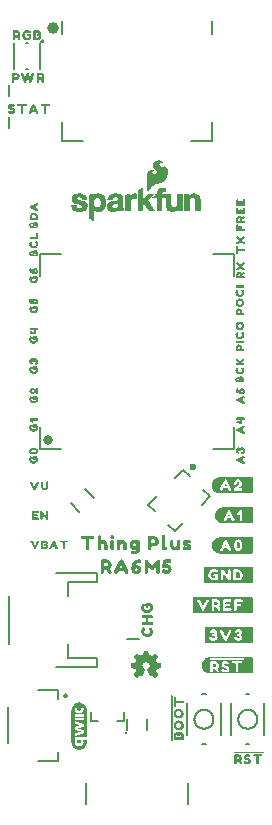
<source format=gto>
G04 EAGLE Gerber RS-274X export*
G75*
%MOMM*%
%FSLAX34Y34*%
%LPD*%
%INSilkscreen Top*%
%IPPOS*%
%AMOC8*
5,1,8,0,0,1.08239X$1,22.5*%
G01*
%ADD10C,0.203200*%
%ADD11C,0.300000*%
%ADD12C,0.152400*%
%ADD13C,0.200000*%
%ADD14C,1.000000*%
%ADD15C,0.800000*%
%ADD16C,0.600000*%
%ADD17C,0.127000*%

G36*
X211718Y183664D02*
X211718Y183664D01*
X211730Y183661D01*
X212130Y183961D01*
X212134Y183977D01*
X212141Y183982D01*
X212137Y183988D01*
X212139Y183992D01*
X212149Y184000D01*
X212149Y196900D01*
X212136Y196918D01*
X212139Y196930D01*
X211839Y197330D01*
X211808Y197339D01*
X211800Y197349D01*
X161900Y197349D01*
X161857Y197317D01*
X161853Y197316D01*
X161653Y196716D01*
X161653Y196715D01*
X161657Y196705D01*
X161651Y196700D01*
X161651Y183900D01*
X161683Y183857D01*
X161684Y183853D01*
X162284Y183653D01*
X162295Y183657D01*
X162300Y183651D01*
X211700Y183651D01*
X211718Y183664D01*
G37*
G36*
X211826Y132670D02*
X211826Y132670D01*
X211839Y132670D01*
X212139Y133070D01*
X212139Y133078D01*
X212143Y133081D01*
X212139Y133085D01*
X212139Y133092D01*
X212149Y133100D01*
X212149Y146000D01*
X212130Y146026D01*
X212130Y146039D01*
X211730Y146339D01*
X211712Y146339D01*
X211709Y146342D01*
X211705Y146342D01*
X211700Y146349D01*
X175400Y146349D01*
X175395Y146346D01*
X175392Y146349D01*
X174792Y146249D01*
X174093Y146149D01*
X174086Y146142D01*
X174081Y146145D01*
X173382Y145846D01*
X172784Y145647D01*
X172781Y145642D01*
X172778Y145644D01*
X172178Y145344D01*
X172175Y145337D01*
X172169Y145338D01*
X171669Y144938D01*
X171668Y144934D01*
X171665Y144935D01*
X170665Y143935D01*
X170665Y143931D01*
X170662Y143931D01*
X170262Y143431D01*
X170261Y143427D01*
X170259Y143427D01*
X169859Y142827D01*
X169859Y142823D01*
X169856Y142822D01*
X169556Y142222D01*
X169556Y142219D01*
X169555Y142219D01*
X169557Y142217D01*
X169553Y142216D01*
X169353Y141616D01*
X169354Y141614D01*
X169353Y141614D01*
X169153Y140914D01*
X169154Y140910D01*
X169151Y140908D01*
X169051Y140308D01*
X169052Y140307D01*
X169051Y140307D01*
X168951Y139607D01*
X168956Y139598D01*
X168951Y139593D01*
X169151Y138193D01*
X169152Y138192D01*
X169151Y138192D01*
X169251Y137592D01*
X169255Y137589D01*
X169253Y137586D01*
X169453Y136886D01*
X169458Y136882D01*
X169456Y136878D01*
X169756Y136278D01*
X169763Y136275D01*
X169762Y136269D01*
X170160Y135771D01*
X170559Y135173D01*
X170562Y135172D01*
X170562Y135169D01*
X170962Y134669D01*
X170969Y134667D01*
X170969Y134662D01*
X171469Y134262D01*
X171473Y134261D01*
X171473Y134259D01*
X172673Y133459D01*
X172677Y133459D01*
X172678Y133456D01*
X173278Y133156D01*
X173283Y133157D01*
X173284Y133153D01*
X173884Y132953D01*
X173886Y132954D01*
X173886Y132953D01*
X174586Y132753D01*
X174596Y132756D01*
X174600Y132751D01*
X175197Y132751D01*
X175893Y132651D01*
X175898Y132654D01*
X175900Y132651D01*
X211800Y132651D01*
X211826Y132670D01*
G37*
G36*
X212147Y209187D02*
X212147Y209187D01*
X212142Y209194D01*
X212149Y209200D01*
X212149Y222700D01*
X212113Y222747D01*
X212110Y222745D01*
X212108Y222749D01*
X211508Y222849D01*
X211503Y222846D01*
X211500Y222849D01*
X174300Y222849D01*
X174293Y222844D01*
X174284Y222847D01*
X174280Y222834D01*
X174253Y222813D01*
X174258Y222807D01*
X174257Y222806D01*
X174267Y222794D01*
X174266Y222793D01*
X174240Y222829D01*
X174208Y222839D01*
X174200Y222849D01*
X170900Y222849D01*
X170853Y222813D01*
X170856Y222809D01*
X170853Y222806D01*
X170855Y222803D01*
X170851Y222800D01*
X170851Y209300D01*
X170887Y209253D01*
X170890Y209255D01*
X170892Y209251D01*
X171492Y209151D01*
X171497Y209154D01*
X171500Y209151D01*
X212100Y209151D01*
X212147Y209187D01*
G37*
G36*
X212047Y158187D02*
X212047Y158187D01*
X212045Y158190D01*
X212049Y158192D01*
X212149Y158792D01*
X212146Y158797D01*
X212149Y158800D01*
X212149Y171700D01*
X212113Y171747D01*
X212110Y171745D01*
X212108Y171749D01*
X211508Y171849D01*
X211503Y171846D01*
X211500Y171849D01*
X171800Y171849D01*
X171762Y171820D01*
X171754Y171818D01*
X171554Y171318D01*
X171555Y171316D01*
X171553Y171314D01*
X171557Y171308D01*
X171558Y171305D01*
X171551Y171300D01*
X171551Y158400D01*
X171580Y158362D01*
X171582Y158354D01*
X172082Y158154D01*
X172095Y158158D01*
X172100Y158151D01*
X212000Y158151D01*
X212047Y158187D01*
G37*
G36*
X212047Y285187D02*
X212047Y285187D01*
X212045Y285190D01*
X212049Y285192D01*
X212149Y285792D01*
X212146Y285797D01*
X212149Y285800D01*
X212149Y298700D01*
X212113Y298747D01*
X212110Y298745D01*
X212108Y298749D01*
X211508Y298849D01*
X211503Y298846D01*
X211500Y298849D01*
X184200Y298849D01*
X184196Y298846D01*
X184193Y298849D01*
X183493Y298749D01*
X183492Y298748D01*
X183492Y298749D01*
X182892Y298649D01*
X182889Y298645D01*
X182886Y298647D01*
X182186Y298447D01*
X182185Y298446D01*
X182184Y298447D01*
X181584Y298247D01*
X181581Y298242D01*
X181578Y298244D01*
X180978Y297944D01*
X180976Y297940D01*
X180973Y297941D01*
X180373Y297541D01*
X180372Y297538D01*
X180369Y297538D01*
X179869Y297138D01*
X179868Y297134D01*
X179865Y297135D01*
X178865Y296135D01*
X178864Y296123D01*
X178856Y296122D01*
X178557Y295525D01*
X178159Y294927D01*
X178160Y294920D01*
X178155Y294916D01*
X178153Y294916D01*
X177753Y293716D01*
X177754Y293714D01*
X177753Y293714D01*
X177553Y293014D01*
X177556Y293004D01*
X177551Y293000D01*
X177551Y291000D01*
X177557Y290992D01*
X177553Y290986D01*
X177753Y290286D01*
X177754Y290285D01*
X177753Y290284D01*
X177953Y289684D01*
X177956Y289683D01*
X177955Y289681D01*
X178255Y288981D01*
X178257Y288979D01*
X178256Y288978D01*
X178556Y288378D01*
X178563Y288375D01*
X178562Y288369D01*
X179362Y287369D01*
X179366Y287368D01*
X179365Y287365D01*
X179865Y286865D01*
X179869Y286865D01*
X179869Y286862D01*
X180369Y286462D01*
X180373Y286461D01*
X180373Y286459D01*
X180973Y286059D01*
X180977Y286059D01*
X180978Y286056D01*
X181578Y285756D01*
X181583Y285757D01*
X181584Y285753D01*
X182184Y285553D01*
X182186Y285554D01*
X182186Y285553D01*
X182886Y285353D01*
X182891Y285355D01*
X182893Y285351D01*
X183592Y285251D01*
X184192Y285151D01*
X184197Y285154D01*
X184200Y285151D01*
X212000Y285151D01*
X212047Y285187D01*
G37*
G36*
X212047Y234187D02*
X212047Y234187D01*
X212045Y234190D01*
X212049Y234192D01*
X212149Y234792D01*
X212146Y234797D01*
X212149Y234800D01*
X212149Y247700D01*
X212113Y247747D01*
X212110Y247745D01*
X212108Y247749D01*
X211508Y247849D01*
X211503Y247846D01*
X211500Y247849D01*
X184400Y247849D01*
X184396Y247846D01*
X184393Y247849D01*
X182993Y247649D01*
X182990Y247645D01*
X182988Y247645D01*
X182987Y247645D01*
X182984Y247647D01*
X181784Y247247D01*
X181781Y247242D01*
X181778Y247244D01*
X181178Y246944D01*
X181176Y246940D01*
X181173Y246941D01*
X179973Y246141D01*
X179970Y246134D01*
X179965Y246135D01*
X179565Y245735D01*
X179565Y245731D01*
X179562Y245732D01*
X179062Y245132D01*
X179062Y245131D01*
X178662Y244631D01*
X178661Y244623D01*
X178656Y244622D01*
X178056Y243422D01*
X178057Y243415D01*
X178053Y243414D01*
X177853Y242714D01*
X177854Y242710D01*
X177851Y242708D01*
X177751Y242108D01*
X177752Y242107D01*
X177751Y242107D01*
X177651Y241407D01*
X177653Y241404D01*
X177654Y241402D01*
X177651Y241400D01*
X177651Y240700D01*
X177654Y240696D01*
X177651Y240693D01*
X177751Y239993D01*
X177752Y239992D01*
X177751Y239992D01*
X177851Y239392D01*
X177855Y239389D01*
X177853Y239386D01*
X178053Y238686D01*
X178058Y238682D01*
X178056Y238678D01*
X178656Y237478D01*
X178659Y237477D01*
X178658Y237475D01*
X178958Y236975D01*
X178963Y236973D01*
X178962Y236968D01*
X179462Y236368D01*
X179469Y236367D01*
X179469Y236362D01*
X179967Y235963D01*
X180465Y235465D01*
X180474Y235464D01*
X180475Y235458D01*
X180974Y235158D01*
X181573Y234759D01*
X181584Y234760D01*
X181586Y234753D01*
X182285Y234553D01*
X182884Y234353D01*
X182891Y234355D01*
X182893Y234351D01*
X184293Y234151D01*
X184298Y234154D01*
X184300Y234151D01*
X212000Y234151D01*
X212047Y234187D01*
G37*
G36*
X65686Y68123D02*
X65686Y68123D01*
X65687Y68124D01*
X65689Y68123D01*
X66216Y68176D01*
X66217Y68177D01*
X66219Y68177D01*
X66740Y68260D01*
X66743Y68263D01*
X66749Y68262D01*
X67761Y68576D01*
X67764Y68580D01*
X67771Y68581D01*
X68707Y69075D01*
X68709Y69078D01*
X68713Y69078D01*
X69149Y69375D01*
X69150Y69378D01*
X69155Y69379D01*
X69960Y70066D01*
X69961Y70070D01*
X69967Y70073D01*
X70642Y70891D01*
X70642Y70895D01*
X70648Y70900D01*
X71168Y71821D01*
X71168Y71824D01*
X71171Y71827D01*
X71380Y72311D01*
X71380Y72314D01*
X71383Y72317D01*
X71692Y73330D01*
X71690Y73335D01*
X71694Y73342D01*
X71800Y74396D01*
X71799Y74398D01*
X71800Y74400D01*
X71823Y74928D01*
X71823Y74929D01*
X71823Y74931D01*
X71823Y76622D01*
X71812Y76640D01*
X71809Y76662D01*
X71792Y76670D01*
X71787Y76679D01*
X71777Y76677D01*
X71762Y76684D01*
X71346Y76696D01*
X71345Y76696D01*
X68166Y76696D01*
X68157Y76690D01*
X68146Y76693D01*
X68130Y76673D01*
X68109Y76660D01*
X68111Y76649D01*
X68104Y76640D01*
X68118Y76597D01*
X68119Y76592D01*
X68120Y76592D01*
X68121Y76591D01*
X68418Y76274D01*
X68733Y75863D01*
X68955Y75398D01*
X69075Y74895D01*
X69109Y74378D01*
X69061Y73860D01*
X68943Y73355D01*
X68758Y72871D01*
X68501Y72422D01*
X68156Y72036D01*
X67752Y71711D01*
X67306Y71446D01*
X66830Y71239D01*
X66324Y71114D01*
X65806Y71041D01*
X65285Y71005D01*
X64764Y71045D01*
X64248Y71128D01*
X63744Y71260D01*
X63272Y71476D01*
X62837Y71758D01*
X62449Y72100D01*
X62122Y72500D01*
X61870Y72953D01*
X61711Y73446D01*
X61623Y73958D01*
X61590Y74477D01*
X61646Y74992D01*
X61795Y75487D01*
X62032Y75945D01*
X62362Y76350D01*
X62362Y76351D01*
X62363Y76352D01*
X62548Y76596D01*
X62548Y76601D01*
X62551Y76602D01*
X62550Y76605D01*
X62555Y76608D01*
X62551Y76636D01*
X62553Y76664D01*
X62546Y76667D01*
X62545Y76675D01*
X62498Y76696D01*
X61893Y76696D01*
X61667Y76707D01*
X61667Y79007D01*
X61913Y79003D01*
X61925Y79011D01*
X71571Y79031D01*
X71572Y79031D01*
X71574Y79031D01*
X71764Y79040D01*
X71781Y79052D01*
X71802Y79055D01*
X71810Y79073D01*
X71819Y79080D01*
X71817Y79089D01*
X71823Y79103D01*
X71821Y101681D01*
X71820Y101683D01*
X71821Y101687D01*
X71715Y102741D01*
X71713Y102744D01*
X71714Y102748D01*
X71602Y103263D01*
X71600Y103266D01*
X71601Y103270D01*
X71272Y104275D01*
X71268Y104279D01*
X71267Y104286D01*
X70762Y105217D01*
X70759Y105219D01*
X70758Y105221D01*
X70757Y105221D01*
X70756Y105226D01*
X70100Y106055D01*
X70097Y106056D01*
X70095Y106060D01*
X69727Y106437D01*
X69724Y106438D01*
X69722Y106442D01*
X68899Y107109D01*
X68894Y107109D01*
X68890Y107115D01*
X67959Y107621D01*
X67955Y107620D01*
X67950Y107624D01*
X67456Y107808D01*
X67454Y107807D01*
X67452Y107809D01*
X66947Y107966D01*
X66945Y107965D01*
X66943Y107967D01*
X66430Y108091D01*
X66426Y108089D01*
X66422Y108092D01*
X65368Y108199D01*
X65363Y108196D01*
X65356Y108199D01*
X64302Y108109D01*
X64300Y108108D01*
X64296Y108109D01*
X63777Y108018D01*
X63774Y108016D01*
X63769Y108016D01*
X62757Y107702D01*
X62754Y107698D01*
X62746Y107698D01*
X61813Y107197D01*
X61812Y107194D01*
X61807Y107193D01*
X61375Y106890D01*
X61374Y106888D01*
X61371Y106887D01*
X60962Y106550D01*
X60962Y106549D01*
X60960Y106548D01*
X60569Y106194D01*
X60568Y106190D01*
X60562Y106187D01*
X59888Y105370D01*
X59888Y105365D01*
X59882Y105361D01*
X59367Y104436D01*
X59367Y104433D01*
X59364Y104429D01*
X59162Y103943D01*
X59162Y103940D01*
X59160Y103936D01*
X58858Y102922D01*
X58859Y102917D01*
X58856Y102911D01*
X58749Y101856D01*
X58730Y101667D01*
X58732Y101664D01*
X58730Y101661D01*
X58730Y74645D01*
X58732Y74643D01*
X58730Y74639D01*
X58835Y73585D01*
X58837Y73582D01*
X58836Y73579D01*
X58940Y73062D01*
X58942Y73060D01*
X58942Y73055D01*
X59264Y72047D01*
X59268Y72043D01*
X59268Y72036D01*
X59774Y71105D01*
X59777Y71103D01*
X59778Y71097D01*
X60092Y70673D01*
X60093Y70672D01*
X60094Y70670D01*
X60431Y70261D01*
X60433Y70261D01*
X60434Y70258D01*
X60797Y69876D01*
X60801Y69875D01*
X60803Y69871D01*
X61621Y69198D01*
X61627Y69198D01*
X61631Y69192D01*
X62562Y68686D01*
X62566Y68686D01*
X62570Y68683D01*
X63062Y68493D01*
X63064Y68493D01*
X63066Y68491D01*
X63571Y68334D01*
X63573Y68335D01*
X63574Y68333D01*
X64086Y68202D01*
X64090Y68204D01*
X64095Y68201D01*
X65149Y68094D01*
X65153Y68096D01*
X65159Y68094D01*
X65686Y68123D01*
G37*
G36*
X212047Y259687D02*
X212047Y259687D01*
X212046Y259689D01*
X212048Y259690D01*
X212148Y260190D01*
X212145Y260197D01*
X212149Y260200D01*
X212149Y273100D01*
X212120Y273138D01*
X212118Y273146D01*
X211618Y273346D01*
X211606Y273342D01*
X211605Y273342D01*
X211600Y273349D01*
X187200Y273349D01*
X187195Y273346D01*
X187192Y273349D01*
X186592Y273249D01*
X185893Y273149D01*
X185193Y273049D01*
X185188Y273044D01*
X185184Y273047D01*
X184584Y272847D01*
X184581Y272842D01*
X184578Y272844D01*
X183978Y272544D01*
X183976Y272540D01*
X183973Y272541D01*
X183373Y272141D01*
X183372Y272138D01*
X183369Y272138D01*
X182369Y271338D01*
X182367Y271331D01*
X182362Y271332D01*
X181862Y270732D01*
X181862Y270731D01*
X181462Y270231D01*
X181461Y270223D01*
X181456Y270222D01*
X180856Y269022D01*
X180857Y269017D01*
X180853Y269016D01*
X180653Y268416D01*
X180654Y268414D01*
X180653Y268414D01*
X180453Y267714D01*
X180455Y267709D01*
X180451Y267707D01*
X180351Y267007D01*
X180353Y267003D01*
X180353Y267002D01*
X180351Y267000D01*
X180351Y266300D01*
X180354Y266295D01*
X180351Y266292D01*
X180451Y265692D01*
X180551Y264993D01*
X180555Y264989D01*
X180553Y264986D01*
X180753Y264286D01*
X180754Y264285D01*
X180753Y264284D01*
X180953Y263684D01*
X180958Y263681D01*
X180956Y263678D01*
X181256Y263078D01*
X181260Y263076D01*
X181259Y263073D01*
X181659Y262473D01*
X181662Y262472D01*
X181662Y262469D01*
X182062Y261969D01*
X182066Y261968D01*
X182065Y261965D01*
X182565Y261465D01*
X182569Y261465D01*
X182569Y261462D01*
X183069Y261062D01*
X183073Y261061D01*
X183073Y261059D01*
X183673Y260659D01*
X183677Y260659D01*
X183678Y260656D01*
X184878Y260056D01*
X184883Y260057D01*
X184884Y260053D01*
X185484Y259853D01*
X185491Y259855D01*
X185493Y259851D01*
X186893Y259651D01*
X186898Y259654D01*
X186900Y259651D01*
X212000Y259651D01*
X212047Y259687D01*
G37*
G36*
X129614Y129007D02*
X129614Y129007D01*
X129684Y129013D01*
X129699Y129022D01*
X129716Y129025D01*
X129822Y129097D01*
X129832Y129103D01*
X129833Y129105D01*
X129834Y129106D01*
X132134Y131406D01*
X132142Y131419D01*
X132143Y131420D01*
X132145Y131422D01*
X132147Y131426D01*
X132166Y131442D01*
X132192Y131499D01*
X132225Y131553D01*
X132228Y131577D01*
X132238Y131600D01*
X132236Y131662D01*
X132242Y131725D01*
X132233Y131748D01*
X132232Y131773D01*
X132192Y131855D01*
X132180Y131886D01*
X132174Y131892D01*
X132169Y131901D01*
X130224Y134495D01*
X130234Y134506D01*
X130253Y134536D01*
X130305Y134604D01*
X130405Y134804D01*
X130409Y134820D01*
X130418Y134833D01*
X130444Y134967D01*
X130445Y134972D01*
X130445Y134973D01*
X130445Y134974D01*
X130445Y134984D01*
X130478Y135049D01*
X130534Y135106D01*
X130553Y135136D01*
X130605Y135204D01*
X130705Y135404D01*
X130709Y135420D01*
X130718Y135433D01*
X130744Y135567D01*
X130745Y135572D01*
X130745Y135573D01*
X130745Y135574D01*
X130745Y135584D01*
X130905Y135904D01*
X130909Y135920D01*
X130918Y135933D01*
X130944Y136067D01*
X130945Y136072D01*
X130945Y136073D01*
X130945Y136074D01*
X130945Y136084D01*
X131005Y136204D01*
X131009Y136220D01*
X131018Y136233D01*
X131044Y136367D01*
X131045Y136372D01*
X131045Y136373D01*
X131045Y136374D01*
X131045Y136384D01*
X131105Y136504D01*
X131109Y136520D01*
X131118Y136533D01*
X131138Y136636D01*
X134430Y137200D01*
X134448Y137207D01*
X134467Y137208D01*
X134527Y137241D01*
X134589Y137267D01*
X134602Y137282D01*
X134619Y137291D01*
X134658Y137347D01*
X134702Y137398D01*
X134707Y137417D01*
X134718Y137433D01*
X134740Y137544D01*
X134745Y137566D01*
X134744Y137570D01*
X134745Y137574D01*
X134745Y140774D01*
X134741Y140793D01*
X134743Y140814D01*
X134732Y140846D01*
X134731Y140853D01*
X134726Y140862D01*
X134721Y140877D01*
X134706Y140942D01*
X134693Y140958D01*
X134686Y140977D01*
X134638Y141024D01*
X134596Y141076D01*
X134577Y141084D01*
X134563Y141098D01*
X134461Y141136D01*
X134438Y141146D01*
X134433Y141146D01*
X134428Y141148D01*
X131145Y141695D01*
X131145Y141774D01*
X131128Y141848D01*
X131114Y141923D01*
X131108Y141933D01*
X131106Y141942D01*
X131083Y141970D01*
X131045Y142025D01*
X131045Y142074D01*
X131028Y142148D01*
X131014Y142223D01*
X131008Y142233D01*
X131006Y142242D01*
X130983Y142270D01*
X130934Y142342D01*
X130878Y142398D01*
X130845Y142463D01*
X130845Y142574D01*
X130828Y142648D01*
X130814Y142723D01*
X130808Y142733D01*
X130806Y142742D01*
X130783Y142770D01*
X130745Y142825D01*
X130745Y142874D01*
X130728Y142948D01*
X130714Y143023D01*
X130708Y143033D01*
X130706Y143042D01*
X130683Y143070D01*
X130634Y143142D01*
X130578Y143198D01*
X130505Y143343D01*
X130482Y143371D01*
X130445Y143425D01*
X130445Y143474D01*
X130428Y143548D01*
X130414Y143623D01*
X130408Y143633D01*
X130406Y143642D01*
X130383Y143670D01*
X130334Y143742D01*
X130278Y143798D01*
X130238Y143878D01*
X132173Y146551D01*
X132183Y146575D01*
X132200Y146594D01*
X132216Y146654D01*
X132240Y146711D01*
X132238Y146736D01*
X132245Y146761D01*
X132233Y146822D01*
X132229Y146884D01*
X132216Y146906D01*
X132211Y146931D01*
X132160Y147003D01*
X132142Y147033D01*
X132135Y147038D01*
X132128Y147048D01*
X129828Y149248D01*
X129817Y149254D01*
X129809Y149265D01*
X129743Y149298D01*
X129679Y149336D01*
X129666Y149337D01*
X129655Y149342D01*
X129581Y149343D01*
X129507Y149348D01*
X129495Y149343D01*
X129482Y149343D01*
X129351Y149286D01*
X126677Y147442D01*
X126536Y147513D01*
X126520Y147517D01*
X126507Y147526D01*
X126373Y147552D01*
X126367Y147553D01*
X126366Y147553D01*
X126356Y147553D01*
X126291Y147585D01*
X126234Y147642D01*
X126204Y147661D01*
X126136Y147713D01*
X125936Y147813D01*
X125920Y147817D01*
X125907Y147826D01*
X125773Y147852D01*
X125767Y147853D01*
X125766Y147853D01*
X125756Y147853D01*
X125691Y147885D01*
X125634Y147942D01*
X125569Y147982D01*
X125507Y148026D01*
X125495Y148028D01*
X125487Y148033D01*
X125452Y148036D01*
X125366Y148053D01*
X125256Y148053D01*
X125136Y148113D01*
X125120Y148117D01*
X125107Y148126D01*
X124973Y148152D01*
X124967Y148153D01*
X124966Y148153D01*
X124956Y148153D01*
X124836Y148213D01*
X124820Y148217D01*
X124807Y148226D01*
X124673Y148252D01*
X124667Y148253D01*
X124666Y148253D01*
X124656Y148253D01*
X124536Y148313D01*
X124520Y148317D01*
X124507Y148326D01*
X124490Y148329D01*
X123940Y151538D01*
X123932Y151556D01*
X123931Y151575D01*
X123899Y151634D01*
X123872Y151697D01*
X123858Y151710D01*
X123848Y151727D01*
X123793Y151766D01*
X123741Y151810D01*
X123722Y151815D01*
X123707Y151826D01*
X123596Y151847D01*
X123574Y151853D01*
X123570Y151852D01*
X123566Y151853D01*
X120366Y151853D01*
X120347Y151849D01*
X120328Y151851D01*
X120264Y151829D01*
X120198Y151813D01*
X120183Y151801D01*
X120164Y151795D01*
X120117Y151747D01*
X120064Y151703D01*
X120056Y151686D01*
X120043Y151672D01*
X120003Y151566D01*
X119994Y151545D01*
X119994Y151542D01*
X119992Y151538D01*
X119434Y148282D01*
X119376Y148253D01*
X119266Y148253D01*
X119192Y148236D01*
X119116Y148222D01*
X119107Y148216D01*
X119098Y148213D01*
X119070Y148191D01*
X119014Y148153D01*
X118966Y148153D01*
X118950Y148149D01*
X118934Y148152D01*
X118803Y148115D01*
X118798Y148113D01*
X118797Y148113D01*
X118796Y148113D01*
X118676Y148053D01*
X118666Y148053D01*
X118650Y148049D01*
X118634Y148052D01*
X118503Y148015D01*
X118498Y148013D01*
X118497Y148013D01*
X118496Y148013D01*
X118296Y147913D01*
X118269Y147890D01*
X118214Y147853D01*
X118166Y147853D01*
X118092Y147836D01*
X118016Y147822D01*
X118007Y147816D01*
X117998Y147813D01*
X117970Y147791D01*
X117898Y147742D01*
X117841Y147685D01*
X117696Y147613D01*
X117669Y147590D01*
X117614Y147553D01*
X117566Y147553D01*
X117492Y147536D01*
X117416Y147522D01*
X117407Y147516D01*
X117398Y147513D01*
X117370Y147491D01*
X117298Y147442D01*
X117280Y147424D01*
X114581Y149286D01*
X114565Y149292D01*
X114553Y149304D01*
X114486Y149323D01*
X114420Y149349D01*
X114403Y149348D01*
X114387Y149352D01*
X114318Y149340D01*
X114248Y149334D01*
X114233Y149325D01*
X114216Y149322D01*
X114110Y149250D01*
X114100Y149244D01*
X114099Y149243D01*
X114098Y149242D01*
X111898Y147042D01*
X111889Y147027D01*
X111875Y147017D01*
X111844Y146954D01*
X111807Y146895D01*
X111805Y146878D01*
X111797Y146863D01*
X111797Y146792D01*
X111790Y146723D01*
X111796Y146707D01*
X111796Y146689D01*
X111848Y146572D01*
X111852Y146561D01*
X111853Y146560D01*
X111854Y146558D01*
X113705Y143875D01*
X113703Y143860D01*
X113687Y143774D01*
X113687Y143724D01*
X113679Y143711D01*
X113627Y143643D01*
X113554Y143498D01*
X113498Y143442D01*
X113458Y143377D01*
X113414Y143314D01*
X113412Y143303D01*
X113407Y143295D01*
X113403Y143260D01*
X113387Y143174D01*
X113387Y143124D01*
X113379Y143111D01*
X113327Y143043D01*
X113227Y142843D01*
X113223Y142828D01*
X113214Y142814D01*
X113197Y142727D01*
X113194Y142719D01*
X113194Y142711D01*
X113188Y142680D01*
X113187Y142675D01*
X113187Y142674D01*
X113187Y142663D01*
X113027Y142343D01*
X113023Y142328D01*
X113014Y142314D01*
X112988Y142180D01*
X112987Y142175D01*
X112987Y142174D01*
X112987Y142163D01*
X112927Y142043D01*
X112923Y142028D01*
X112914Y142014D01*
X112905Y141969D01*
X112901Y141961D01*
X112902Y141951D01*
X112888Y141880D01*
X112887Y141875D01*
X112887Y141874D01*
X112887Y141863D01*
X112827Y141743D01*
X112823Y141728D01*
X112814Y141714D01*
X112811Y141698D01*
X109602Y141148D01*
X109584Y141140D01*
X109565Y141139D01*
X109505Y141107D01*
X109443Y141080D01*
X109430Y141065D01*
X109413Y141056D01*
X109374Y141001D01*
X109330Y140949D01*
X109325Y140930D01*
X109314Y140914D01*
X109298Y140833D01*
X109294Y140823D01*
X109294Y140812D01*
X109292Y140803D01*
X109287Y140781D01*
X109288Y140778D01*
X109287Y140774D01*
X109287Y137574D01*
X109291Y137555D01*
X109289Y137536D01*
X109311Y137471D01*
X109326Y137405D01*
X109339Y137390D01*
X109345Y137372D01*
X109393Y137324D01*
X109436Y137272D01*
X109454Y137264D01*
X109468Y137250D01*
X109574Y137210D01*
X109594Y137201D01*
X109598Y137201D01*
X109602Y137200D01*
X112858Y136642D01*
X112887Y136584D01*
X112887Y136474D01*
X112904Y136399D01*
X112918Y136324D01*
X112924Y136314D01*
X112926Y136305D01*
X112949Y136278D01*
X112987Y136222D01*
X112987Y136174D01*
X113000Y136118D01*
X113001Y136099D01*
X113006Y136089D01*
X113018Y136024D01*
X113024Y136014D01*
X113026Y136005D01*
X113049Y135978D01*
X113098Y135906D01*
X113154Y135849D01*
X113187Y135784D01*
X113187Y135674D01*
X113204Y135599D01*
X113218Y135524D01*
X113224Y135514D01*
X113226Y135505D01*
X113249Y135478D01*
X113287Y135422D01*
X113287Y135374D01*
X113304Y135299D01*
X113318Y135224D01*
X113324Y135214D01*
X113326Y135205D01*
X113349Y135178D01*
X113398Y135106D01*
X113454Y135049D01*
X113527Y134904D01*
X113550Y134876D01*
X113593Y134813D01*
X113595Y134809D01*
X113596Y134809D01*
X113598Y134806D01*
X113654Y134749D01*
X113687Y134684D01*
X113687Y134674D01*
X113690Y134658D01*
X113688Y134642D01*
X113700Y134600D01*
X113701Y134582D01*
X113710Y134565D01*
X113725Y134511D01*
X113725Y134509D01*
X111857Y131894D01*
X111851Y131879D01*
X111840Y131868D01*
X111819Y131800D01*
X111792Y131734D01*
X111793Y131718D01*
X111788Y131703D01*
X111799Y131633D01*
X111804Y131561D01*
X111812Y131548D01*
X111814Y131532D01*
X111889Y131416D01*
X111891Y131412D01*
X111892Y131412D01*
X114092Y129112D01*
X114110Y129100D01*
X114123Y129083D01*
X114182Y129053D01*
X114237Y129017D01*
X114258Y129015D01*
X114277Y129005D01*
X114343Y129005D01*
X114409Y128997D01*
X114429Y129004D01*
X114450Y129004D01*
X114545Y129046D01*
X114572Y129055D01*
X114575Y129059D01*
X114581Y129061D01*
X117302Y130938D01*
X117325Y130921D01*
X117337Y130919D01*
X117345Y130914D01*
X117380Y130911D01*
X117395Y130908D01*
X117398Y130906D01*
X117463Y130865D01*
X117525Y130821D01*
X117537Y130819D01*
X117545Y130814D01*
X117580Y130811D01*
X117595Y130808D01*
X117598Y130806D01*
X117663Y130765D01*
X117725Y130721D01*
X117737Y130719D01*
X117745Y130714D01*
X117780Y130711D01*
X117795Y130708D01*
X117798Y130706D01*
X117863Y130665D01*
X117925Y130621D01*
X117937Y130619D01*
X117945Y130614D01*
X117980Y130611D01*
X117995Y130608D01*
X117998Y130606D01*
X118063Y130565D01*
X118125Y130521D01*
X118137Y130519D01*
X118145Y130514D01*
X118180Y130511D01*
X118195Y130508D01*
X118198Y130506D01*
X118263Y130465D01*
X118325Y130421D01*
X118337Y130419D01*
X118345Y130414D01*
X118380Y130411D01*
X118466Y130394D01*
X118516Y130394D01*
X118537Y130381D01*
X118570Y130349D01*
X118609Y130336D01*
X118645Y130314D01*
X118690Y130310D01*
X118734Y130296D01*
X118776Y130302D01*
X118817Y130298D01*
X118860Y130314D01*
X118905Y130321D01*
X118940Y130345D01*
X118979Y130360D01*
X119010Y130393D01*
X119047Y130420D01*
X119073Y130462D01*
X119096Y130487D01*
X119103Y130512D01*
X119122Y130542D01*
X121122Y135942D01*
X121129Y135999D01*
X121145Y136054D01*
X121139Y136084D01*
X121143Y136114D01*
X121124Y136168D01*
X121114Y136225D01*
X121096Y136249D01*
X121086Y136277D01*
X121045Y136317D01*
X121011Y136363D01*
X120981Y136380D01*
X120962Y136398D01*
X120930Y136408D01*
X120886Y136433D01*
X120612Y136525D01*
X120291Y136685D01*
X120134Y136842D01*
X120104Y136861D01*
X120036Y136913D01*
X119891Y136985D01*
X119778Y137098D01*
X119705Y137243D01*
X119682Y137271D01*
X119634Y137342D01*
X119478Y137498D01*
X119317Y137819D01*
X119226Y138094D01*
X119214Y138113D01*
X119205Y138143D01*
X119045Y138463D01*
X119045Y138674D01*
X119037Y138709D01*
X119026Y138794D01*
X118945Y139035D01*
X118945Y139512D01*
X119310Y140606D01*
X119661Y141132D01*
X119808Y141279D01*
X120076Y141458D01*
X120098Y141481D01*
X120134Y141506D01*
X120308Y141679D01*
X120534Y141830D01*
X120786Y141914D01*
X120804Y141925D01*
X120818Y141928D01*
X120831Y141939D01*
X120876Y141958D01*
X121081Y142094D01*
X121266Y142094D01*
X121301Y142103D01*
X121358Y142106D01*
X121713Y142194D01*
X122304Y142194D01*
X122546Y142114D01*
X122582Y142111D01*
X122666Y142094D01*
X122851Y142094D01*
X123056Y141958D01*
X123091Y141945D01*
X123140Y141917D01*
X123142Y141916D01*
X123143Y141916D01*
X123146Y141914D01*
X123398Y141830D01*
X123925Y141479D01*
X124271Y141132D01*
X124622Y140606D01*
X124706Y140354D01*
X124726Y140322D01*
X124750Y140263D01*
X124887Y140059D01*
X124887Y139874D01*
X124895Y139839D01*
X124906Y139754D01*
X124987Y139512D01*
X124987Y138735D01*
X124906Y138494D01*
X124903Y138458D01*
X124887Y138374D01*
X124887Y138263D01*
X124827Y138143D01*
X124821Y138121D01*
X124806Y138094D01*
X124715Y137819D01*
X124654Y137698D01*
X124498Y137542D01*
X124479Y137511D01*
X124427Y137443D01*
X124354Y137298D01*
X124041Y136985D01*
X123896Y136913D01*
X123869Y136890D01*
X123798Y136842D01*
X123641Y136685D01*
X123096Y136413D01*
X123073Y136393D01*
X123044Y136381D01*
X123007Y136338D01*
X122963Y136302D01*
X122951Y136274D01*
X122931Y136251D01*
X122916Y136196D01*
X122893Y136144D01*
X122895Y136113D01*
X122887Y136083D01*
X122899Y136009D01*
X122901Y135971D01*
X122908Y135959D01*
X122910Y135942D01*
X124910Y130542D01*
X124922Y130525D01*
X124926Y130505D01*
X124969Y130454D01*
X125006Y130398D01*
X125024Y130387D01*
X125036Y130372D01*
X125098Y130345D01*
X125156Y130311D01*
X125176Y130310D01*
X125194Y130301D01*
X125261Y130304D01*
X125328Y130300D01*
X125347Y130307D01*
X125367Y130308D01*
X125426Y130340D01*
X125488Y130366D01*
X125501Y130382D01*
X125519Y130391D01*
X125532Y130410D01*
X125540Y130412D01*
X125616Y130425D01*
X125625Y130432D01*
X125634Y130434D01*
X125662Y130457D01*
X125734Y130506D01*
X125741Y130512D01*
X125816Y130525D01*
X125825Y130532D01*
X125834Y130534D01*
X125862Y130557D01*
X125934Y130606D01*
X125941Y130612D01*
X126016Y130625D01*
X126025Y130632D01*
X126034Y130634D01*
X126062Y130657D01*
X126118Y130694D01*
X126166Y130694D01*
X126240Y130712D01*
X126316Y130725D01*
X126325Y130732D01*
X126334Y130734D01*
X126362Y130757D01*
X126434Y130806D01*
X126441Y130812D01*
X126516Y130825D01*
X126525Y130832D01*
X126534Y130834D01*
X126562Y130857D01*
X126634Y130906D01*
X126652Y130923D01*
X129351Y129061D01*
X129367Y129055D01*
X129379Y129044D01*
X129447Y129024D01*
X129512Y128998D01*
X129529Y129000D01*
X129545Y128995D01*
X129614Y129007D01*
G37*
G36*
X123336Y540886D02*
X123336Y540886D01*
X123363Y540883D01*
X123420Y540905D01*
X123479Y540919D01*
X123499Y540936D01*
X123525Y540946D01*
X123583Y541005D01*
X123612Y541029D01*
X123617Y541039D01*
X123626Y541049D01*
X123806Y541318D01*
X124079Y541591D01*
X124091Y541611D01*
X124114Y541632D01*
X124398Y542010D01*
X124879Y542491D01*
X124887Y542504D01*
X124902Y542517D01*
X125391Y543103D01*
X125979Y543691D01*
X125993Y543714D01*
X126019Y543739D01*
X126501Y544414D01*
X127779Y545691D01*
X127787Y545704D01*
X127802Y545717D01*
X128278Y546287D01*
X129228Y547047D01*
X129644Y547297D01*
X130141Y547380D01*
X132010Y547380D01*
X132036Y547386D01*
X132073Y547385D01*
X133273Y547585D01*
X133288Y547592D01*
X133310Y547593D01*
X134410Y547893D01*
X134427Y547902D01*
X134451Y547907D01*
X135451Y548307D01*
X135473Y548322D01*
X135506Y548334D01*
X136506Y548934D01*
X136526Y548954D01*
X136560Y548974D01*
X137360Y549674D01*
X137367Y549683D01*
X137379Y549691D01*
X138179Y550491D01*
X138190Y550509D01*
X138210Y550527D01*
X138910Y551427D01*
X138921Y551450D01*
X138942Y551475D01*
X139942Y553275D01*
X139952Y553310D01*
X139976Y553358D01*
X140476Y555158D01*
X140478Y555192D01*
X140490Y555239D01*
X140590Y557039D01*
X140583Y557075D01*
X140584Y557130D01*
X140284Y558730D01*
X140273Y558754D01*
X140268Y558788D01*
X139768Y560188D01*
X139752Y560213D01*
X139738Y560252D01*
X139038Y561452D01*
X139017Y561474D01*
X138994Y561513D01*
X138194Y562413D01*
X138190Y562416D01*
X138080Y562500D01*
X137280Y562900D01*
X137270Y562902D01*
X137264Y562907D01*
X137225Y562914D01*
X137182Y562933D01*
X137147Y562932D01*
X137112Y562940D01*
X137061Y562929D01*
X137009Y562927D01*
X136978Y562910D01*
X136943Y562901D01*
X136903Y562869D01*
X136857Y562844D01*
X136836Y562815D01*
X136809Y562792D01*
X136787Y562745D01*
X136757Y562702D01*
X136749Y562661D01*
X136737Y562634D01*
X136737Y562628D01*
X136737Y562626D01*
X136738Y562601D01*
X136730Y562560D01*
X136730Y561822D01*
X136591Y561404D01*
X136442Y561305D01*
X136248Y561240D01*
X135700Y561240D01*
X135001Y561590D01*
X134730Y561771D01*
X134338Y562064D01*
X134329Y562068D01*
X134321Y562076D01*
X134052Y562256D01*
X133823Y562485D01*
X133650Y562830D01*
X133637Y562846D01*
X133626Y562871D01*
X133463Y563116D01*
X133379Y563452D01*
X133373Y563464D01*
X133371Y563480D01*
X133311Y563660D01*
X133362Y563814D01*
X133450Y563990D01*
X133456Y564013D01*
X133471Y564040D01*
X133555Y564292D01*
X133690Y564495D01*
X134011Y564735D01*
X134290Y564875D01*
X134334Y564897D01*
X134785Y564987D01*
X134792Y564991D01*
X134802Y564991D01*
X135157Y565080D01*
X135348Y565080D01*
X135590Y564999D01*
X135627Y564996D01*
X135710Y564980D01*
X136010Y564980D01*
X136035Y564986D01*
X136061Y564983D01*
X136119Y565005D01*
X136179Y565019D01*
X136199Y565036D01*
X136223Y565045D01*
X136265Y565090D01*
X136312Y565129D01*
X136323Y565153D01*
X136340Y565172D01*
X136358Y565231D01*
X136383Y565288D01*
X136382Y565313D01*
X136390Y565338D01*
X136379Y565399D01*
X136377Y565461D01*
X136364Y565483D01*
X136360Y565509D01*
X136312Y565580D01*
X136294Y565613D01*
X136286Y565619D01*
X136279Y565629D01*
X136179Y565729D01*
X136159Y565741D01*
X136138Y565764D01*
X135738Y566064D01*
X135712Y566076D01*
X135680Y566100D01*
X135080Y566400D01*
X135063Y566404D01*
X135044Y566416D01*
X134244Y566716D01*
X134237Y566717D01*
X134230Y566721D01*
X133330Y567021D01*
X133293Y567024D01*
X133210Y567040D01*
X132210Y567040D01*
X132182Y567034D01*
X132142Y567034D01*
X131042Y566834D01*
X131007Y566819D01*
X130928Y566794D01*
X129828Y566194D01*
X129802Y566171D01*
X129757Y566144D01*
X128857Y565344D01*
X128838Y565316D01*
X128801Y565281D01*
X128301Y564581D01*
X128286Y564545D01*
X128249Y564480D01*
X127949Y563580D01*
X127946Y563543D01*
X127930Y563460D01*
X127930Y562660D01*
X127937Y562627D01*
X127939Y562578D01*
X128139Y561678D01*
X128156Y561642D01*
X128178Y561575D01*
X128678Y560675D01*
X128700Y560651D01*
X128724Y560610D01*
X129424Y559810D01*
X129425Y559809D01*
X129426Y559807D01*
X129575Y559639D01*
X129913Y559259D01*
X130224Y558909D01*
X130884Y558155D01*
X131130Y557582D01*
X131130Y557022D01*
X130971Y556545D01*
X130650Y556144D01*
X130154Y555813D01*
X129463Y555640D01*
X128748Y555640D01*
X128319Y555726D01*
X127888Y555898D01*
X127652Y556056D01*
X127423Y556285D01*
X127262Y556606D01*
X127190Y556822D01*
X127190Y556998D01*
X127255Y557192D01*
X127406Y557418D01*
X127715Y557728D01*
X127930Y557799D01*
X127950Y557812D01*
X127980Y557820D01*
X128380Y558020D01*
X128409Y558044D01*
X128479Y558091D01*
X128579Y558191D01*
X128592Y558212D01*
X128611Y558228D01*
X128637Y558285D01*
X128670Y558338D01*
X128673Y558363D01*
X128683Y558386D01*
X128681Y558449D01*
X128687Y558511D01*
X128678Y558534D01*
X128677Y558559D01*
X128647Y558614D01*
X128625Y558673D01*
X128607Y558690D01*
X128595Y558712D01*
X128525Y558766D01*
X128498Y558790D01*
X128489Y558793D01*
X128480Y558800D01*
X128280Y558900D01*
X128265Y558904D01*
X128252Y558913D01*
X128118Y558939D01*
X128112Y558940D01*
X128111Y558940D01*
X128110Y558940D01*
X127957Y558940D01*
X127602Y559029D01*
X127566Y559029D01*
X127510Y559040D01*
X126710Y559040D01*
X126684Y559034D01*
X126648Y559035D01*
X126048Y558935D01*
X126017Y558922D01*
X125969Y558913D01*
X124969Y558513D01*
X124938Y558491D01*
X124882Y558464D01*
X124498Y558176D01*
X124014Y557886D01*
X124000Y557872D01*
X123981Y557863D01*
X123911Y557786D01*
X123890Y557765D01*
X123888Y557760D01*
X123884Y557756D01*
X123584Y557256D01*
X123580Y557243D01*
X123570Y557230D01*
X123270Y556630D01*
X123264Y556607D01*
X123249Y556580D01*
X123049Y555980D01*
X123046Y555947D01*
X123032Y555902D01*
X122832Y554102D01*
X122834Y554083D01*
X122830Y554060D01*
X122830Y541260D01*
X122841Y541210D01*
X122843Y541159D01*
X122861Y541127D01*
X122869Y541091D01*
X122902Y541052D01*
X122926Y541007D01*
X122956Y540986D01*
X122979Y540958D01*
X123026Y540937D01*
X123068Y540907D01*
X123110Y540899D01*
X123138Y540887D01*
X123168Y540888D01*
X123210Y540880D01*
X123310Y540880D01*
X123336Y540886D01*
G37*
G36*
X77585Y515392D02*
X77585Y515392D01*
X77611Y515393D01*
X77665Y515423D01*
X77723Y515445D01*
X77740Y515464D01*
X77763Y515476D01*
X77798Y515527D01*
X77840Y515572D01*
X77848Y515597D01*
X77863Y515618D01*
X77879Y515702D01*
X77890Y515738D01*
X77888Y515748D01*
X77890Y515760D01*
X77890Y525001D01*
X78113Y524722D01*
X78136Y524705D01*
X78214Y524634D01*
X79214Y524034D01*
X79227Y524030D01*
X79240Y524020D01*
X79840Y523720D01*
X79878Y523711D01*
X79948Y523685D01*
X81748Y523385D01*
X81786Y523387D01*
X81860Y523383D01*
X83360Y523583D01*
X83388Y523594D01*
X83430Y523599D01*
X84630Y523999D01*
X84663Y524020D01*
X84734Y524052D01*
X85834Y524852D01*
X85851Y524872D01*
X85879Y524891D01*
X86779Y525791D01*
X86799Y525824D01*
X86844Y525878D01*
X87444Y526978D01*
X87449Y526995D01*
X87461Y527014D01*
X87961Y528214D01*
X87966Y528241D01*
X87981Y528275D01*
X88281Y529575D01*
X88280Y529600D01*
X88289Y529633D01*
X88389Y531033D01*
X88386Y531056D01*
X88389Y531085D01*
X88289Y532585D01*
X88282Y532608D01*
X88282Y532640D01*
X87982Y534040D01*
X87975Y534053D01*
X87973Y534072D01*
X87573Y535372D01*
X87554Y535405D01*
X87531Y535464D01*
X86831Y536564D01*
X86811Y536583D01*
X86793Y536614D01*
X85893Y537614D01*
X85861Y537636D01*
X85814Y537681D01*
X84714Y538381D01*
X84682Y538392D01*
X84638Y538418D01*
X83238Y538918D01*
X83199Y538922D01*
X83135Y538939D01*
X81635Y539039D01*
X81624Y539038D01*
X81610Y539040D01*
X80910Y539040D01*
X80884Y539034D01*
X80848Y539035D01*
X79648Y538835D01*
X79636Y538830D01*
X79514Y538786D01*
X78514Y538186D01*
X78498Y538171D01*
X78472Y538157D01*
X77972Y537757D01*
X77961Y537742D01*
X77941Y537729D01*
X77790Y537578D01*
X77790Y538360D01*
X77790Y538361D01*
X77790Y538362D01*
X77770Y538445D01*
X77751Y538529D01*
X77750Y538530D01*
X77750Y538531D01*
X77696Y538595D01*
X77641Y538662D01*
X77640Y538663D01*
X77639Y538664D01*
X77560Y538699D01*
X77482Y538733D01*
X77481Y538733D01*
X77480Y538734D01*
X77335Y538733D01*
X76335Y538533D01*
X76328Y538529D01*
X76318Y538529D01*
X75927Y538431D01*
X75435Y538333D01*
X75428Y538329D01*
X75418Y538329D01*
X75063Y538240D01*
X74610Y538240D01*
X74580Y538233D01*
X74535Y538233D01*
X74035Y538133D01*
X74028Y538129D01*
X74018Y538129D01*
X73618Y538029D01*
X73614Y538027D01*
X73609Y538027D01*
X73537Y537987D01*
X73464Y537950D01*
X73461Y537946D01*
X73457Y537944D01*
X73410Y537877D01*
X73361Y537810D01*
X73360Y537806D01*
X73357Y537802D01*
X73330Y537660D01*
X73330Y519160D01*
X73332Y519150D01*
X73330Y519140D01*
X73343Y519097D01*
X73343Y519082D01*
X73352Y519066D01*
X73369Y518991D01*
X73376Y518983D01*
X73379Y518974D01*
X73472Y518863D01*
X73956Y518476D01*
X74841Y517591D01*
X74857Y517581D01*
X74872Y517563D01*
X76356Y516376D01*
X77241Y515491D01*
X77263Y515478D01*
X77279Y515458D01*
X77336Y515432D01*
X77388Y515400D01*
X77414Y515397D01*
X77438Y515387D01*
X77499Y515389D01*
X77561Y515383D01*
X77585Y515392D01*
G37*
G36*
X94647Y523388D02*
X94647Y523388D01*
X94730Y523399D01*
X94972Y523480D01*
X95310Y523480D01*
X95347Y523488D01*
X95430Y523499D01*
X95672Y523580D01*
X95910Y523580D01*
X95947Y523588D01*
X96030Y523599D01*
X97230Y523999D01*
X97263Y524019D01*
X97321Y524044D01*
X97579Y524215D01*
X97830Y524299D01*
X97863Y524319D01*
X97921Y524344D01*
X98221Y524544D01*
X98242Y524567D01*
X98279Y524591D01*
X98416Y524728D01*
X98430Y524708D01*
X98430Y524560D01*
X98447Y524486D01*
X98460Y524411D01*
X98467Y524401D01*
X98469Y524391D01*
X98493Y524362D01*
X98541Y524291D01*
X98547Y524285D01*
X98560Y524211D01*
X98567Y524201D01*
X98569Y524191D01*
X98593Y524162D01*
X98641Y524091D01*
X98642Y524090D01*
X98643Y524059D01*
X98661Y524027D01*
X98669Y523991D01*
X98702Y523952D01*
X98726Y523907D01*
X98756Y523886D01*
X98779Y523858D01*
X98826Y523837D01*
X98868Y523807D01*
X98910Y523799D01*
X98938Y523787D01*
X98968Y523788D01*
X99010Y523780D01*
X102910Y523780D01*
X102960Y523791D01*
X103011Y523793D01*
X103043Y523811D01*
X103079Y523819D01*
X103118Y523852D01*
X103163Y523876D01*
X103184Y523906D01*
X103212Y523929D01*
X103233Y523976D01*
X103263Y524018D01*
X103271Y524060D01*
X103283Y524088D01*
X103282Y524118D01*
X103290Y524160D01*
X103290Y524260D01*
X103273Y524334D01*
X103260Y524409D01*
X103253Y524419D01*
X103251Y524429D01*
X103227Y524458D01*
X103179Y524529D01*
X103123Y524585D01*
X103090Y524650D01*
X103090Y524860D01*
X103087Y524875D01*
X103089Y524890D01*
X103052Y525022D01*
X103051Y525029D01*
X103050Y525029D01*
X103050Y525030D01*
X102990Y525150D01*
X102990Y525260D01*
X102987Y525275D01*
X102989Y525290D01*
X102967Y525371D01*
X102966Y525382D01*
X102961Y525392D01*
X102952Y525422D01*
X102951Y525429D01*
X102950Y525429D01*
X102950Y525430D01*
X102890Y525550D01*
X102890Y526360D01*
X102887Y526375D01*
X102889Y526390D01*
X102852Y526522D01*
X102851Y526529D01*
X102850Y526529D01*
X102850Y526530D01*
X102790Y526650D01*
X102790Y535260D01*
X102783Y535290D01*
X102783Y535335D01*
X102683Y535835D01*
X102671Y535861D01*
X102663Y535901D01*
X102463Y536401D01*
X102455Y536413D01*
X102450Y536430D01*
X102250Y536830D01*
X102232Y536852D01*
X102214Y536888D01*
X101914Y537288D01*
X101889Y537309D01*
X101882Y537322D01*
X101867Y537333D01*
X101838Y537364D01*
X100638Y538264D01*
X100603Y538279D01*
X100551Y538313D01*
X100051Y538513D01*
X100022Y538517D01*
X99985Y538533D01*
X99519Y538626D01*
X99051Y538813D01*
X99022Y538817D01*
X98985Y538833D01*
X98485Y538933D01*
X98453Y538932D01*
X98410Y538940D01*
X97848Y538940D01*
X97385Y539033D01*
X97353Y539032D01*
X97310Y539040D01*
X95010Y539040D01*
X94980Y539033D01*
X94935Y539033D01*
X94441Y538934D01*
X93848Y538835D01*
X93824Y538825D01*
X93790Y538821D01*
X93212Y538628D01*
X92735Y538533D01*
X92709Y538521D01*
X92669Y538513D01*
X92169Y538313D01*
X92147Y538298D01*
X92114Y538286D01*
X91114Y537686D01*
X91102Y537674D01*
X91082Y537664D01*
X90682Y537364D01*
X90657Y537334D01*
X90606Y537288D01*
X90306Y536888D01*
X90299Y536872D01*
X90284Y536856D01*
X89994Y536372D01*
X89706Y535988D01*
X89691Y535954D01*
X89649Y535880D01*
X89449Y535280D01*
X89447Y535258D01*
X89439Y535240D01*
X89439Y535235D01*
X89435Y535223D01*
X89235Y534023D01*
X89240Y533941D01*
X89243Y533859D01*
X89246Y533855D01*
X89246Y533850D01*
X89287Y533779D01*
X89326Y533707D01*
X89330Y533704D01*
X89333Y533700D01*
X89401Y533654D01*
X89468Y533607D01*
X89473Y533606D01*
X89477Y533604D01*
X89505Y533600D01*
X89610Y533580D01*
X93510Y533580D01*
X93560Y533591D01*
X93611Y533593D01*
X93643Y533611D01*
X93679Y533619D01*
X93718Y533652D01*
X93763Y533676D01*
X93784Y533706D01*
X93812Y533729D01*
X93833Y533776D01*
X93863Y533818D01*
X93871Y533860D01*
X93883Y533888D01*
X93882Y533918D01*
X93890Y533960D01*
X93890Y534370D01*
X93950Y534490D01*
X93956Y534513D01*
X93971Y534540D01*
X94062Y534814D01*
X94123Y534935D01*
X94435Y535248D01*
X95115Y535587D01*
X95300Y535680D01*
X96920Y535680D01*
X97040Y535620D01*
X97055Y535616D01*
X97068Y535607D01*
X97202Y535581D01*
X97209Y535580D01*
X97210Y535580D01*
X97320Y535580D01*
X97727Y535377D01*
X97770Y535290D01*
X97794Y535261D01*
X97841Y535191D01*
X97898Y535135D01*
X98130Y534670D01*
X98130Y533787D01*
X97951Y533548D01*
X97550Y533308D01*
X96997Y533123D01*
X96331Y532933D01*
X95662Y532837D01*
X93868Y532638D01*
X92968Y532538D01*
X92947Y532530D01*
X92918Y532529D01*
X92118Y532329D01*
X92101Y532320D01*
X92077Y532316D01*
X91277Y532016D01*
X91255Y532001D01*
X91221Y531990D01*
X90521Y531590D01*
X90499Y531570D01*
X90463Y531549D01*
X89763Y530949D01*
X89743Y530922D01*
X89680Y530849D01*
X89280Y530149D01*
X89271Y530119D01*
X89249Y530080D01*
X88949Y529180D01*
X88948Y529163D01*
X88945Y529156D01*
X88945Y529151D01*
X88936Y529128D01*
X88736Y528028D01*
X88736Y528018D01*
X88737Y527885D01*
X88830Y527422D01*
X88830Y526960D01*
X88833Y526945D01*
X88831Y526930D01*
X88868Y526798D01*
X88869Y526791D01*
X88870Y526791D01*
X88870Y526790D01*
X89047Y526436D01*
X89137Y525985D01*
X89138Y525984D01*
X89138Y525983D01*
X89194Y525849D01*
X89394Y525549D01*
X89401Y525542D01*
X89406Y525532D01*
X89700Y525140D01*
X89894Y524849D01*
X89917Y524828D01*
X89941Y524791D01*
X90241Y524491D01*
X90273Y524471D01*
X90340Y524420D01*
X90719Y524231D01*
X90999Y524044D01*
X91019Y524036D01*
X91040Y524020D01*
X91440Y523820D01*
X91454Y523817D01*
X91469Y523807D01*
X91969Y523607D01*
X91991Y523604D01*
X92018Y523591D01*
X92418Y523491D01*
X92454Y523491D01*
X92510Y523480D01*
X92972Y523480D01*
X93435Y523387D01*
X93467Y523388D01*
X93510Y523380D01*
X94610Y523380D01*
X94647Y523388D01*
G37*
G36*
X119160Y523791D02*
X119160Y523791D01*
X119211Y523793D01*
X119243Y523811D01*
X119279Y523819D01*
X119318Y523852D01*
X119363Y523876D01*
X119384Y523906D01*
X119412Y523929D01*
X119433Y523976D01*
X119463Y524018D01*
X119471Y524060D01*
X119483Y524088D01*
X119482Y524118D01*
X119490Y524160D01*
X119490Y528895D01*
X120531Y529866D01*
X124187Y523960D01*
X124210Y523936D01*
X124226Y523907D01*
X124271Y523876D01*
X124309Y523837D01*
X124341Y523827D01*
X124368Y523807D01*
X124436Y523794D01*
X124473Y523782D01*
X124490Y523784D01*
X124510Y523780D01*
X129210Y523780D01*
X129282Y523797D01*
X129354Y523808D01*
X129365Y523816D01*
X129379Y523819D01*
X129435Y523866D01*
X129495Y523909D01*
X129502Y523921D01*
X129512Y523929D01*
X129542Y523997D01*
X129577Y524061D01*
X129578Y524075D01*
X129583Y524088D01*
X129580Y524161D01*
X129583Y524234D01*
X129577Y524248D01*
X129577Y524261D01*
X129558Y524295D01*
X129528Y524368D01*
X123799Y533107D01*
X128876Y538089D01*
X128891Y538112D01*
X128912Y538129D01*
X128937Y538184D01*
X128969Y538235D01*
X128972Y538262D01*
X128983Y538288D01*
X128981Y538348D01*
X128987Y538407D01*
X128978Y538433D01*
X128977Y538461D01*
X128948Y538513D01*
X128927Y538570D01*
X128907Y538589D01*
X128894Y538613D01*
X128845Y538647D01*
X128801Y538689D01*
X128775Y538697D01*
X128752Y538713D01*
X128672Y538728D01*
X128636Y538739D01*
X128624Y538738D01*
X128610Y538740D01*
X124010Y538740D01*
X123932Y538722D01*
X123854Y538707D01*
X123848Y538702D01*
X123841Y538701D01*
X123816Y538680D01*
X123736Y538623D01*
X119490Y534205D01*
X119490Y543660D01*
X119477Y543716D01*
X119473Y543773D01*
X119458Y543799D01*
X119451Y543829D01*
X119414Y543873D01*
X119385Y543923D01*
X119360Y543939D01*
X119341Y543962D01*
X119288Y543986D01*
X119240Y544017D01*
X119210Y544021D01*
X119182Y544033D01*
X119125Y544031D01*
X119068Y544038D01*
X119035Y544028D01*
X119009Y544027D01*
X118979Y544010D01*
X118930Y543995D01*
X115030Y541895D01*
X114996Y541865D01*
X114957Y541844D01*
X114932Y541809D01*
X114900Y541780D01*
X114883Y541739D01*
X114857Y541702D01*
X114848Y541652D01*
X114834Y541620D01*
X114836Y541594D01*
X114830Y541560D01*
X114830Y524160D01*
X114841Y524110D01*
X114843Y524059D01*
X114861Y524027D01*
X114869Y523991D01*
X114902Y523952D01*
X114926Y523907D01*
X114956Y523886D01*
X114979Y523858D01*
X115026Y523837D01*
X115068Y523807D01*
X115110Y523799D01*
X115138Y523787D01*
X115168Y523788D01*
X115210Y523780D01*
X119110Y523780D01*
X119160Y523791D01*
G37*
G36*
X158560Y523791D02*
X158560Y523791D01*
X158611Y523793D01*
X158643Y523811D01*
X158679Y523819D01*
X158718Y523852D01*
X158763Y523876D01*
X158784Y523906D01*
X158812Y523929D01*
X158833Y523976D01*
X158863Y524018D01*
X158871Y524060D01*
X158883Y524088D01*
X158882Y524118D01*
X158890Y524160D01*
X158890Y532539D01*
X158982Y533362D01*
X159249Y533987D01*
X159523Y534442D01*
X159864Y534869D01*
X160244Y535097D01*
X160765Y535184D01*
X161502Y535276D01*
X162041Y535186D01*
X162471Y535100D01*
X162851Y534872D01*
X163094Y534548D01*
X163347Y534126D01*
X163434Y533603D01*
X163533Y532909D01*
X163630Y532136D01*
X163630Y524160D01*
X163641Y524110D01*
X163643Y524059D01*
X163661Y524027D01*
X163669Y523991D01*
X163702Y523952D01*
X163726Y523907D01*
X163756Y523886D01*
X163779Y523858D01*
X163826Y523837D01*
X163868Y523807D01*
X163910Y523799D01*
X163938Y523787D01*
X163968Y523788D01*
X164010Y523780D01*
X167910Y523780D01*
X167960Y523791D01*
X168011Y523793D01*
X168043Y523811D01*
X168079Y523819D01*
X168118Y523852D01*
X168163Y523876D01*
X168184Y523906D01*
X168212Y523929D01*
X168233Y523976D01*
X168263Y524018D01*
X168271Y524060D01*
X168283Y524088D01*
X168282Y524118D01*
X168290Y524160D01*
X168290Y532860D01*
X168287Y532873D01*
X168289Y532889D01*
X168189Y534189D01*
X168184Y534206D01*
X168184Y534228D01*
X167984Y535328D01*
X167977Y535345D01*
X167974Y535369D01*
X167674Y536369D01*
X167655Y536402D01*
X167632Y536462D01*
X167132Y537262D01*
X167108Y537286D01*
X167079Y537329D01*
X166379Y538029D01*
X166346Y538049D01*
X166295Y538092D01*
X165395Y538592D01*
X165360Y538602D01*
X165310Y538627D01*
X164210Y538927D01*
X164179Y538928D01*
X164137Y538939D01*
X162737Y539039D01*
X162725Y539037D01*
X162710Y539040D01*
X162110Y539040D01*
X162084Y539034D01*
X162048Y539035D01*
X161448Y538935D01*
X161424Y538925D01*
X161390Y538921D01*
X160190Y538521D01*
X160157Y538501D01*
X160099Y538476D01*
X159499Y538076D01*
X159489Y538066D01*
X159472Y538057D01*
X158972Y537657D01*
X158961Y537642D01*
X158941Y537629D01*
X158690Y537378D01*
X158690Y538360D01*
X158679Y538410D01*
X158677Y538461D01*
X158659Y538493D01*
X158651Y538529D01*
X158618Y538568D01*
X158594Y538613D01*
X158564Y538634D01*
X158541Y538662D01*
X158494Y538683D01*
X158452Y538713D01*
X158410Y538721D01*
X158382Y538733D01*
X158352Y538732D01*
X158310Y538740D01*
X154610Y538740D01*
X154560Y538729D01*
X154509Y538727D01*
X154477Y538709D01*
X154441Y538701D01*
X154402Y538668D01*
X154357Y538644D01*
X154336Y538614D01*
X154308Y538591D01*
X154287Y538544D01*
X154257Y538502D01*
X154249Y538460D01*
X154237Y538432D01*
X154238Y538402D01*
X154230Y538360D01*
X154230Y524160D01*
X154241Y524110D01*
X154243Y524059D01*
X154261Y524027D01*
X154269Y523991D01*
X154302Y523952D01*
X154326Y523907D01*
X154356Y523886D01*
X154379Y523858D01*
X154426Y523837D01*
X154468Y523807D01*
X154510Y523799D01*
X154538Y523787D01*
X154568Y523788D01*
X154610Y523780D01*
X158510Y523780D01*
X158560Y523791D01*
G37*
G36*
X144418Y523386D02*
X144418Y523386D01*
X144473Y523385D01*
X145067Y523484D01*
X145764Y523584D01*
X145791Y523594D01*
X145830Y523599D01*
X146430Y523799D01*
X146439Y523805D01*
X146451Y523807D01*
X146951Y524007D01*
X146963Y524015D01*
X146980Y524020D01*
X147300Y524180D01*
X147580Y524320D01*
X147605Y524341D01*
X147648Y524363D01*
X148148Y524763D01*
X148169Y524790D01*
X148207Y524822D01*
X148430Y525101D01*
X148430Y524160D01*
X148441Y524110D01*
X148443Y524059D01*
X148461Y524027D01*
X148469Y523991D01*
X148502Y523952D01*
X148526Y523907D01*
X148556Y523886D01*
X148579Y523858D01*
X148626Y523837D01*
X148668Y523807D01*
X148710Y523799D01*
X148738Y523787D01*
X148768Y523788D01*
X148810Y523780D01*
X152510Y523780D01*
X152560Y523791D01*
X152611Y523793D01*
X152643Y523811D01*
X152679Y523819D01*
X152718Y523852D01*
X152763Y523876D01*
X152784Y523906D01*
X152812Y523929D01*
X152833Y523976D01*
X152863Y524018D01*
X152871Y524060D01*
X152883Y524088D01*
X152882Y524118D01*
X152890Y524160D01*
X152890Y538360D01*
X152879Y538410D01*
X152877Y538461D01*
X152859Y538493D01*
X152851Y538529D01*
X152818Y538568D01*
X152794Y538613D01*
X152764Y538634D01*
X152741Y538662D01*
X152694Y538683D01*
X152652Y538713D01*
X152610Y538721D01*
X152582Y538733D01*
X152552Y538732D01*
X152510Y538740D01*
X148610Y538740D01*
X148560Y538729D01*
X148509Y538727D01*
X148477Y538709D01*
X148441Y538701D01*
X148402Y538668D01*
X148357Y538644D01*
X148336Y538614D01*
X148308Y538591D01*
X148287Y538544D01*
X148257Y538502D01*
X148249Y538460D01*
X148237Y538432D01*
X148238Y538402D01*
X148230Y538360D01*
X148230Y529884D01*
X148139Y529160D01*
X147865Y528520D01*
X147598Y527985D01*
X147274Y527662D01*
X146876Y527423D01*
X146355Y527336D01*
X145618Y527244D01*
X145079Y527334D01*
X144649Y527420D01*
X144270Y527648D01*
X143770Y528314D01*
X143686Y528815D01*
X143490Y530384D01*
X143490Y538360D01*
X143479Y538410D01*
X143477Y538461D01*
X143459Y538493D01*
X143451Y538529D01*
X143418Y538568D01*
X143394Y538613D01*
X143364Y538634D01*
X143341Y538662D01*
X143294Y538683D01*
X143252Y538713D01*
X143210Y538721D01*
X143182Y538733D01*
X143152Y538732D01*
X143110Y538740D01*
X139310Y538740D01*
X139260Y538729D01*
X139209Y538727D01*
X139177Y538709D01*
X139141Y538701D01*
X139102Y538668D01*
X139057Y538644D01*
X139036Y538614D01*
X139008Y538591D01*
X138987Y538544D01*
X138957Y538502D01*
X138949Y538460D01*
X138937Y538432D01*
X138938Y538402D01*
X138930Y538360D01*
X138930Y528360D01*
X138936Y528332D01*
X138936Y528292D01*
X139136Y527192D01*
X139143Y527175D01*
X139146Y527151D01*
X139446Y526151D01*
X139462Y526122D01*
X139478Y526075D01*
X139978Y525175D01*
X139997Y525154D01*
X140063Y525071D01*
X140763Y524471D01*
X140791Y524457D01*
X140825Y524428D01*
X141725Y523928D01*
X141750Y523920D01*
X141780Y523903D01*
X142880Y523503D01*
X142919Y523498D01*
X142983Y523481D01*
X144383Y523381D01*
X144418Y523386D01*
G37*
G36*
X66842Y523481D02*
X66842Y523481D01*
X66855Y523485D01*
X66873Y523485D01*
X68073Y523685D01*
X68088Y523692D01*
X68110Y523693D01*
X69210Y523993D01*
X69238Y524008D01*
X69280Y524020D01*
X69600Y524180D01*
X70280Y524520D01*
X70309Y524544D01*
X70360Y524574D01*
X71160Y525274D01*
X71179Y525300D01*
X71214Y525332D01*
X71814Y526132D01*
X71830Y526168D01*
X71867Y526230D01*
X72267Y527330D01*
X72271Y527361D01*
X72286Y527402D01*
X72486Y528702D01*
X72483Y528740D01*
X72488Y528802D01*
X72388Y529702D01*
X72375Y529739D01*
X72360Y529810D01*
X72060Y530510D01*
X72042Y530534D01*
X72026Y530571D01*
X71626Y531171D01*
X71598Y531198D01*
X71553Y531252D01*
X70953Y531752D01*
X70928Y531765D01*
X70899Y531790D01*
X69499Y532590D01*
X69461Y532601D01*
X69393Y532631D01*
X68498Y532830D01*
X66102Y533429D01*
X66082Y533429D01*
X66057Y533437D01*
X65295Y533533D01*
X64756Y533712D01*
X64211Y533985D01*
X63882Y534232D01*
X63660Y534527D01*
X63590Y534807D01*
X63590Y535045D01*
X63854Y535441D01*
X64016Y535495D01*
X64402Y535591D01*
X64414Y535597D01*
X64430Y535599D01*
X64672Y535680D01*
X66237Y535680D01*
X66654Y535513D01*
X67019Y535331D01*
X67236Y535186D01*
X67372Y534982D01*
X67544Y534551D01*
X67637Y534085D01*
X67643Y534073D01*
X67643Y534059D01*
X67679Y533995D01*
X67709Y533928D01*
X67720Y533919D01*
X67726Y533907D01*
X67786Y533865D01*
X67843Y533818D01*
X67857Y533815D01*
X67868Y533807D01*
X68010Y533780D01*
X71710Y533780D01*
X71790Y533798D01*
X71870Y533815D01*
X71874Y533818D01*
X71879Y533819D01*
X71942Y533872D01*
X72006Y533922D01*
X72008Y533926D01*
X72012Y533929D01*
X72046Y534004D01*
X72081Y534078D01*
X72081Y534083D01*
X72083Y534088D01*
X72082Y534115D01*
X72085Y534223D01*
X71885Y535423D01*
X71870Y535459D01*
X71850Y535530D01*
X71350Y536530D01*
X71332Y536552D01*
X71314Y536588D01*
X70714Y537388D01*
X70684Y537413D01*
X70638Y537464D01*
X69838Y538064D01*
X69806Y538078D01*
X69764Y538107D01*
X68864Y538507D01*
X68844Y538511D01*
X68819Y538524D01*
X67819Y538824D01*
X67800Y538825D01*
X67778Y538834D01*
X66678Y539034D01*
X66649Y539033D01*
X66610Y539040D01*
X64310Y539040D01*
X64282Y539034D01*
X64242Y539034D01*
X63142Y538834D01*
X63139Y538833D01*
X63135Y538833D01*
X62135Y538633D01*
X62101Y538617D01*
X62040Y538600D01*
X61940Y538550D01*
X61180Y538170D01*
X61040Y538100D01*
X61012Y538077D01*
X60963Y538049D01*
X60263Y537449D01*
X60248Y537430D01*
X60224Y537410D01*
X59524Y536610D01*
X59508Y536580D01*
X59457Y536501D01*
X59057Y535501D01*
X59051Y535462D01*
X59031Y535392D01*
X58931Y534192D01*
X58936Y534161D01*
X58932Y534118D01*
X59032Y533218D01*
X59042Y533191D01*
X59043Y533166D01*
X59052Y533148D01*
X59061Y533110D01*
X59361Y532410D01*
X59378Y532387D01*
X59394Y532349D01*
X59794Y531749D01*
X59795Y531748D01*
X59796Y531746D01*
X59899Y531644D01*
X60499Y531244D01*
X60510Y531239D01*
X60521Y531230D01*
X61221Y530830D01*
X61240Y530824D01*
X61260Y530811D01*
X61960Y530511D01*
X61968Y530509D01*
X61977Y530504D01*
X62777Y530204D01*
X62800Y530201D01*
X62828Y530189D01*
X63728Y529989D01*
X63731Y529989D01*
X63735Y529987D01*
X64727Y529789D01*
X66304Y529395D01*
X66850Y529212D01*
X67298Y528944D01*
X67610Y528710D01*
X67751Y528427D01*
X67818Y528160D01*
X67667Y527554D01*
X67460Y527348D01*
X67109Y527085D01*
X66777Y526919D01*
X66463Y526840D01*
X66110Y526840D01*
X66074Y526832D01*
X66018Y526829D01*
X65694Y526748D01*
X65179Y526834D01*
X64685Y526933D01*
X64679Y526933D01*
X64673Y526935D01*
X64164Y527020D01*
X63482Y527532D01*
X63244Y527848D01*
X63090Y528233D01*
X63090Y528760D01*
X63079Y528810D01*
X63077Y528861D01*
X63059Y528893D01*
X63051Y528929D01*
X63018Y528968D01*
X62994Y529013D01*
X62964Y529034D01*
X62941Y529062D01*
X62894Y529083D01*
X62852Y529113D01*
X62810Y529121D01*
X62782Y529133D01*
X62752Y529132D01*
X62710Y529140D01*
X59010Y529140D01*
X58933Y529122D01*
X58855Y529107D01*
X58849Y529103D01*
X58841Y529101D01*
X58780Y529050D01*
X58717Y529002D01*
X58713Y528995D01*
X58708Y528991D01*
X58675Y528918D01*
X58640Y528847D01*
X58640Y528839D01*
X58637Y528832D01*
X58638Y528799D01*
X58634Y528702D01*
X58834Y527402D01*
X58847Y527370D01*
X58857Y527319D01*
X59257Y526319D01*
X59279Y526287D01*
X59310Y526227D01*
X60010Y525327D01*
X60034Y525307D01*
X60060Y525274D01*
X60860Y524574D01*
X60893Y524556D01*
X60940Y524520D01*
X61940Y524020D01*
X61970Y524013D01*
X62010Y523993D01*
X63110Y523693D01*
X63127Y523693D01*
X63148Y523685D01*
X64348Y523485D01*
X64362Y523486D01*
X64378Y523481D01*
X65578Y523381D01*
X65605Y523385D01*
X65642Y523381D01*
X66842Y523481D01*
G37*
G36*
X135460Y523791D02*
X135460Y523791D01*
X135511Y523793D01*
X135543Y523811D01*
X135579Y523819D01*
X135618Y523852D01*
X135663Y523876D01*
X135684Y523906D01*
X135712Y523929D01*
X135733Y523976D01*
X135763Y524018D01*
X135771Y524060D01*
X135783Y524088D01*
X135782Y524118D01*
X135790Y524160D01*
X135790Y535380D01*
X138110Y535380D01*
X138160Y535391D01*
X138211Y535393D01*
X138243Y535411D01*
X138279Y535419D01*
X138318Y535452D01*
X138363Y535476D01*
X138384Y535506D01*
X138412Y535529D01*
X138433Y535576D01*
X138463Y535618D01*
X138471Y535660D01*
X138483Y535688D01*
X138482Y535718D01*
X138490Y535760D01*
X138490Y538360D01*
X138479Y538410D01*
X138477Y538461D01*
X138459Y538493D01*
X138451Y538529D01*
X138418Y538568D01*
X138394Y538613D01*
X138364Y538634D01*
X138341Y538662D01*
X138294Y538683D01*
X138252Y538713D01*
X138210Y538721D01*
X138182Y538733D01*
X138152Y538732D01*
X138110Y538740D01*
X135790Y538740D01*
X135790Y539113D01*
X135879Y539468D01*
X135879Y539504D01*
X135890Y539560D01*
X135890Y539870D01*
X135940Y539969D01*
X136070Y540165D01*
X136080Y540170D01*
X136343Y540301D01*
X136657Y540380D01*
X138310Y540380D01*
X138360Y540391D01*
X138411Y540393D01*
X138443Y540411D01*
X138479Y540419D01*
X138518Y540452D01*
X138563Y540476D01*
X138584Y540506D01*
X138612Y540529D01*
X138633Y540576D01*
X138663Y540618D01*
X138671Y540660D01*
X138683Y540688D01*
X138682Y540718D01*
X138690Y540760D01*
X138690Y543560D01*
X138679Y543609D01*
X138677Y543659D01*
X138659Y543692D01*
X138651Y543729D01*
X138619Y543768D01*
X138595Y543812D01*
X138560Y543838D01*
X138541Y543862D01*
X138513Y543875D01*
X138480Y543900D01*
X138280Y544000D01*
X138265Y544004D01*
X138252Y544013D01*
X138118Y544039D01*
X138112Y544040D01*
X138111Y544040D01*
X138110Y544040D01*
X135210Y544040D01*
X135172Y544031D01*
X135101Y544024D01*
X134101Y543724D01*
X134077Y543710D01*
X134040Y543700D01*
X133666Y543513D01*
X133240Y543300D01*
X133220Y543284D01*
X133189Y543269D01*
X132489Y542769D01*
X132464Y542741D01*
X132418Y542703D01*
X131918Y542103D01*
X131900Y542068D01*
X131861Y542010D01*
X131561Y541310D01*
X131559Y541302D01*
X131554Y541294D01*
X131254Y540494D01*
X131251Y540467D01*
X131230Y540360D01*
X131230Y538740D01*
X130410Y538740D01*
X130394Y538737D01*
X130378Y538739D01*
X130311Y538717D01*
X130241Y538701D01*
X130229Y538690D01*
X130213Y538685D01*
X130117Y538598D01*
X130108Y538591D01*
X130107Y538589D01*
X130106Y538588D01*
X129838Y538232D01*
X129482Y537964D01*
X129467Y537946D01*
X129441Y537929D01*
X127860Y536348D01*
X127482Y536064D01*
X127448Y536024D01*
X127408Y535991D01*
X127393Y535958D01*
X127371Y535931D01*
X127358Y535880D01*
X127337Y535832D01*
X127338Y535797D01*
X127330Y535763D01*
X127341Y535712D01*
X127343Y535659D01*
X127360Y535628D01*
X127368Y535594D01*
X127401Y535553D01*
X127426Y535507D01*
X127455Y535487D01*
X127477Y535459D01*
X127525Y535438D01*
X127568Y535407D01*
X127608Y535400D01*
X127635Y535387D01*
X127666Y535388D01*
X127710Y535380D01*
X131230Y535380D01*
X131230Y524160D01*
X131241Y524110D01*
X131243Y524059D01*
X131261Y524027D01*
X131269Y523991D01*
X131302Y523952D01*
X131326Y523907D01*
X131356Y523886D01*
X131379Y523858D01*
X131426Y523837D01*
X131468Y523807D01*
X131510Y523799D01*
X131538Y523787D01*
X131568Y523788D01*
X131610Y523780D01*
X135410Y523780D01*
X135460Y523791D01*
G37*
G36*
X132616Y217063D02*
X132616Y217063D01*
X132627Y217059D01*
X133227Y217459D01*
X133234Y217477D01*
X133238Y217481D01*
X133236Y217483D01*
X133248Y217488D01*
X133448Y218288D01*
X133444Y218296D01*
X133449Y218300D01*
X133449Y227800D01*
X133446Y227804D01*
X133449Y227807D01*
X133349Y228507D01*
X133328Y228527D01*
X133327Y228541D01*
X132727Y228941D01*
X132710Y228940D01*
X132705Y228949D01*
X131705Y229049D01*
X131691Y229041D01*
X131683Y229046D01*
X130883Y228746D01*
X130873Y228731D01*
X130862Y228732D01*
X129262Y226832D01*
X129262Y226829D01*
X129260Y226829D01*
X127466Y224337D01*
X126814Y223965D01*
X123840Y228029D01*
X123340Y228729D01*
X123321Y228735D01*
X123317Y228746D01*
X122517Y229046D01*
X122505Y229043D01*
X122500Y229049D01*
X121500Y229049D01*
X121486Y229038D01*
X121476Y229043D01*
X120776Y228643D01*
X120763Y228614D01*
X120751Y228607D01*
X120651Y227907D01*
X120654Y227902D01*
X120651Y227900D01*
X120651Y217700D01*
X120667Y217679D01*
X120665Y217665D01*
X121165Y217165D01*
X121188Y217162D01*
X121195Y217151D01*
X122195Y217051D01*
X122205Y217057D01*
X122211Y217052D01*
X123111Y217252D01*
X123131Y217275D01*
X123144Y217278D01*
X123444Y217878D01*
X123441Y217894D01*
X123449Y217900D01*
X123449Y223781D01*
X123563Y223668D01*
X125861Y220670D01*
X125869Y220668D01*
X125868Y220662D01*
X126468Y220162D01*
X126491Y220161D01*
X126497Y220154D01*
X126498Y220154D01*
X126500Y220151D01*
X127400Y220151D01*
X127404Y220154D01*
X127405Y220154D01*
X127415Y220161D01*
X127424Y220157D01*
X128124Y220557D01*
X128131Y220572D01*
X128141Y220573D01*
X128540Y221171D01*
X130551Y223852D01*
X130551Y218000D01*
X130559Y217989D01*
X130555Y217981D01*
X130855Y217281D01*
X130883Y217265D01*
X130888Y217252D01*
X131688Y217052D01*
X131696Y217056D01*
X131700Y217051D01*
X132600Y217051D01*
X132616Y217063D01*
G37*
G36*
X91606Y217151D02*
X91606Y217151D01*
X91618Y217162D01*
X91627Y217159D01*
X92527Y217759D01*
X92533Y217776D01*
X92544Y217778D01*
X92844Y218378D01*
X92839Y218406D01*
X92846Y218417D01*
X92546Y219217D01*
X92545Y219218D01*
X92546Y219218D01*
X92346Y219717D01*
X91748Y221313D01*
X91652Y221886D01*
X92138Y222468D01*
X92138Y222477D01*
X92144Y222478D01*
X92544Y223278D01*
X92543Y223286D01*
X92548Y223288D01*
X92748Y224088D01*
X92744Y224096D01*
X92749Y224100D01*
X92749Y225000D01*
X92746Y225004D01*
X92749Y225006D01*
X92649Y225806D01*
X92643Y225812D01*
X92646Y225817D01*
X92346Y226617D01*
X92338Y226622D01*
X92340Y226629D01*
X91840Y227329D01*
X91837Y227329D01*
X91838Y227332D01*
X91338Y227932D01*
X91330Y227933D01*
X91330Y227939D01*
X90530Y228539D01*
X90519Y228539D01*
X90517Y228546D01*
X89719Y228846D01*
X89019Y229145D01*
X89006Y229142D01*
X89000Y229149D01*
X84700Y229149D01*
X84694Y229144D01*
X84689Y229148D01*
X83789Y228948D01*
X83768Y228923D01*
X83755Y228919D01*
X83455Y228219D01*
X83458Y228206D01*
X83451Y228200D01*
X83451Y218000D01*
X83460Y217987D01*
X83456Y217978D01*
X83756Y217378D01*
X83784Y217364D01*
X83789Y217352D01*
X84689Y217152D01*
X84700Y217157D01*
X84705Y217151D01*
X85705Y217251D01*
X85719Y217264D01*
X85731Y217262D01*
X86231Y217662D01*
X86235Y217676D01*
X86236Y217678D01*
X86235Y217679D01*
X86236Y217683D01*
X86248Y217688D01*
X86448Y218488D01*
X86444Y218496D01*
X86449Y218500D01*
X86449Y220170D01*
X87012Y220451D01*
X88672Y220451D01*
X89256Y219477D01*
X90155Y217480D01*
X90172Y217471D01*
X90173Y217459D01*
X90773Y217059D01*
X90797Y217061D01*
X90806Y217051D01*
X91606Y217151D01*
G37*
G36*
X108560Y523791D02*
X108560Y523791D01*
X108611Y523793D01*
X108643Y523811D01*
X108679Y523819D01*
X108718Y523852D01*
X108763Y523876D01*
X108784Y523906D01*
X108812Y523929D01*
X108833Y523976D01*
X108863Y524018D01*
X108871Y524060D01*
X108883Y524088D01*
X108882Y524118D01*
X108890Y524160D01*
X108890Y531418D01*
X109079Y532266D01*
X109263Y532911D01*
X109624Y533542D01*
X110058Y534064D01*
X110653Y534404D01*
X111375Y534584D01*
X112329Y534680D01*
X113320Y534680D01*
X113440Y534620D01*
X113455Y534616D01*
X113468Y534607D01*
X113602Y534581D01*
X113609Y534580D01*
X113610Y534580D01*
X113710Y534580D01*
X113760Y534591D01*
X113811Y534593D01*
X113843Y534611D01*
X113879Y534619D01*
X113918Y534652D01*
X113963Y534676D01*
X113984Y534706D01*
X114012Y534729D01*
X114033Y534776D01*
X114063Y534818D01*
X114071Y534860D01*
X114083Y534888D01*
X114082Y534918D01*
X114090Y534960D01*
X114090Y538560D01*
X114079Y538610D01*
X114077Y538661D01*
X114059Y538693D01*
X114051Y538729D01*
X114018Y538768D01*
X113994Y538813D01*
X113964Y538834D01*
X113941Y538862D01*
X113894Y538883D01*
X113852Y538913D01*
X113810Y538921D01*
X113782Y538933D01*
X113772Y538933D01*
X113714Y538969D01*
X113652Y539013D01*
X113640Y539015D01*
X113632Y539020D01*
X113595Y539024D01*
X113510Y539040D01*
X112110Y539040D01*
X112072Y539031D01*
X112006Y539026D01*
X111306Y538826D01*
X111299Y538822D01*
X111290Y538821D01*
X110690Y538621D01*
X110663Y538604D01*
X110621Y538590D01*
X109921Y538190D01*
X109903Y538173D01*
X109872Y538157D01*
X109372Y537757D01*
X109353Y537732D01*
X109318Y537703D01*
X108818Y537103D01*
X108816Y537100D01*
X108813Y537098D01*
X108690Y536944D01*
X108690Y538360D01*
X108688Y538370D01*
X108690Y538380D01*
X108668Y538454D01*
X108651Y538529D01*
X108644Y538537D01*
X108641Y538547D01*
X108590Y538603D01*
X108541Y538662D01*
X108531Y538667D01*
X108524Y538674D01*
X108453Y538702D01*
X108382Y538733D01*
X108372Y538733D01*
X108362Y538737D01*
X108218Y538729D01*
X107827Y538631D01*
X106835Y538433D01*
X106828Y538429D01*
X106818Y538429D01*
X106427Y538331D01*
X105972Y538240D01*
X105510Y538240D01*
X105474Y538232D01*
X105418Y538229D01*
X105027Y538131D01*
X104535Y538033D01*
X104523Y538027D01*
X104509Y538027D01*
X104445Y537992D01*
X104378Y537961D01*
X104369Y537950D01*
X104357Y537944D01*
X104315Y537884D01*
X104268Y537827D01*
X104265Y537813D01*
X104257Y537802D01*
X104230Y537660D01*
X104230Y524160D01*
X104241Y524110D01*
X104243Y524059D01*
X104261Y524027D01*
X104269Y523991D01*
X104302Y523952D01*
X104326Y523907D01*
X104356Y523886D01*
X104379Y523858D01*
X104426Y523837D01*
X104468Y523807D01*
X104510Y523799D01*
X104538Y523787D01*
X104568Y523788D01*
X104610Y523780D01*
X108510Y523780D01*
X108560Y523791D01*
G37*
G36*
X112805Y233451D02*
X112805Y233451D01*
X112806Y233451D01*
X113606Y233551D01*
X113616Y233561D01*
X113624Y233557D01*
X115024Y234357D01*
X115028Y234366D01*
X115035Y234365D01*
X115635Y234965D01*
X115636Y234971D01*
X115640Y234971D01*
X116140Y235671D01*
X116140Y235681D01*
X116146Y235683D01*
X116446Y236483D01*
X116445Y236487D01*
X116448Y236489D01*
X116445Y236492D01*
X116449Y236495D01*
X116549Y237395D01*
X116547Y237398D01*
X116549Y237400D01*
X116549Y244100D01*
X116547Y244103D01*
X116549Y244105D01*
X116449Y245005D01*
X116438Y245017D01*
X116441Y245027D01*
X116041Y245627D01*
X116017Y245636D01*
X116012Y245648D01*
X115212Y245848D01*
X115201Y245843D01*
X115195Y245849D01*
X114195Y245749D01*
X114173Y245728D01*
X114159Y245727D01*
X113777Y245155D01*
X113316Y245247D01*
X112522Y245644D01*
X112510Y245642D01*
X112505Y245649D01*
X111605Y245749D01*
X111598Y245744D01*
X111593Y245749D01*
X110893Y245649D01*
X110885Y245641D01*
X110878Y245644D01*
X110078Y245244D01*
X110075Y245239D01*
X110071Y245240D01*
X109371Y244740D01*
X109369Y244732D01*
X109363Y244732D01*
X108763Y244032D01*
X108762Y244025D01*
X108757Y244024D01*
X108357Y243324D01*
X108358Y243319D01*
X108354Y243317D01*
X108054Y242517D01*
X108056Y242509D01*
X108051Y242506D01*
X107951Y241706D01*
X107955Y241699D01*
X107951Y241695D01*
X108051Y240795D01*
X108055Y240791D01*
X108052Y240788D01*
X108252Y239988D01*
X108260Y239982D01*
X108257Y239976D01*
X108657Y239276D01*
X108664Y239273D01*
X108663Y239268D01*
X109263Y238568D01*
X109268Y238567D01*
X109268Y238563D01*
X109968Y237963D01*
X109975Y237962D01*
X109976Y237957D01*
X110676Y237557D01*
X110685Y237559D01*
X110688Y237552D01*
X111488Y237352D01*
X111500Y237357D01*
X111505Y237351D01*
X112405Y237451D01*
X112410Y237455D01*
X112414Y237453D01*
X113114Y237653D01*
X113124Y237667D01*
X113135Y237665D01*
X113651Y238181D01*
X113651Y237805D01*
X113455Y236922D01*
X112972Y236343D01*
X112296Y236150D01*
X111515Y236248D01*
X110722Y236644D01*
X110718Y236643D01*
X110717Y236646D01*
X109917Y236946D01*
X109910Y236944D01*
X109909Y236946D01*
X109896Y236946D01*
X109883Y236936D01*
X109880Y236935D01*
X109868Y236938D01*
X109268Y236438D01*
X109265Y236424D01*
X109256Y236422D01*
X108856Y235622D01*
X108858Y235611D01*
X108851Y235607D01*
X108751Y234907D01*
X108769Y234875D01*
X108768Y234862D01*
X109368Y234362D01*
X109375Y234362D01*
X109376Y234357D01*
X110276Y233857D01*
X110282Y233858D01*
X110283Y233854D01*
X111083Y233554D01*
X111087Y233555D01*
X111088Y233552D01*
X111888Y233352D01*
X111900Y233357D01*
X111905Y233351D01*
X112805Y233451D01*
G37*
G36*
X125804Y237151D02*
X125804Y237151D01*
X125819Y237164D01*
X125831Y237162D01*
X126331Y237562D01*
X126335Y237577D01*
X126338Y237579D01*
X126336Y237582D01*
X126337Y237587D01*
X126349Y237594D01*
X126449Y238394D01*
X126447Y238398D01*
X126449Y238400D01*
X126449Y240070D01*
X127012Y240351D01*
X128700Y240351D01*
X128704Y240354D01*
X128706Y240351D01*
X129506Y240451D01*
X129513Y240458D01*
X129519Y240455D01*
X130219Y240755D01*
X130221Y240757D01*
X130222Y240756D01*
X131022Y241156D01*
X131027Y241166D01*
X131035Y241165D01*
X132235Y242365D01*
X132237Y242380D01*
X132246Y242383D01*
X132546Y243183D01*
X132545Y243187D01*
X132548Y243188D01*
X132748Y243988D01*
X132746Y243993D01*
X132749Y243995D01*
X132849Y244895D01*
X132847Y244898D01*
X132849Y244900D01*
X132849Y245700D01*
X132833Y245721D01*
X132835Y245735D01*
X132642Y245927D01*
X132346Y246717D01*
X132338Y246722D01*
X132340Y246729D01*
X131840Y247429D01*
X131834Y247430D01*
X131835Y247435D01*
X131235Y248035D01*
X131227Y248036D01*
X131226Y248042D01*
X130426Y248542D01*
X130419Y248541D01*
X130417Y248546D01*
X129617Y248846D01*
X129614Y248845D01*
X129614Y248847D01*
X128914Y249047D01*
X128904Y249044D01*
X128900Y249049D01*
X124600Y249049D01*
X124590Y249042D01*
X124583Y249046D01*
X123783Y248746D01*
X123769Y248724D01*
X123756Y248722D01*
X123456Y248122D01*
X123459Y248106D01*
X123451Y248100D01*
X123451Y238800D01*
X123453Y238797D01*
X123451Y238795D01*
X123551Y237895D01*
X123560Y237886D01*
X123556Y237878D01*
X123856Y237278D01*
X123883Y237265D01*
X123888Y237252D01*
X124688Y237052D01*
X124699Y237057D01*
X124704Y237051D01*
X125804Y237151D01*
G37*
G36*
X105507Y217151D02*
X105507Y217151D01*
X105515Y217159D01*
X105522Y217156D01*
X106522Y217656D01*
X106532Y217676D01*
X106544Y217678D01*
X106844Y218278D01*
X106840Y218298D01*
X106849Y218306D01*
X106749Y219106D01*
X106740Y219115D01*
X106744Y219122D01*
X106344Y219922D01*
X102244Y228322D01*
X102241Y228323D01*
X102242Y228325D01*
X101942Y228825D01*
X101926Y228832D01*
X101924Y228843D01*
X101224Y229243D01*
X101199Y229240D01*
X101189Y229248D01*
X100289Y229048D01*
X100279Y229036D01*
X100268Y229038D01*
X99668Y228538D01*
X99666Y228526D01*
X99657Y228524D01*
X99257Y227824D01*
X99258Y227822D01*
X99256Y227821D01*
X95156Y219321D01*
X95156Y219318D01*
X95154Y219317D01*
X94854Y218517D01*
X94861Y218492D01*
X94855Y218481D01*
X95155Y217781D01*
X95174Y217769D01*
X95176Y217757D01*
X96076Y217257D01*
X96084Y217258D01*
X96086Y217253D01*
X96786Y217053D01*
X96812Y217063D01*
X96824Y217057D01*
X97524Y217457D01*
X97532Y217476D01*
X97544Y217478D01*
X97944Y218277D01*
X97943Y218277D01*
X98730Y219751D01*
X102877Y219751D01*
X103359Y219173D01*
X104156Y217578D01*
X104169Y217572D01*
X104168Y217562D01*
X104768Y217062D01*
X104797Y217061D01*
X104807Y217051D01*
X105507Y217151D01*
G37*
G36*
X114103Y217053D02*
X114103Y217053D01*
X114105Y217051D01*
X115005Y217151D01*
X115013Y217158D01*
X115019Y217155D01*
X115719Y217455D01*
X115723Y217462D01*
X115729Y217460D01*
X116429Y217960D01*
X116430Y217966D01*
X116435Y217965D01*
X117035Y218565D01*
X117036Y218571D01*
X117040Y218571D01*
X117540Y219271D01*
X117540Y219279D01*
X117545Y219281D01*
X117845Y219981D01*
X117843Y219989D01*
X117848Y219992D01*
X117847Y219994D01*
X117849Y219995D01*
X117949Y220895D01*
X117939Y220911D01*
X117944Y220922D01*
X117848Y221115D01*
X117749Y221906D01*
X117739Y221916D01*
X117743Y221924D01*
X117343Y222624D01*
X117336Y222627D01*
X117337Y222632D01*
X116737Y223332D01*
X116729Y223334D01*
X116729Y223340D01*
X116029Y223840D01*
X116021Y223840D01*
X116019Y223845D01*
X115319Y224145D01*
X115314Y224144D01*
X115312Y224148D01*
X114512Y224348D01*
X114504Y224344D01*
X114500Y224349D01*
X113600Y224349D01*
X113593Y224344D01*
X113588Y224348D01*
X112859Y224166D01*
X112852Y224197D01*
X113044Y224676D01*
X113534Y225363D01*
X114223Y225756D01*
X115014Y226152D01*
X115905Y226251D01*
X116805Y226351D01*
X116820Y226364D01*
X116831Y226362D01*
X117331Y226762D01*
X117335Y226779D01*
X117346Y226787D01*
X117348Y226788D01*
X117548Y227588D01*
X117543Y227600D01*
X117549Y227605D01*
X117449Y228505D01*
X117435Y228520D01*
X117438Y228532D01*
X116938Y229132D01*
X116913Y229137D01*
X116906Y229149D01*
X116106Y229249D01*
X116099Y229245D01*
X116095Y229249D01*
X115095Y229149D01*
X115094Y229148D01*
X115094Y229149D01*
X114294Y229049D01*
X114288Y229043D01*
X114283Y229046D01*
X113483Y228746D01*
X113480Y228741D01*
X113476Y228743D01*
X112076Y227943D01*
X112072Y227934D01*
X112065Y227935D01*
X111465Y227335D01*
X111465Y227331D01*
X111462Y227332D01*
X110962Y226732D01*
X110962Y226725D01*
X110957Y226724D01*
X110157Y225324D01*
X110158Y225319D01*
X110154Y225317D01*
X109854Y224517D01*
X109855Y224513D01*
X109852Y224512D01*
X109652Y223712D01*
X109654Y223707D01*
X109651Y223705D01*
X109551Y222805D01*
X109553Y222802D01*
X109551Y222800D01*
X109551Y221000D01*
X109556Y220994D01*
X109552Y220989D01*
X109752Y220089D01*
X109754Y220088D01*
X109753Y220086D01*
X109953Y219386D01*
X109960Y219381D01*
X109957Y219376D01*
X110357Y218676D01*
X110363Y218673D01*
X110362Y218668D01*
X110862Y218068D01*
X110871Y218066D01*
X110871Y218060D01*
X111571Y217560D01*
X111579Y217560D01*
X111581Y217555D01*
X112281Y217255D01*
X112287Y217256D01*
X112289Y217252D01*
X113189Y217052D01*
X113197Y217055D01*
X113200Y217051D01*
X114100Y217051D01*
X114103Y217053D01*
G37*
%LPC*%
G36*
X195124Y261849D02*
X195124Y261849D01*
X194742Y262326D01*
X194145Y263621D01*
X194130Y263629D01*
X194130Y263639D01*
X193730Y263939D01*
X193708Y263939D01*
X193700Y263949D01*
X191000Y263949D01*
X190996Y263946D01*
X190993Y263949D01*
X190293Y263849D01*
X190269Y263824D01*
X190256Y263822D01*
X189656Y262622D01*
X189365Y262040D01*
X188800Y261852D01*
X188222Y262045D01*
X187640Y262433D01*
X187452Y262903D01*
X187646Y263582D01*
X190944Y270278D01*
X191239Y270868D01*
X191720Y271253D01*
X192392Y271349D01*
X192965Y271062D01*
X193257Y270577D01*
X196556Y263779D01*
X196556Y263778D01*
X196856Y263178D01*
X196893Y263160D01*
X196900Y263151D01*
X201200Y263151D01*
X201247Y263187D01*
X201242Y263194D01*
X201249Y263200D01*
X201249Y267200D01*
X201213Y267247D01*
X201206Y267242D01*
X201200Y267249D01*
X200900Y267249D01*
X200891Y267242D01*
X200884Y267247D01*
X200296Y267051D01*
X199726Y267146D01*
X199244Y267724D01*
X199054Y268294D01*
X199339Y268769D01*
X201334Y270664D01*
X201334Y270665D01*
X201335Y270665D01*
X201629Y270959D01*
X202212Y271251D01*
X202886Y271251D01*
X203355Y270970D01*
X203451Y270297D01*
X203451Y262804D01*
X203354Y262224D01*
X202980Y261849D01*
X202207Y261849D01*
X201532Y262042D01*
X201249Y262514D01*
X201249Y263100D01*
X201213Y263147D01*
X201206Y263142D01*
X201200Y263149D01*
X196900Y263149D01*
X196853Y263113D01*
X196853Y263112D01*
X196858Y263105D01*
X196851Y263100D01*
X196851Y262617D01*
X196470Y262141D01*
X195691Y261849D01*
X195124Y261849D01*
G37*
%LPD*%
G36*
X139907Y217056D02*
X139907Y217056D01*
X139912Y217052D01*
X140712Y217252D01*
X140715Y217256D01*
X140717Y217254D01*
X141517Y217554D01*
X141522Y217562D01*
X141529Y217560D01*
X142229Y218060D01*
X142232Y218071D01*
X142240Y218071D01*
X143240Y219471D01*
X143240Y219485D01*
X143248Y219488D01*
X143448Y220288D01*
X143446Y220293D01*
X143449Y220295D01*
X143549Y221195D01*
X143545Y221202D01*
X143549Y221205D01*
X143449Y222105D01*
X143445Y222110D01*
X143447Y222114D01*
X143247Y222814D01*
X143239Y222820D01*
X143242Y222826D01*
X142742Y223626D01*
X142734Y223629D01*
X142735Y223635D01*
X142135Y224235D01*
X142129Y224236D01*
X142129Y224240D01*
X141429Y224740D01*
X141419Y224740D01*
X141417Y224746D01*
X140617Y225046D01*
X140613Y225045D01*
X140612Y225048D01*
X139812Y225248D01*
X139804Y225244D01*
X139800Y225249D01*
X139054Y225249D01*
X139146Y226165D01*
X139609Y226351D01*
X142200Y226351D01*
X142208Y226357D01*
X142214Y226353D01*
X142914Y226553D01*
X142932Y226577D01*
X142945Y226581D01*
X143245Y227281D01*
X143245Y227282D01*
X143242Y227294D01*
X143249Y227300D01*
X143249Y228400D01*
X143241Y228411D01*
X143245Y228419D01*
X142945Y229119D01*
X142918Y229135D01*
X142914Y229147D01*
X142214Y229347D01*
X142204Y229344D01*
X142200Y229349D01*
X137800Y229349D01*
X137790Y229342D01*
X137783Y229346D01*
X136983Y229046D01*
X136972Y229029D01*
X136960Y229029D01*
X136460Y228329D01*
X136460Y228315D01*
X136452Y228312D01*
X136352Y227912D01*
X136354Y227908D01*
X136351Y227907D01*
X135651Y223007D01*
X135660Y222991D01*
X135654Y222982D01*
X135854Y222482D01*
X135871Y222472D01*
X135871Y222460D01*
X136571Y221960D01*
X136581Y221960D01*
X136583Y221954D01*
X137383Y221654D01*
X137399Y221659D01*
X137406Y221651D01*
X138206Y221751D01*
X138216Y221761D01*
X138224Y221757D01*
X138916Y222152D01*
X139787Y222249D01*
X140454Y221773D01*
X140549Y221007D01*
X140263Y220339D01*
X139493Y220050D01*
X138520Y220148D01*
X137932Y220638D01*
X137920Y220638D01*
X137917Y220646D01*
X137117Y220946D01*
X137102Y220942D01*
X137085Y220942D01*
X137084Y220941D01*
X137078Y220944D01*
X136478Y220644D01*
X136472Y220632D01*
X136463Y220632D01*
X135763Y219832D01*
X135762Y219824D01*
X135760Y219822D01*
X135762Y219820D01*
X135762Y219819D01*
X135753Y219816D01*
X135553Y219216D01*
X135561Y219192D01*
X135555Y219181D01*
X135855Y218481D01*
X135869Y218473D01*
X135868Y218463D01*
X136568Y217863D01*
X136577Y217862D01*
X136578Y217856D01*
X137378Y217456D01*
X137382Y217457D01*
X137383Y217454D01*
X138183Y217154D01*
X138191Y217156D01*
X138194Y217151D01*
X138994Y217051D01*
X138998Y217053D01*
X139000Y217051D01*
X139900Y217051D01*
X139907Y217056D01*
G37*
%LPC*%
G36*
X196803Y211349D02*
X196803Y211349D01*
X196023Y211447D01*
X195746Y211723D01*
X195649Y212403D01*
X195649Y219896D01*
X195745Y220470D01*
X196214Y220751D01*
X199496Y220751D01*
X200089Y220652D01*
X200782Y220454D01*
X201377Y220157D01*
X201871Y219860D01*
X202465Y219365D01*
X202862Y218869D01*
X203258Y218373D01*
X203552Y217785D01*
X203651Y217093D01*
X203751Y216397D01*
X203751Y215704D01*
X203651Y215108D01*
X203652Y215107D01*
X203651Y215107D01*
X203552Y214415D01*
X203258Y213827D01*
X202862Y213331D01*
X202861Y213327D01*
X202859Y213327D01*
X202463Y212734D01*
X201971Y212340D01*
X201375Y211943D01*
X200781Y211646D01*
X200189Y211448D01*
X199497Y211349D01*
X196803Y211349D01*
G37*
%LPD*%
G36*
X88616Y237063D02*
X88616Y237063D01*
X88627Y237059D01*
X89227Y237459D01*
X89234Y237477D01*
X89238Y237481D01*
X89236Y237484D01*
X89237Y237487D01*
X89249Y237494D01*
X89349Y238294D01*
X89347Y238298D01*
X89349Y238300D01*
X89349Y241800D01*
X89346Y241804D01*
X89349Y241806D01*
X89249Y242606D01*
X89243Y242612D01*
X89246Y242617D01*
X88946Y243417D01*
X88941Y243420D01*
X88943Y243424D01*
X88543Y244124D01*
X88536Y244127D01*
X88537Y244132D01*
X87937Y244832D01*
X87926Y244835D01*
X87924Y244843D01*
X87224Y245243D01*
X87220Y245242D01*
X87219Y245245D01*
X86519Y245545D01*
X86509Y245543D01*
X86505Y245549D01*
X85605Y245649D01*
X85598Y245645D01*
X85594Y245649D01*
X84794Y245549D01*
X84784Y245539D01*
X84776Y245543D01*
X84077Y245144D01*
X83749Y244980D01*
X83749Y248300D01*
X83744Y248307D01*
X83748Y248312D01*
X83548Y249112D01*
X83530Y249126D01*
X83531Y249138D01*
X83031Y249538D01*
X83011Y249539D01*
X83004Y249549D01*
X81904Y249649D01*
X81891Y249641D01*
X81883Y249646D01*
X81083Y249346D01*
X81066Y249320D01*
X81053Y249316D01*
X80853Y248716D01*
X80857Y248705D01*
X80851Y248700D01*
X80851Y238400D01*
X80854Y238396D01*
X80851Y238394D01*
X80951Y237594D01*
X80970Y237575D01*
X80969Y237562D01*
X81469Y237162D01*
X81489Y237161D01*
X81496Y237151D01*
X82596Y237051D01*
X82606Y237057D01*
X82612Y237052D01*
X83412Y237252D01*
X83432Y237277D01*
X83445Y237281D01*
X83745Y237981D01*
X83742Y237994D01*
X83749Y238000D01*
X83749Y241394D01*
X83943Y242170D01*
X84616Y242651D01*
X85487Y242651D01*
X86161Y242265D01*
X86451Y241590D01*
X86451Y238100D01*
X86459Y238089D01*
X86455Y238081D01*
X86755Y237381D01*
X86777Y237368D01*
X86781Y237355D01*
X87481Y237055D01*
X87494Y237058D01*
X87500Y237051D01*
X88600Y237051D01*
X88616Y237063D01*
G37*
%LPC*%
G36*
X199308Y236349D02*
X199308Y236349D01*
X198719Y236546D01*
X198125Y236843D01*
X197537Y237235D01*
X197243Y237723D01*
X196944Y238322D01*
X196895Y238346D01*
X196916Y238353D01*
X196949Y238402D01*
X196941Y238408D01*
X196947Y238416D01*
X196548Y239611D01*
X196449Y240303D01*
X196449Y241797D01*
X196549Y242492D01*
X196648Y243088D01*
X196846Y243682D01*
X197144Y244378D01*
X197440Y244872D01*
X197833Y245362D01*
X198323Y245657D01*
X198915Y245952D01*
X199603Y246051D01*
X200297Y246051D01*
X200989Y245952D01*
X201578Y245755D01*
X202166Y245363D01*
X202560Y244871D01*
X202955Y244278D01*
X203153Y243684D01*
X203353Y243085D01*
X203551Y242393D01*
X203551Y240203D01*
X203452Y239511D01*
X203253Y238916D01*
X203055Y238321D01*
X202760Y237828D01*
X202363Y237333D01*
X201870Y236839D01*
X201380Y236546D01*
X200693Y236349D01*
X199308Y236349D01*
G37*
%LPD*%
%LPC*%
G36*
X177923Y185947D02*
X177923Y185947D01*
X177546Y186324D01*
X177449Y186904D01*
X177449Y194392D01*
X177642Y194970D01*
X178019Y195253D01*
X178803Y195351D01*
X181496Y195351D01*
X182086Y195252D01*
X182779Y194955D01*
X183371Y194659D01*
X183863Y194167D01*
X184258Y193673D01*
X184554Y193082D01*
X184751Y192393D01*
X184751Y191703D01*
X184652Y191011D01*
X184455Y190421D01*
X183858Y189425D01*
X183861Y189393D01*
X183855Y189381D01*
X184355Y188181D01*
X184655Y187481D01*
X184854Y186982D01*
X184905Y186951D01*
X184890Y186948D01*
X184864Y186918D01*
X184859Y186915D01*
X184852Y186912D01*
X184756Y186528D01*
X184176Y186044D01*
X183497Y185850D01*
X182933Y185944D01*
X182744Y186321D01*
X181845Y188320D01*
X181820Y188334D01*
X181816Y188347D01*
X181216Y188547D01*
X181205Y188543D01*
X181200Y188549D01*
X179800Y188549D01*
X179753Y188513D01*
X179755Y188510D01*
X179751Y188508D01*
X179651Y187908D01*
X179654Y187903D01*
X179651Y187900D01*
X179651Y186514D01*
X179367Y186041D01*
X178795Y185850D01*
X177923Y185947D01*
G37*
%LPD*%
G36*
X149905Y84554D02*
X149905Y84554D01*
X149908Y84551D01*
X150508Y84651D01*
X150509Y84652D01*
X150510Y84652D01*
X151010Y84752D01*
X151014Y84757D01*
X151018Y84754D01*
X151518Y84954D01*
X151549Y85005D01*
X151538Y85012D01*
X151543Y85024D01*
X151281Y85489D01*
X151559Y85073D01*
X151615Y85053D01*
X151619Y85064D01*
X151630Y85061D01*
X152028Y85359D01*
X152525Y85658D01*
X152530Y85669D01*
X152538Y85669D01*
X153338Y86669D01*
X153339Y86680D01*
X153346Y86682D01*
X153746Y87682D01*
X153744Y87687D01*
X153748Y87689D01*
X153747Y87691D01*
X153749Y87692D01*
X153849Y88292D01*
X153846Y88297D01*
X153849Y88300D01*
X153849Y89500D01*
X153842Y89509D01*
X153847Y89516D01*
X153647Y90116D01*
X153645Y90117D01*
X153646Y90118D01*
X153446Y90618D01*
X153441Y90621D01*
X153442Y90625D01*
X153142Y91125D01*
X153138Y91127D01*
X153138Y91131D01*
X152738Y91631D01*
X152731Y91633D01*
X152731Y91638D01*
X152231Y92038D01*
X152226Y92039D01*
X152225Y92042D01*
X151725Y92342D01*
X151719Y92342D01*
X151718Y92346D01*
X151218Y92546D01*
X151216Y92545D01*
X151216Y92547D01*
X150616Y92747D01*
X150611Y92745D01*
X150610Y92748D01*
X150110Y92848D01*
X150103Y92845D01*
X150100Y92849D01*
X148800Y92849D01*
X148794Y92845D01*
X148790Y92848D01*
X148290Y92748D01*
X148287Y92745D01*
X148284Y92747D01*
X147684Y92547D01*
X147680Y92540D01*
X147675Y92542D01*
X147175Y92242D01*
X147171Y92234D01*
X147165Y92235D01*
X146767Y91837D01*
X146269Y91438D01*
X146266Y91426D01*
X146258Y91425D01*
X145658Y90425D01*
X145659Y90417D01*
X145653Y90416D01*
X145454Y89817D01*
X145254Y89318D01*
X145258Y89305D01*
X145251Y89300D01*
X145251Y88300D01*
X145254Y88295D01*
X145251Y88292D01*
X145351Y87692D01*
X145357Y87686D01*
X145354Y87682D01*
X145554Y87183D01*
X145753Y86584D01*
X145767Y86575D01*
X145765Y86565D01*
X146163Y86167D01*
X146562Y85669D01*
X146570Y85667D01*
X146570Y85661D01*
X146970Y85361D01*
X146974Y85361D01*
X146975Y85358D01*
X147475Y85058D01*
X147478Y85058D01*
X147478Y85056D01*
X148078Y84756D01*
X148089Y84758D01*
X148092Y84751D01*
X149292Y84551D01*
X149297Y84554D01*
X149300Y84551D01*
X149900Y84551D01*
X149905Y84554D01*
G37*
G36*
X149905Y94554D02*
X149905Y94554D01*
X149908Y94551D01*
X150508Y94651D01*
X150509Y94652D01*
X150510Y94652D01*
X151010Y94752D01*
X151018Y94761D01*
X151025Y94758D01*
X151525Y95058D01*
X151534Y95078D01*
X151535Y95079D01*
X151534Y95080D01*
X151542Y95099D01*
X151559Y95073D01*
X151615Y95053D01*
X151619Y95064D01*
X151630Y95061D01*
X152030Y95361D01*
X152030Y95362D01*
X152031Y95362D01*
X152531Y95762D01*
X152532Y95766D01*
X152535Y95765D01*
X152935Y96165D01*
X152935Y96169D01*
X152938Y96169D01*
X153338Y96669D01*
X153339Y96680D01*
X153346Y96682D01*
X153546Y97182D01*
X153545Y97184D01*
X153547Y97184D01*
X153747Y97784D01*
X153746Y97787D01*
X153748Y97788D01*
X153747Y97789D01*
X153748Y97790D01*
X153848Y98290D01*
X153845Y98297D01*
X153849Y98300D01*
X153849Y99500D01*
X153842Y99509D01*
X153847Y99516D01*
X153647Y100116D01*
X153645Y100117D01*
X153646Y100118D01*
X153446Y100618D01*
X153441Y100621D01*
X153442Y100625D01*
X153142Y101125D01*
X153138Y101127D01*
X153138Y101131D01*
X152738Y101631D01*
X152731Y101633D01*
X152731Y101638D01*
X152231Y102038D01*
X152226Y102039D01*
X152225Y102042D01*
X151725Y102342D01*
X151719Y102342D01*
X151718Y102346D01*
X151218Y102546D01*
X151216Y102545D01*
X151216Y102547D01*
X150616Y102747D01*
X150611Y102745D01*
X150610Y102748D01*
X150110Y102848D01*
X150108Y102847D01*
X150107Y102849D01*
X149407Y102949D01*
X149397Y102943D01*
X149392Y102949D01*
X148792Y102849D01*
X148791Y102848D01*
X148790Y102848D01*
X148290Y102748D01*
X148287Y102745D01*
X148284Y102747D01*
X147684Y102547D01*
X147680Y102540D01*
X147675Y102542D01*
X147175Y102242D01*
X147171Y102234D01*
X147165Y102235D01*
X146767Y101837D01*
X146269Y101438D01*
X146266Y101426D01*
X146258Y101425D01*
X145658Y100425D01*
X145658Y100419D01*
X145654Y100418D01*
X145454Y99918D01*
X145455Y99916D01*
X145453Y99916D01*
X145253Y99316D01*
X145257Y99305D01*
X145251Y99300D01*
X145251Y98300D01*
X145254Y98295D01*
X145251Y98292D01*
X145351Y97692D01*
X145357Y97686D01*
X145354Y97682D01*
X145754Y96682D01*
X145763Y96676D01*
X145762Y96669D01*
X146562Y95669D01*
X146570Y95667D01*
X146570Y95661D01*
X146970Y95361D01*
X146974Y95361D01*
X146975Y95358D01*
X147475Y95058D01*
X147478Y95058D01*
X147478Y95056D01*
X148078Y94756D01*
X148089Y94758D01*
X148092Y94751D01*
X149292Y94551D01*
X149297Y94554D01*
X149300Y94551D01*
X149900Y94551D01*
X149905Y94554D01*
G37*
%LPC*%
G36*
X181834Y133738D02*
X181834Y133738D01*
X181644Y134023D01*
X181145Y135219D01*
X181145Y135220D01*
X180745Y136120D01*
X180706Y136142D01*
X180700Y136149D01*
X178700Y136149D01*
X178653Y136113D01*
X178653Y136112D01*
X178658Y136105D01*
X178651Y136100D01*
X178651Y134704D01*
X178553Y134117D01*
X178270Y133646D01*
X177500Y133550D01*
X176727Y133646D01*
X176449Y134016D01*
X176449Y142195D01*
X176544Y142669D01*
X177014Y142951D01*
X180497Y142951D01*
X181185Y142852D01*
X181775Y142557D01*
X182371Y142160D01*
X182863Y141766D01*
X183257Y141175D01*
X183553Y140585D01*
X183651Y139996D01*
X183651Y139303D01*
X183552Y138611D01*
X183355Y138022D01*
X182959Y137427D01*
X182960Y137420D01*
X182954Y137418D01*
X182754Y136918D01*
X182759Y136900D01*
X182760Y136898D01*
X182762Y136892D01*
X182755Y136880D01*
X183255Y135781D01*
X183747Y134500D01*
X183560Y134033D01*
X182978Y133645D01*
X182404Y133453D01*
X181834Y133738D01*
G37*
%LPD*%
G36*
X123404Y183754D02*
X123404Y183754D01*
X123407Y183751D01*
X124107Y183851D01*
X124115Y183859D01*
X124122Y183856D01*
X125922Y184756D01*
X125927Y184766D01*
X125935Y184765D01*
X126435Y185265D01*
X126435Y185269D01*
X126438Y185269D01*
X126838Y185769D01*
X126839Y185773D01*
X126841Y185773D01*
X127241Y186373D01*
X127241Y186377D01*
X127244Y186378D01*
X127544Y186978D01*
X127543Y186983D01*
X127547Y186984D01*
X127747Y187584D01*
X127743Y187595D01*
X127749Y187600D01*
X127749Y189100D01*
X127746Y189104D01*
X127749Y189107D01*
X127549Y190507D01*
X127541Y190515D01*
X127544Y190522D01*
X127244Y191122D01*
X127241Y191123D01*
X127242Y191125D01*
X126942Y191625D01*
X126931Y191630D01*
X126931Y191638D01*
X126431Y192038D01*
X126418Y192039D01*
X126416Y192047D01*
X125816Y192247D01*
X125805Y192243D01*
X125800Y192249D01*
X123000Y192249D01*
X122996Y192246D01*
X122993Y192249D01*
X122293Y192149D01*
X122274Y192130D01*
X122261Y192130D01*
X121961Y191730D01*
X121961Y191717D01*
X121953Y191714D01*
X121753Y191014D01*
X121756Y191006D01*
X121753Y191004D01*
X121754Y191002D01*
X121751Y191000D01*
X121751Y188900D01*
X121758Y188891D01*
X121753Y188884D01*
X121953Y188284D01*
X121980Y188266D01*
X121984Y188253D01*
X122584Y188053D01*
X122595Y188057D01*
X122600Y188051D01*
X123300Y188051D01*
X123321Y188067D01*
X123335Y188065D01*
X123735Y188465D01*
X123738Y188489D01*
X123749Y188497D01*
X123846Y189851D01*
X125070Y189851D01*
X125351Y189288D01*
X125351Y188012D01*
X125059Y187427D01*
X124565Y186835D01*
X124076Y186444D01*
X123489Y186248D01*
X122800Y186150D01*
X122110Y186248D01*
X121423Y186445D01*
X120935Y186835D01*
X120545Y187323D01*
X120348Y188010D01*
X120250Y188699D01*
X120348Y189285D01*
X120945Y190579D01*
X120944Y190582D01*
X120946Y190583D01*
X120943Y190587D01*
X120940Y190600D01*
X120948Y190610D01*
X120848Y191110D01*
X120831Y191125D01*
X120832Y191138D01*
X120232Y191638D01*
X120223Y191638D01*
X120222Y191644D01*
X119622Y191944D01*
X119596Y191939D01*
X119584Y191947D01*
X118984Y191747D01*
X118972Y191728D01*
X118959Y191727D01*
X118559Y191127D01*
X118559Y191123D01*
X118556Y191122D01*
X118256Y190522D01*
X118257Y190515D01*
X118253Y190514D01*
X118053Y189815D01*
X117853Y189216D01*
X117857Y189205D01*
X117851Y189200D01*
X117851Y188500D01*
X117854Y188496D01*
X117851Y188493D01*
X117951Y187793D01*
X117952Y187792D01*
X117951Y187792D01*
X118051Y187192D01*
X118059Y187185D01*
X118056Y187178D01*
X118656Y185978D01*
X118660Y185976D01*
X118659Y185973D01*
X119059Y185373D01*
X119066Y185370D01*
X119065Y185365D01*
X119565Y184865D01*
X119572Y184864D01*
X119573Y184859D01*
X120173Y184459D01*
X120175Y184459D01*
X120175Y184458D01*
X120675Y184158D01*
X120684Y184159D01*
X120686Y184153D01*
X121385Y183953D01*
X121984Y183753D01*
X121995Y183757D01*
X122000Y183751D01*
X123400Y183751D01*
X123404Y183754D01*
G37*
G36*
X72507Y237056D02*
X72507Y237056D01*
X72512Y237052D01*
X73312Y237252D01*
X73332Y237277D01*
X73345Y237281D01*
X73645Y237981D01*
X73643Y237991D01*
X73649Y237995D01*
X73749Y238895D01*
X73747Y238898D01*
X73749Y238900D01*
X73749Y246551D01*
X74400Y246551D01*
X74401Y246552D01*
X74402Y246551D01*
X77002Y246651D01*
X77006Y246655D01*
X77009Y246655D01*
X77012Y246652D01*
X77812Y246852D01*
X77829Y246873D01*
X77847Y246887D01*
X77844Y246892D01*
X77849Y246895D01*
X77949Y247795D01*
X77945Y247802D01*
X77949Y247806D01*
X77849Y248606D01*
X77828Y248627D01*
X77827Y248641D01*
X77227Y249041D01*
X77207Y249040D01*
X77200Y249049D01*
X67700Y249049D01*
X67693Y249044D01*
X67688Y249048D01*
X66888Y248848D01*
X66869Y248825D01*
X66856Y248822D01*
X66556Y248222D01*
X66559Y248206D01*
X66551Y248200D01*
X66551Y247200D01*
X66567Y247179D01*
X66565Y247165D01*
X67065Y246665D01*
X67088Y246662D01*
X67095Y246651D01*
X67995Y246551D01*
X67998Y246553D01*
X68000Y246551D01*
X70572Y246551D01*
X70851Y246086D01*
X70851Y237600D01*
X70871Y237573D01*
X70871Y237560D01*
X71571Y237060D01*
X71593Y237061D01*
X71600Y237051D01*
X72500Y237051D01*
X72507Y237056D01*
G37*
G36*
X24111Y632861D02*
X24111Y632861D01*
X24122Y632856D01*
X24722Y633156D01*
X24729Y633170D01*
X24739Y633170D01*
X25039Y633570D01*
X25039Y633576D01*
X25040Y633576D01*
X25039Y633576D01*
X25039Y633582D01*
X25047Y633584D01*
X27147Y639784D01*
X27347Y640384D01*
X27338Y640410D01*
X27344Y640422D01*
X27144Y640822D01*
X27124Y640832D01*
X27122Y640844D01*
X26522Y641144D01*
X26517Y641143D01*
X26516Y641147D01*
X25916Y641347D01*
X25887Y641337D01*
X25875Y641342D01*
X25375Y641042D01*
X25366Y641020D01*
X25353Y641015D01*
X24060Y637035D01*
X23929Y636970D01*
X22847Y640315D01*
X22840Y640320D01*
X22842Y640325D01*
X22542Y640825D01*
X22531Y640830D01*
X22531Y640838D01*
X22031Y641238D01*
X22002Y641239D01*
X21992Y641249D01*
X21392Y641149D01*
X21381Y641137D01*
X21370Y641139D01*
X20970Y640839D01*
X20967Y640826D01*
X20958Y640825D01*
X20658Y640325D01*
X20659Y640317D01*
X20653Y640315D01*
X19578Y636992D01*
X19443Y637126D01*
X18347Y640515D01*
X18340Y640520D01*
X18342Y640525D01*
X18042Y641025D01*
X18027Y641032D01*
X18025Y641042D01*
X17525Y641342D01*
X17496Y641339D01*
X17484Y641347D01*
X16884Y641147D01*
X16880Y641140D01*
X16875Y641142D01*
X16375Y640842D01*
X16364Y640816D01*
X16352Y640810D01*
X16252Y640310D01*
X16256Y640302D01*
X16255Y640301D01*
X16257Y640298D01*
X16251Y640292D01*
X16351Y639692D01*
X16356Y639687D01*
X16354Y639684D01*
X18554Y633484D01*
X18563Y633478D01*
X18561Y633470D01*
X18861Y633070D01*
X18881Y633065D01*
X18884Y633053D01*
X19484Y632853D01*
X19501Y632859D01*
X19510Y632852D01*
X20010Y632952D01*
X20025Y632970D01*
X20038Y632969D01*
X20438Y633469D01*
X20439Y633477D01*
X20440Y633478D01*
X20439Y633480D01*
X20439Y633481D01*
X20447Y633484D01*
X21146Y635483D01*
X21796Y637153D01*
X22853Y633885D01*
X22855Y633883D01*
X22854Y633882D01*
X23054Y633382D01*
X23066Y633374D01*
X23065Y633365D01*
X23465Y632965D01*
X23486Y632962D01*
X23492Y632951D01*
X24092Y632851D01*
X24111Y632861D01*
G37*
G36*
X150205Y237151D02*
X150205Y237151D01*
X150222Y237167D01*
X150235Y237165D01*
X150735Y237665D01*
X150736Y237676D01*
X150738Y237678D01*
X150737Y237680D01*
X150738Y237688D01*
X150749Y237694D01*
X150849Y238494D01*
X150847Y238498D01*
X150849Y238500D01*
X150849Y244500D01*
X150843Y244508D01*
X150847Y244514D01*
X150647Y245214D01*
X150628Y245228D01*
X150627Y245241D01*
X150027Y245641D01*
X150007Y245640D01*
X150000Y245649D01*
X148900Y245649D01*
X148889Y245641D01*
X148881Y245645D01*
X148181Y245345D01*
X148168Y245323D01*
X148155Y245319D01*
X147855Y244619D01*
X147858Y244606D01*
X147851Y244600D01*
X147851Y241110D01*
X147561Y240435D01*
X146887Y240049D01*
X146016Y240049D01*
X145340Y240532D01*
X145049Y241210D01*
X145049Y244700D01*
X145042Y244709D01*
X145047Y244716D01*
X144847Y245316D01*
X144821Y245333D01*
X144817Y245346D01*
X144017Y245646D01*
X144002Y245642D01*
X143996Y245649D01*
X142896Y245549D01*
X142883Y245537D01*
X142873Y245541D01*
X142273Y245141D01*
X142263Y245113D01*
X142251Y245106D01*
X142151Y244306D01*
X142153Y244302D01*
X142151Y244300D01*
X142151Y241700D01*
X142154Y241696D01*
X142151Y241694D01*
X142251Y240894D01*
X142351Y239995D01*
X142358Y239987D01*
X142355Y239981D01*
X142655Y239281D01*
X142657Y239279D01*
X142656Y239278D01*
X143056Y238478D01*
X143066Y238473D01*
X143065Y238465D01*
X143665Y237865D01*
X143671Y237864D01*
X143671Y237860D01*
X144371Y237360D01*
X144385Y237360D01*
X144388Y237352D01*
X145188Y237152D01*
X145192Y237154D01*
X145194Y237151D01*
X145994Y237051D01*
X146005Y237058D01*
X146012Y237052D01*
X146812Y237252D01*
X146817Y237258D01*
X146822Y237256D01*
X147622Y237656D01*
X147624Y237660D01*
X147627Y237659D01*
X147886Y237832D01*
X148259Y237273D01*
X148284Y237264D01*
X148289Y237252D01*
X149189Y237052D01*
X149200Y237057D01*
X149205Y237051D01*
X150205Y237151D01*
G37*
G36*
X99216Y237063D02*
X99216Y237063D01*
X99227Y237059D01*
X99827Y237459D01*
X99834Y237477D01*
X99838Y237481D01*
X99837Y237482D01*
X99847Y237486D01*
X100047Y238186D01*
X100044Y238196D01*
X100049Y238200D01*
X100049Y241687D01*
X100435Y242363D01*
X101209Y242749D01*
X101982Y242653D01*
X102559Y242268D01*
X102851Y241392D01*
X102851Y238000D01*
X102860Y237987D01*
X102856Y237978D01*
X103156Y237378D01*
X103179Y237367D01*
X103183Y237354D01*
X103983Y237054D01*
X103998Y237058D01*
X104005Y237051D01*
X105005Y237151D01*
X105017Y237163D01*
X105027Y237159D01*
X105627Y237559D01*
X105634Y237577D01*
X105636Y237579D01*
X105635Y237581D01*
X105637Y237586D01*
X105649Y237593D01*
X105749Y238293D01*
X105746Y238298D01*
X105749Y238300D01*
X105749Y241800D01*
X105747Y241803D01*
X105749Y241805D01*
X105649Y242705D01*
X105642Y242713D01*
X105645Y242719D01*
X105345Y243419D01*
X105342Y243422D01*
X105343Y243424D01*
X104943Y244124D01*
X104936Y244127D01*
X104937Y244132D01*
X104337Y244832D01*
X104326Y244835D01*
X104324Y244843D01*
X103624Y245243D01*
X103619Y245242D01*
X103617Y245246D01*
X102817Y245546D01*
X102809Y245544D01*
X102805Y245549D01*
X101905Y245649D01*
X101898Y245645D01*
X101894Y245649D01*
X101094Y245549D01*
X101082Y245537D01*
X101071Y245540D01*
X100379Y245046D01*
X100022Y244956D01*
X99641Y245527D01*
X99612Y245537D01*
X99605Y245549D01*
X98605Y245649D01*
X98599Y245645D01*
X98595Y245649D01*
X97595Y245549D01*
X97575Y245530D01*
X97562Y245531D01*
X97162Y245031D01*
X97161Y245008D01*
X97151Y245000D01*
X97151Y238100D01*
X97157Y238092D01*
X97153Y238086D01*
X97353Y237386D01*
X97377Y237368D01*
X97381Y237355D01*
X98081Y237055D01*
X98094Y237058D01*
X98100Y237051D01*
X99200Y237051D01*
X99216Y237063D01*
G37*
%LPC*%
G36*
X185720Y211349D02*
X185720Y211349D01*
X185346Y211724D01*
X185249Y212304D01*
X185249Y219796D01*
X185345Y220371D01*
X185915Y220751D01*
X186592Y220751D01*
X187171Y220558D01*
X187661Y219969D01*
X190460Y216272D01*
X190958Y215474D01*
X190972Y215469D01*
X190973Y215459D01*
X191273Y215259D01*
X191281Y215260D01*
X191287Y215253D01*
X191294Y215258D01*
X191300Y215258D01*
X191304Y215261D01*
X191332Y215263D01*
X191331Y215281D01*
X191347Y215294D01*
X191345Y215297D01*
X191349Y215300D01*
X191349Y220080D01*
X192020Y220751D01*
X192786Y220751D01*
X193260Y220466D01*
X193452Y219988D01*
X193551Y219197D01*
X193551Y212500D01*
X193587Y212453D01*
X193593Y212457D01*
X193598Y212451D01*
X193629Y212449D01*
X193600Y212449D01*
X193553Y212413D01*
X193555Y212410D01*
X193551Y212408D01*
X193454Y211824D01*
X193077Y211447D01*
X192297Y211349D01*
X191720Y211349D01*
X191137Y211932D01*
X187539Y216730D01*
X187523Y216734D01*
X187513Y216747D01*
X187503Y216740D01*
X187482Y216746D01*
X187474Y216718D01*
X187451Y216700D01*
X187451Y212014D01*
X187167Y211541D01*
X186592Y211349D01*
X185720Y211349D01*
G37*
%LPD*%
%LPC*%
G36*
X61667Y81935D02*
X61667Y81935D01*
X61863Y81992D01*
X66436Y83341D01*
X66448Y83355D01*
X66466Y83361D01*
X66470Y83376D01*
X66475Y83379D01*
X66474Y83385D01*
X66480Y83393D01*
X66477Y83400D01*
X66480Y83410D01*
X66459Y83559D01*
X66452Y83567D01*
X66453Y83577D01*
X66415Y83609D01*
X66414Y83610D01*
X61676Y84950D01*
X61667Y85246D01*
X61667Y86835D01*
X61665Y87237D01*
X66272Y88586D01*
X66628Y88684D01*
X66640Y88698D01*
X66658Y88703D01*
X66661Y88721D01*
X66673Y88735D01*
X66666Y88752D01*
X66668Y88771D01*
X66651Y88786D01*
X66646Y88797D01*
X66637Y88799D01*
X66629Y88805D01*
X62006Y90205D01*
X61667Y90307D01*
X61667Y92381D01*
X61673Y92565D01*
X61935Y92475D01*
X69010Y89915D01*
X69017Y89586D01*
X69017Y88000D01*
X68994Y87534D01*
X64481Y86142D01*
X64470Y86129D01*
X64454Y86126D01*
X64450Y86106D01*
X64437Y86090D01*
X64444Y86075D01*
X64441Y86059D01*
X64461Y86039D01*
X64466Y86029D01*
X64473Y86028D01*
X64478Y86023D01*
X64915Y85866D01*
X64916Y85866D01*
X64917Y85865D01*
X68998Y84592D01*
X69017Y84206D01*
X69017Y82618D01*
X69012Y82258D01*
X61894Y79670D01*
X61892Y79669D01*
X61858Y79671D01*
X61667Y79599D01*
X61667Y81935D01*
G37*
%LPD*%
G36*
X152805Y76354D02*
X152805Y76354D01*
X152808Y76351D01*
X153408Y76451D01*
X153420Y76463D01*
X153430Y76461D01*
X153830Y76761D01*
X153834Y76777D01*
X153839Y76781D01*
X153836Y76785D01*
X153839Y76792D01*
X153849Y76800D01*
X153849Y80500D01*
X153846Y80505D01*
X153849Y80508D01*
X153749Y81108D01*
X153743Y81114D01*
X153746Y81118D01*
X153546Y81618D01*
X153541Y81621D01*
X153542Y81625D01*
X153242Y82125D01*
X153231Y82130D01*
X153231Y82138D01*
X152731Y82538D01*
X152726Y82539D01*
X152725Y82542D01*
X152225Y82842D01*
X152217Y82841D01*
X152216Y82847D01*
X151616Y83047D01*
X151606Y83043D01*
X151602Y83049D01*
X151600Y83049D01*
X151000Y83049D01*
X150999Y83049D01*
X150997Y83049D01*
X150994Y83047D01*
X150992Y83049D01*
X150392Y82949D01*
X150386Y82943D01*
X150382Y82946D01*
X149882Y82746D01*
X149879Y82741D01*
X149875Y82742D01*
X149398Y82456D01*
X149222Y82544D01*
X149217Y82543D01*
X149216Y82547D01*
X148616Y82747D01*
X148610Y82745D01*
X148608Y82749D01*
X148008Y82849D01*
X147998Y82843D01*
X147992Y82849D01*
X147392Y82749D01*
X147386Y82743D01*
X147382Y82746D01*
X146882Y82546D01*
X146879Y82541D01*
X146875Y82542D01*
X146375Y82242D01*
X146373Y82238D01*
X146369Y82238D01*
X145869Y81838D01*
X145865Y81821D01*
X145854Y81818D01*
X145654Y81318D01*
X145655Y81316D01*
X145653Y81316D01*
X145453Y80716D01*
X145457Y80705D01*
X145451Y80700D01*
X145451Y77000D01*
X145460Y76987D01*
X145456Y76978D01*
X145656Y76578D01*
X145678Y76567D01*
X145682Y76554D01*
X146182Y76354D01*
X146195Y76358D01*
X146200Y76351D01*
X152800Y76351D01*
X152805Y76354D01*
G37*
G36*
X31215Y668862D02*
X31215Y668862D01*
X31225Y668858D01*
X32225Y669458D01*
X32230Y669469D01*
X32238Y669469D01*
X32638Y669969D01*
X32639Y669974D01*
X32642Y669975D01*
X32942Y670475D01*
X32941Y670483D01*
X32947Y670484D01*
X33147Y671084D01*
X33143Y671095D01*
X33149Y671100D01*
X33149Y671700D01*
X33146Y671705D01*
X33149Y671708D01*
X33049Y672308D01*
X33043Y672314D01*
X33046Y672318D01*
X32846Y672818D01*
X32837Y672824D01*
X32838Y672831D01*
X32466Y673296D01*
X32635Y673465D01*
X32637Y673481D01*
X32647Y673484D01*
X32847Y674084D01*
X32843Y674095D01*
X32849Y674100D01*
X32849Y675300D01*
X32841Y675311D01*
X32846Y675318D01*
X32646Y675818D01*
X32641Y675821D01*
X32642Y675825D01*
X32342Y676325D01*
X32334Y676329D01*
X32335Y676335D01*
X31935Y676735D01*
X31926Y676736D01*
X31925Y676742D01*
X31425Y677042D01*
X31417Y677041D01*
X31416Y677047D01*
X30816Y677247D01*
X30805Y677243D01*
X30800Y677249D01*
X27100Y677249D01*
X27085Y677238D01*
X27075Y677242D01*
X26575Y676942D01*
X26564Y676916D01*
X26552Y676910D01*
X26452Y676410D01*
X26455Y676403D01*
X26451Y676400D01*
X26451Y669800D01*
X26455Y669794D01*
X26452Y669790D01*
X26552Y669290D01*
X26563Y669280D01*
X26561Y669270D01*
X26861Y668870D01*
X26892Y668862D01*
X26900Y668851D01*
X31200Y668851D01*
X31215Y668862D01*
G37*
G36*
X126705Y173854D02*
X126705Y173854D01*
X126708Y173851D01*
X127308Y173951D01*
X127323Y173967D01*
X127335Y173965D01*
X127735Y174365D01*
X127736Y174377D01*
X127740Y174379D01*
X127737Y174383D01*
X127739Y174392D01*
X127749Y174400D01*
X127749Y175300D01*
X127742Y175309D01*
X127747Y175316D01*
X127547Y175916D01*
X127527Y175929D01*
X127525Y175942D01*
X127025Y176242D01*
X127007Y176240D01*
X127000Y176249D01*
X124320Y176249D01*
X123949Y176620D01*
X123949Y179280D01*
X124320Y179651D01*
X127000Y179651D01*
X127011Y179659D01*
X127018Y179654D01*
X127518Y179854D01*
X127535Y179882D01*
X127547Y179886D01*
X127747Y180586D01*
X127744Y180596D01*
X127749Y180600D01*
X127749Y181400D01*
X127733Y181421D01*
X127735Y181435D01*
X127335Y181835D01*
X127319Y181837D01*
X127316Y181847D01*
X126716Y182047D01*
X126704Y182043D01*
X126699Y182049D01*
X119099Y181949D01*
X119095Y181946D01*
X119092Y181949D01*
X118492Y181849D01*
X118469Y181825D01*
X118456Y181822D01*
X118156Y181222D01*
X118159Y181207D01*
X118153Y181202D01*
X118151Y181200D01*
X118151Y180500D01*
X118158Y180491D01*
X118153Y180484D01*
X118353Y179884D01*
X118380Y179866D01*
X118384Y179853D01*
X118984Y179653D01*
X118995Y179657D01*
X119000Y179651D01*
X121775Y179651D01*
X122051Y179284D01*
X122051Y176525D01*
X121684Y176249D01*
X119000Y176249D01*
X118991Y176242D01*
X118984Y176247D01*
X118384Y176047D01*
X118365Y176018D01*
X118353Y176014D01*
X118153Y175314D01*
X118156Y175304D01*
X118151Y175300D01*
X118151Y174500D01*
X118162Y174485D01*
X118158Y174475D01*
X118458Y173975D01*
X118486Y173963D01*
X118493Y173951D01*
X119193Y173851D01*
X119198Y173854D01*
X119200Y173851D01*
X126700Y173851D01*
X126705Y173854D01*
G37*
%LPC*%
G36*
X187614Y185849D02*
X187614Y185849D01*
X187140Y186134D01*
X186949Y186609D01*
X186949Y194097D01*
X187046Y194873D01*
X187420Y195153D01*
X188103Y195251D01*
X193591Y195251D01*
X194061Y195063D01*
X194251Y194492D01*
X194251Y193614D01*
X193970Y193145D01*
X193396Y193049D01*
X189300Y193049D01*
X189253Y193013D01*
X189255Y193010D01*
X189251Y193008D01*
X189151Y192408D01*
X189154Y192403D01*
X189151Y192400D01*
X189151Y191800D01*
X189187Y191753D01*
X189190Y191755D01*
X189192Y191751D01*
X189792Y191651D01*
X189797Y191654D01*
X189800Y191651D01*
X191797Y191651D01*
X192473Y191554D01*
X192753Y191181D01*
X192850Y190404D01*
X192657Y189730D01*
X192281Y189447D01*
X191497Y189349D01*
X189500Y189349D01*
X189479Y189333D01*
X189465Y189335D01*
X189165Y189035D01*
X189162Y189008D01*
X189151Y189000D01*
X189151Y188300D01*
X189180Y188262D01*
X189182Y188254D01*
X189682Y188054D01*
X189695Y188058D01*
X189700Y188051D01*
X193097Y188051D01*
X193781Y187953D01*
X194156Y187671D01*
X194349Y186900D01*
X194156Y186129D01*
X193784Y185849D01*
X187614Y185849D01*
G37*
%LPD*%
%LPC*%
G36*
X179004Y211349D02*
X179004Y211349D01*
X177815Y211547D01*
X177225Y211843D01*
X176631Y212238D01*
X175637Y213233D01*
X175242Y213727D01*
X174946Y214318D01*
X174748Y215011D01*
X174649Y215604D01*
X174649Y216993D01*
X174847Y217685D01*
X175045Y218278D01*
X175440Y218871D01*
X175837Y219367D01*
X176333Y219863D01*
X176827Y220258D01*
X177422Y220556D01*
X178015Y220852D01*
X178707Y220951D01*
X178708Y220952D01*
X178708Y220951D01*
X179301Y221050D01*
X179993Y220951D01*
X180689Y220852D01*
X181281Y220654D01*
X181875Y220357D01*
X182459Y219968D01*
X182647Y219404D01*
X182359Y218827D01*
X181873Y218245D01*
X181406Y218151D01*
X180121Y218745D01*
X180110Y218743D01*
X180107Y218749D01*
X179407Y218849D01*
X179397Y218843D01*
X179392Y218849D01*
X178792Y218749D01*
X178789Y218745D01*
X178786Y218747D01*
X178086Y218547D01*
X178078Y218536D01*
X178069Y218538D01*
X177569Y218138D01*
X177567Y218128D01*
X177559Y218127D01*
X177159Y217527D01*
X177160Y217518D01*
X177153Y217516D01*
X176953Y216916D01*
X176955Y216909D01*
X176951Y216907D01*
X176851Y216207D01*
X176856Y216198D01*
X176851Y216193D01*
X176951Y215493D01*
X176956Y215488D01*
X176953Y215484D01*
X177153Y214884D01*
X177164Y214877D01*
X177162Y214869D01*
X177562Y214369D01*
X177569Y214367D01*
X177568Y214362D01*
X178168Y213862D01*
X178177Y213862D01*
X178178Y213856D01*
X178778Y213556D01*
X178794Y213559D01*
X178800Y213551D01*
X180100Y213551D01*
X180113Y213560D01*
X180122Y213556D01*
X180722Y213856D01*
X180741Y213893D01*
X180749Y213900D01*
X180749Y215200D01*
X180713Y215247D01*
X180708Y215243D01*
X180704Y215249D01*
X179322Y215348D01*
X178949Y215720D01*
X178949Y216392D01*
X179139Y216961D01*
X179708Y217151D01*
X181893Y217151D01*
X182571Y216957D01*
X182853Y216581D01*
X182951Y215897D01*
X182951Y213200D01*
X182979Y213162D01*
X182981Y213154D01*
X183008Y213144D01*
X182960Y213129D01*
X182963Y213119D01*
X182953Y213116D01*
X182758Y212529D01*
X182272Y212140D01*
X181777Y211843D01*
X181185Y211548D01*
X180493Y211449D01*
X179797Y211349D01*
X179004Y211349D01*
G37*
%LPD*%
G36*
X144347Y75887D02*
X144347Y75887D01*
X144342Y75894D01*
X144349Y75900D01*
X144449Y113800D01*
X144433Y113821D01*
X144435Y113835D01*
X144135Y114135D01*
X144108Y114139D01*
X144100Y114149D01*
X143500Y114149D01*
X143479Y114133D01*
X143465Y114135D01*
X143165Y113835D01*
X143162Y113808D01*
X143151Y113800D01*
X143151Y75900D01*
X143187Y75853D01*
X143194Y75858D01*
X143200Y75851D01*
X144300Y75851D01*
X144347Y75887D01*
G37*
G36*
X157406Y237056D02*
X157406Y237056D01*
X157411Y237052D01*
X158311Y237252D01*
X158315Y237257D01*
X158319Y237255D01*
X159019Y237555D01*
X159025Y237564D01*
X159032Y237562D01*
X159632Y238062D01*
X159634Y238074D01*
X159643Y238076D01*
X160043Y238776D01*
X160041Y238785D01*
X160048Y238788D01*
X160248Y239588D01*
X160244Y239596D01*
X160247Y239598D01*
X160247Y239599D01*
X160249Y239600D01*
X160249Y240500D01*
X160242Y240510D01*
X160246Y240517D01*
X159946Y241317D01*
X159936Y241324D01*
X159938Y241332D01*
X159438Y241932D01*
X159426Y241934D01*
X159424Y241943D01*
X158724Y242343D01*
X158719Y242342D01*
X158717Y242346D01*
X157917Y242646D01*
X157909Y242644D01*
X157906Y242649D01*
X157110Y242748D01*
X156137Y243040D01*
X155964Y243472D01*
X156706Y243750D01*
X157587Y243652D01*
X158480Y243255D01*
X158487Y243257D01*
X158488Y243256D01*
X158503Y243256D01*
X158508Y243251D01*
X159108Y243351D01*
X159124Y243369D01*
X159137Y243368D01*
X159737Y244068D01*
X159738Y244077D01*
X159742Y244080D01*
X159738Y244085D01*
X159739Y244088D01*
X159749Y244094D01*
X159849Y244894D01*
X159835Y244918D01*
X159838Y244932D01*
X159338Y245532D01*
X159316Y245537D01*
X159311Y245548D01*
X158412Y245748D01*
X157612Y245948D01*
X157608Y245946D01*
X157606Y245949D01*
X156806Y246049D01*
X156799Y246045D01*
X156796Y246049D01*
X155696Y245949D01*
X155692Y245946D01*
X155689Y245948D01*
X154789Y245748D01*
X154781Y245738D01*
X154773Y245741D01*
X154173Y245341D01*
X154170Y245334D01*
X154165Y245335D01*
X153665Y244835D01*
X153663Y244822D01*
X153655Y244819D01*
X153355Y244119D01*
X153357Y244111D01*
X153352Y244107D01*
X153351Y244106D01*
X153251Y243306D01*
X153257Y243296D01*
X153252Y243289D01*
X153452Y242389D01*
X153457Y242385D01*
X153455Y242381D01*
X153755Y241681D01*
X153762Y241677D01*
X153760Y241671D01*
X154260Y240971D01*
X154276Y240966D01*
X154278Y240956D01*
X155078Y240556D01*
X155082Y240557D01*
X155083Y240554D01*
X155883Y240254D01*
X155891Y240256D01*
X155895Y240251D01*
X156787Y240152D01*
X157433Y239875D01*
X157268Y239546D01*
X156308Y239450D01*
X155619Y239745D01*
X154720Y240145D01*
X154706Y240142D01*
X154700Y240149D01*
X154000Y240149D01*
X153976Y240131D01*
X153963Y240132D01*
X153363Y239432D01*
X153362Y239421D01*
X153355Y239419D01*
X153055Y238719D01*
X153060Y238697D01*
X153053Y238686D01*
X153253Y237986D01*
X153275Y237969D01*
X153278Y237956D01*
X154078Y237556D01*
X154082Y237557D01*
X154083Y237554D01*
X154883Y237254D01*
X154887Y237255D01*
X154888Y237252D01*
X155688Y237052D01*
X155696Y237056D01*
X155700Y237051D01*
X157400Y237051D01*
X157406Y237056D01*
G37*
G36*
X30907Y632951D02*
X30907Y632951D01*
X30919Y632964D01*
X30930Y632961D01*
X31330Y633261D01*
X31334Y633277D01*
X31339Y633281D01*
X31336Y633285D01*
X31337Y633286D01*
X31349Y633292D01*
X31449Y633892D01*
X31446Y633897D01*
X31449Y633900D01*
X31449Y635062D01*
X31806Y635151D01*
X32974Y635151D01*
X33356Y634577D01*
X33955Y633181D01*
X33973Y633170D01*
X33975Y633158D01*
X34475Y632858D01*
X34500Y632861D01*
X34510Y632852D01*
X35010Y632952D01*
X35015Y632957D01*
X35019Y632955D01*
X35719Y633255D01*
X35733Y633278D01*
X35746Y633282D01*
X35946Y633782D01*
X35939Y633807D01*
X35946Y633818D01*
X35747Y634315D01*
X35648Y634712D01*
X35643Y634716D01*
X35645Y634720D01*
X35147Y635816D01*
X35054Y636188D01*
X35438Y636669D01*
X35439Y636677D01*
X35441Y636679D01*
X35440Y636680D01*
X35446Y636682D01*
X35646Y637182D01*
X35645Y637184D01*
X35647Y637184D01*
X35847Y637784D01*
X35843Y637795D01*
X35849Y637800D01*
X35849Y638400D01*
X35846Y638405D01*
X35849Y638408D01*
X35749Y639008D01*
X35743Y639014D01*
X35746Y639018D01*
X35546Y639518D01*
X35541Y639521D01*
X35542Y639525D01*
X35242Y640025D01*
X35234Y640029D01*
X35235Y640035D01*
X34835Y640435D01*
X34810Y640438D01*
X34836Y640466D01*
X34842Y640526D01*
X34827Y640527D01*
X34825Y640542D01*
X34325Y640842D01*
X34322Y640842D01*
X34322Y640844D01*
X33722Y641144D01*
X33713Y641142D01*
X33710Y641148D01*
X33210Y641248D01*
X33209Y641248D01*
X33208Y641249D01*
X32608Y641349D01*
X32603Y641346D01*
X32600Y641349D01*
X30200Y641349D01*
X30191Y641342D01*
X30184Y641347D01*
X29584Y641147D01*
X29573Y641130D01*
X29561Y641130D01*
X29261Y640730D01*
X29261Y640708D01*
X29251Y640700D01*
X29251Y634100D01*
X29254Y634095D01*
X29251Y634092D01*
X29351Y633492D01*
X29359Y633485D01*
X29356Y633478D01*
X29556Y633078D01*
X29580Y633066D01*
X29584Y633053D01*
X30184Y632853D01*
X30200Y632858D01*
X30207Y632851D01*
X30907Y632951D01*
G37*
G36*
X198107Y55751D02*
X198107Y55751D01*
X198119Y55764D01*
X198130Y55761D01*
X198530Y56061D01*
X198534Y56077D01*
X198539Y56081D01*
X198536Y56085D01*
X198537Y56086D01*
X198549Y56092D01*
X198649Y56692D01*
X198646Y56697D01*
X198649Y56700D01*
X198649Y57862D01*
X199006Y57951D01*
X200174Y57951D01*
X200556Y57377D01*
X201155Y55981D01*
X201173Y55970D01*
X201175Y55958D01*
X201675Y55658D01*
X201700Y55661D01*
X201710Y55652D01*
X202210Y55752D01*
X202215Y55757D01*
X202219Y55755D01*
X202919Y56055D01*
X202933Y56078D01*
X202946Y56082D01*
X203146Y56582D01*
X203139Y56607D01*
X203146Y56618D01*
X202947Y57115D01*
X202848Y57512D01*
X202843Y57516D01*
X202845Y57520D01*
X202347Y58616D01*
X202254Y58988D01*
X202638Y59469D01*
X202639Y59477D01*
X202641Y59479D01*
X202640Y59480D01*
X202646Y59482D01*
X202846Y59982D01*
X202845Y59984D01*
X202847Y59984D01*
X203047Y60584D01*
X203043Y60595D01*
X203049Y60600D01*
X203049Y61200D01*
X203046Y61205D01*
X203049Y61208D01*
X202949Y61808D01*
X202943Y61814D01*
X202946Y61818D01*
X202746Y62318D01*
X202743Y62320D01*
X202744Y62322D01*
X202444Y62922D01*
X202434Y62927D01*
X202435Y62935D01*
X202035Y63335D01*
X202026Y63336D01*
X202025Y63342D01*
X201525Y63642D01*
X201522Y63642D01*
X201522Y63644D01*
X200922Y63944D01*
X200919Y63943D01*
X200918Y63946D01*
X200418Y64146D01*
X200405Y64142D01*
X200400Y64149D01*
X197400Y64149D01*
X197391Y64142D01*
X197384Y64147D01*
X196784Y63947D01*
X196769Y63925D01*
X196756Y63922D01*
X196556Y63522D01*
X196559Y63506D01*
X196551Y63500D01*
X196551Y56300D01*
X196560Y56287D01*
X196556Y56278D01*
X196756Y55878D01*
X196780Y55866D01*
X196784Y55853D01*
X197384Y55653D01*
X197400Y55658D01*
X197407Y55651D01*
X198107Y55751D01*
G37*
G36*
X10607Y668951D02*
X10607Y668951D01*
X10619Y668964D01*
X10630Y668961D01*
X11030Y669261D01*
X11034Y669277D01*
X11039Y669281D01*
X11036Y669285D01*
X11037Y669286D01*
X11049Y669292D01*
X11149Y669892D01*
X11146Y669897D01*
X11149Y669900D01*
X11149Y671062D01*
X11506Y671151D01*
X12677Y671151D01*
X13158Y670574D01*
X13755Y669181D01*
X13770Y669172D01*
X13770Y669161D01*
X14170Y668861D01*
X14198Y668861D01*
X14208Y668851D01*
X14808Y668951D01*
X14815Y668959D01*
X14822Y668956D01*
X15422Y669256D01*
X15433Y669278D01*
X15446Y669282D01*
X15646Y669782D01*
X15639Y669807D01*
X15646Y669818D01*
X15447Y670315D01*
X15348Y670712D01*
X15343Y670716D01*
X15345Y670720D01*
X14849Y671811D01*
X14849Y672186D01*
X15442Y673175D01*
X15441Y673188D01*
X15449Y673192D01*
X15549Y673792D01*
X15546Y673797D01*
X15549Y673800D01*
X15549Y675000D01*
X15541Y675011D01*
X15546Y675018D01*
X15346Y675518D01*
X15337Y675524D01*
X15338Y675531D01*
X14938Y676031D01*
X14934Y676032D01*
X14935Y676035D01*
X14535Y676435D01*
X14511Y676438D01*
X14537Y676468D01*
X14541Y676527D01*
X14527Y676528D01*
X14525Y676542D01*
X13525Y677142D01*
X13512Y677141D01*
X13508Y677149D01*
X12908Y677249D01*
X12410Y677348D01*
X12403Y677345D01*
X12400Y677349D01*
X9900Y677349D01*
X9891Y677342D01*
X9884Y677347D01*
X9284Y677147D01*
X9269Y677125D01*
X9256Y677122D01*
X9056Y676722D01*
X9059Y676706D01*
X9051Y676700D01*
X9051Y669500D01*
X9060Y669487D01*
X9056Y669478D01*
X9256Y669078D01*
X9280Y669066D01*
X9284Y669053D01*
X9884Y668853D01*
X9900Y668858D01*
X9907Y668851D01*
X10607Y668951D01*
G37*
%LPC*%
G36*
X197603Y287349D02*
X197603Y287349D01*
X196920Y287447D01*
X196446Y287826D01*
X196350Y288499D01*
X196447Y289085D01*
X196741Y289671D01*
X197233Y290163D01*
X197728Y290560D01*
X199526Y291658D01*
X199526Y291659D01*
X199527Y291659D01*
X200127Y292059D01*
X200131Y292069D01*
X200138Y292069D01*
X200538Y292569D01*
X200539Y292573D01*
X200541Y292573D01*
X200941Y293173D01*
X200940Y293193D01*
X200949Y293200D01*
X200949Y293800D01*
X200938Y293815D01*
X200942Y293825D01*
X200642Y294325D01*
X200624Y294333D01*
X200622Y294344D01*
X200022Y294644D01*
X200006Y294641D01*
X200000Y294649D01*
X199300Y294649D01*
X199281Y294635D01*
X199268Y294638D01*
X198668Y294138D01*
X198663Y294114D01*
X198651Y294108D01*
X198551Y293508D01*
X198552Y293507D01*
X198551Y293507D01*
X198454Y292823D01*
X198077Y292446D01*
X197400Y292350D01*
X196627Y292446D01*
X196349Y292816D01*
X196349Y294188D01*
X196943Y295375D01*
X197337Y295966D01*
X197827Y296358D01*
X198418Y296654D01*
X199107Y296851D01*
X200492Y296851D01*
X201081Y296654D01*
X201671Y296359D01*
X202163Y295867D01*
X202560Y295371D01*
X202955Y294778D01*
X203151Y294192D01*
X203151Y292808D01*
X202954Y292218D01*
X202657Y291526D01*
X202265Y291035D01*
X201670Y290539D01*
X201075Y290142D01*
X200176Y289643D01*
X200168Y289625D01*
X200153Y289613D01*
X200159Y289605D01*
X200152Y289589D01*
X200181Y289576D01*
X200200Y289551D01*
X202497Y289551D01*
X203174Y289454D01*
X203551Y288983D01*
X203551Y288303D01*
X203455Y287630D01*
X202986Y287349D01*
X197603Y287349D01*
G37*
%LPD*%
%LPC*%
G36*
X185326Y236643D02*
X185326Y236643D01*
X184846Y237027D01*
X184751Y237594D01*
X185045Y238280D01*
X188343Y244977D01*
X188637Y245465D01*
X189215Y245851D01*
X189783Y245851D01*
X190263Y245466D01*
X190657Y244876D01*
X193855Y238180D01*
X194149Y237495D01*
X194055Y237024D01*
X193574Y236544D01*
X192901Y236352D01*
X192329Y236542D01*
X191942Y237027D01*
X191344Y238222D01*
X191322Y238233D01*
X191318Y238246D01*
X190818Y238446D01*
X190805Y238442D01*
X190800Y238449D01*
X188100Y238449D01*
X188091Y238442D01*
X188084Y238447D01*
X187484Y238247D01*
X187467Y238221D01*
X187454Y238218D01*
X186957Y236925D01*
X186573Y236446D01*
X186006Y236351D01*
X185326Y236643D01*
G37*
%LPD*%
%LPC*%
G36*
X185223Y287644D02*
X185223Y287644D01*
X184649Y288026D01*
X184649Y288590D01*
X184945Y289280D01*
X188142Y295974D01*
X188534Y296463D01*
X189115Y296851D01*
X189683Y296851D01*
X190161Y296468D01*
X190456Y295878D01*
X193755Y289180D01*
X194049Y288495D01*
X193955Y288024D01*
X193474Y287544D01*
X192801Y287352D01*
X192229Y287542D01*
X191842Y288027D01*
X191244Y289222D01*
X191222Y289233D01*
X191218Y289246D01*
X190718Y289446D01*
X190705Y289442D01*
X190700Y289449D01*
X187900Y289449D01*
X187889Y289441D01*
X187882Y289446D01*
X187382Y289246D01*
X187369Y289224D01*
X187356Y289222D01*
X186467Y287444D01*
X185906Y287351D01*
X185223Y287644D01*
G37*
%LPD*%
G36*
X123104Y163454D02*
X123104Y163454D01*
X123107Y163451D01*
X123807Y163551D01*
X123808Y163552D01*
X123808Y163551D01*
X124408Y163651D01*
X124414Y163658D01*
X124419Y163655D01*
X125119Y163955D01*
X125122Y163959D01*
X125125Y163958D01*
X125625Y164258D01*
X125627Y164262D01*
X125631Y164262D01*
X126131Y164662D01*
X126132Y164666D01*
X126135Y164665D01*
X126635Y165165D01*
X126636Y165172D01*
X126641Y165173D01*
X127041Y165773D01*
X127041Y165777D01*
X127044Y165778D01*
X127344Y166378D01*
X127343Y166383D01*
X127347Y166384D01*
X127547Y166984D01*
X127546Y166986D01*
X127547Y166986D01*
X127747Y167686D01*
X127744Y167696D01*
X127749Y167700D01*
X127749Y169000D01*
X127743Y169008D01*
X127747Y169014D01*
X127347Y170414D01*
X127340Y170419D01*
X127342Y170425D01*
X127042Y170925D01*
X127038Y170927D01*
X127038Y170931D01*
X126638Y171431D01*
X126619Y171436D01*
X126616Y171447D01*
X126016Y171647D01*
X125988Y171637D01*
X125976Y171643D01*
X125276Y171243D01*
X125272Y171234D01*
X125265Y171235D01*
X124765Y170735D01*
X124763Y170716D01*
X124752Y170712D01*
X124652Y170312D01*
X124663Y170288D01*
X124657Y170276D01*
X125056Y169577D01*
X125351Y168988D01*
X125351Y167712D01*
X125057Y167125D01*
X124663Y166534D01*
X124173Y166142D01*
X123588Y165849D01*
X122212Y165849D01*
X121625Y166143D01*
X121037Y166535D01*
X120743Y167023D01*
X120448Y167615D01*
X120350Y168300D01*
X120448Y168989D01*
X120645Y169578D01*
X121041Y170173D01*
X121041Y170180D01*
X121046Y170185D01*
X121040Y170193D01*
X121049Y170200D01*
X121049Y170700D01*
X121033Y170721D01*
X121035Y170735D01*
X120535Y171235D01*
X120528Y171236D01*
X120527Y171241D01*
X119927Y171641D01*
X119907Y171640D01*
X119900Y171649D01*
X119300Y171649D01*
X119279Y171633D01*
X119265Y171635D01*
X118765Y171135D01*
X118764Y171123D01*
X118756Y171122D01*
X118156Y169922D01*
X118157Y169918D01*
X118154Y169916D01*
X118158Y169911D01*
X118151Y169907D01*
X117951Y168507D01*
X117954Y168502D01*
X117951Y168500D01*
X117951Y167900D01*
X117954Y167896D01*
X117951Y167893D01*
X118051Y167193D01*
X118056Y167188D01*
X118053Y167184D01*
X118253Y166584D01*
X118256Y166583D01*
X118255Y166581D01*
X118555Y165881D01*
X118561Y165877D01*
X118559Y165873D01*
X118959Y165273D01*
X118962Y165272D01*
X118962Y165269D01*
X119362Y164769D01*
X119369Y164767D01*
X119369Y164762D01*
X119869Y164362D01*
X119873Y164361D01*
X119873Y164359D01*
X120473Y163959D01*
X120482Y163960D01*
X120484Y163953D01*
X121684Y163553D01*
X121691Y163555D01*
X121693Y163551D01*
X122393Y163451D01*
X122398Y163454D01*
X122400Y163451D01*
X123100Y163451D01*
X123104Y163454D01*
G37*
%LPC*%
G36*
X199307Y160349D02*
X199307Y160349D01*
X198615Y160547D01*
X198024Y160744D01*
X197531Y161138D01*
X197039Y161532D01*
X196746Y162118D01*
X196548Y162811D01*
X196452Y163387D01*
X196729Y163756D01*
X197503Y163950D01*
X198273Y163854D01*
X198558Y163474D01*
X198856Y162878D01*
X198874Y162869D01*
X198876Y162857D01*
X199576Y162457D01*
X199593Y162460D01*
X199600Y162451D01*
X200300Y162451D01*
X200309Y162458D01*
X200316Y162453D01*
X200916Y162653D01*
X200927Y162670D01*
X200938Y162669D01*
X201338Y163169D01*
X201339Y163198D01*
X201349Y163208D01*
X201249Y163808D01*
X201228Y163827D01*
X201227Y163841D01*
X200627Y164241D01*
X200612Y164240D01*
X200607Y164249D01*
X199908Y164349D01*
X199331Y164445D01*
X199049Y164914D01*
X199049Y165792D01*
X199237Y166356D01*
X199807Y166451D01*
X200606Y166551D01*
X200617Y166561D01*
X200625Y166558D01*
X201125Y166858D01*
X201143Y166902D01*
X201149Y166908D01*
X201049Y167508D01*
X201025Y167531D01*
X201022Y167544D01*
X200422Y167844D01*
X200406Y167841D01*
X200400Y167849D01*
X199700Y167849D01*
X199682Y167835D01*
X199669Y167838D01*
X199169Y167438D01*
X199167Y167431D01*
X199162Y167431D01*
X198768Y166939D01*
X198192Y166651D01*
X197618Y166747D01*
X197041Y167132D01*
X196852Y167700D01*
X197046Y168281D01*
X197341Y168871D01*
X197829Y169359D01*
X198422Y169656D01*
X199015Y169952D01*
X199703Y170051D01*
X201580Y170051D01*
X202563Y169067D01*
X202958Y168573D01*
X203252Y167985D01*
X203351Y167297D01*
X203351Y166612D01*
X203059Y166029D01*
X202665Y165635D01*
X202662Y165608D01*
X202651Y165600D01*
X202651Y165200D01*
X202667Y165179D01*
X202665Y165165D01*
X203159Y164671D01*
X203453Y164085D01*
X203551Y163496D01*
X203551Y162807D01*
X203355Y162123D01*
X202963Y161633D01*
X202467Y161137D01*
X201976Y160744D01*
X201385Y160547D01*
X200693Y160349D01*
X199307Y160349D01*
G37*
%LPD*%
%LPC*%
G36*
X178603Y160349D02*
X178603Y160349D01*
X177910Y160448D01*
X177220Y160646D01*
X176728Y160940D01*
X176235Y161335D01*
X175843Y161826D01*
X175546Y162518D01*
X175352Y163100D01*
X175540Y163663D01*
X176012Y163852D01*
X176889Y163949D01*
X177362Y163665D01*
X177656Y163078D01*
X177666Y163073D01*
X177665Y163065D01*
X178165Y162565D01*
X178187Y162562D01*
X178193Y162551D01*
X178893Y162451D01*
X178902Y162456D01*
X178907Y162451D01*
X179607Y162551D01*
X179617Y162561D01*
X179625Y162558D01*
X180125Y162858D01*
X180134Y162880D01*
X180147Y162884D01*
X180347Y163484D01*
X180337Y163515D01*
X180341Y163527D01*
X179941Y164127D01*
X179918Y164135D01*
X179914Y164147D01*
X179214Y164347D01*
X179204Y164344D01*
X179200Y164349D01*
X178614Y164349D01*
X178142Y164632D01*
X177950Y165304D01*
X178047Y166173D01*
X178420Y166453D01*
X179106Y166551D01*
X179906Y166651D01*
X179934Y166679D01*
X179946Y166682D01*
X180146Y167182D01*
X180136Y167219D01*
X180138Y167231D01*
X179738Y167731D01*
X179713Y167737D01*
X179707Y167749D01*
X179007Y167849D01*
X178998Y167844D01*
X178993Y167849D01*
X178293Y167749D01*
X178275Y167730D01*
X178262Y167731D01*
X177862Y167231D01*
X177377Y166649D01*
X176910Y166649D01*
X176231Y166940D01*
X175849Y167417D01*
X175849Y167988D01*
X176143Y168575D01*
X176537Y169166D01*
X177026Y169557D01*
X177714Y169852D01*
X178308Y169951D01*
X179003Y170051D01*
X180384Y170051D01*
X180768Y169763D01*
X181759Y168771D01*
X182054Y168181D01*
X182252Y167588D01*
X182350Y167003D01*
X182155Y166323D01*
X181763Y165833D01*
X181365Y165435D01*
X181357Y165376D01*
X181366Y165375D01*
X181365Y165365D01*
X181863Y164867D01*
X182258Y164373D01*
X182551Y163788D01*
X182551Y163107D01*
X182354Y162418D01*
X182058Y161827D01*
X181665Y161335D01*
X181173Y160942D01*
X180581Y160646D01*
X179989Y160448D01*
X179297Y160349D01*
X178603Y160349D01*
G37*
%LPD*%
G36*
X22509Y668858D02*
X22509Y668858D01*
X22516Y668853D01*
X23116Y669053D01*
X23117Y669055D01*
X23118Y669054D01*
X23618Y669254D01*
X23623Y669262D01*
X23630Y669261D01*
X24030Y669561D01*
X24031Y669566D01*
X24035Y669565D01*
X24435Y669965D01*
X24437Y669981D01*
X24447Y669984D01*
X24647Y670584D01*
X24643Y670595D01*
X24649Y670600D01*
X24649Y673000D01*
X24646Y673005D01*
X24649Y673008D01*
X24549Y673608D01*
X24530Y673626D01*
X24530Y673639D01*
X24130Y673939D01*
X24113Y673939D01*
X24108Y673949D01*
X23508Y674049D01*
X23503Y674046D01*
X23500Y674049D01*
X21700Y674049D01*
X21695Y674046D01*
X21692Y674049D01*
X21092Y673949D01*
X21066Y673922D01*
X21054Y673918D01*
X20854Y673418D01*
X20859Y673401D01*
X20851Y673393D01*
X20951Y672693D01*
X20967Y672678D01*
X20965Y672665D01*
X21265Y672365D01*
X21289Y672362D01*
X21296Y672351D01*
X22451Y672255D01*
X22451Y671225D01*
X22084Y670949D01*
X20912Y670949D01*
X20329Y671241D01*
X19937Y671633D01*
X19543Y672125D01*
X19348Y672613D01*
X19250Y673200D01*
X19348Y673788D01*
X19544Y674377D01*
X19836Y674765D01*
X20324Y675156D01*
X20908Y675351D01*
X21496Y675351D01*
X22086Y675252D01*
X23180Y674755D01*
X23204Y674761D01*
X23212Y674761D01*
X23222Y674756D01*
X23622Y674956D01*
X23625Y674963D01*
X23631Y674962D01*
X24131Y675362D01*
X24135Y675378D01*
X24141Y675382D01*
X24147Y675384D01*
X24347Y675984D01*
X24339Y676007D01*
X24346Y676018D01*
X24146Y676518D01*
X24131Y676527D01*
X24131Y676538D01*
X23631Y676938D01*
X23618Y676939D01*
X23616Y676947D01*
X23017Y677146D01*
X22518Y677346D01*
X22511Y677344D01*
X22508Y677349D01*
X21908Y677449D01*
X21903Y677446D01*
X21900Y677449D01*
X20700Y677449D01*
X20694Y677445D01*
X20690Y677448D01*
X20190Y677348D01*
X20184Y677341D01*
X20178Y677344D01*
X19580Y677045D01*
X19082Y676846D01*
X19076Y676837D01*
X19069Y676838D01*
X18569Y676438D01*
X18567Y676431D01*
X18562Y676431D01*
X18163Y675933D01*
X17765Y675535D01*
X17763Y675521D01*
X17754Y675518D01*
X17554Y675018D01*
X17555Y675016D01*
X17553Y675016D01*
X17354Y674417D01*
X17154Y673918D01*
X17158Y673905D01*
X17151Y673900D01*
X17151Y672600D01*
X17154Y672595D01*
X17151Y672592D01*
X17251Y671992D01*
X17257Y671986D01*
X17254Y671982D01*
X17454Y671482D01*
X17459Y671479D01*
X17458Y671475D01*
X18058Y670475D01*
X18062Y670473D01*
X18062Y670469D01*
X18462Y669969D01*
X18469Y669967D01*
X18469Y669962D01*
X18969Y669562D01*
X18974Y669561D01*
X18975Y669558D01*
X19475Y669258D01*
X19481Y669258D01*
X19482Y669254D01*
X19982Y669054D01*
X19984Y669055D01*
X19984Y669053D01*
X20584Y668853D01*
X20595Y668857D01*
X20600Y668851D01*
X22500Y668851D01*
X22509Y668858D01*
G37*
G36*
X202207Y423456D02*
X202207Y423456D01*
X202212Y423452D01*
X202612Y423552D01*
X202615Y423556D01*
X202618Y423554D01*
X203118Y423754D01*
X203123Y423762D01*
X203130Y423761D01*
X203930Y424361D01*
X203931Y424366D01*
X203935Y424365D01*
X204335Y424765D01*
X204336Y424770D01*
X204339Y424770D01*
X204639Y425170D01*
X204639Y425180D01*
X204646Y425182D01*
X204845Y425680D01*
X205044Y426078D01*
X205041Y426092D01*
X205047Y426097D01*
X205047Y426098D01*
X205049Y426100D01*
X205049Y426596D01*
X205149Y427192D01*
X205143Y427203D01*
X205148Y427210D01*
X204948Y428210D01*
X204941Y428216D01*
X204944Y428222D01*
X204744Y428622D01*
X204738Y428625D01*
X204739Y428630D01*
X204139Y429430D01*
X204134Y429431D01*
X204135Y429435D01*
X203735Y429835D01*
X203721Y429837D01*
X203718Y429846D01*
X203220Y430045D01*
X202822Y430244D01*
X202819Y430243D01*
X202818Y430246D01*
X202318Y430446D01*
X202313Y430444D01*
X202312Y430444D01*
X202310Y430448D01*
X201810Y430548D01*
X201803Y430545D01*
X201800Y430549D01*
X200800Y430549D01*
X200794Y430545D01*
X200790Y430548D01*
X200290Y430448D01*
X200286Y430443D01*
X200282Y430446D01*
X199782Y430246D01*
X199780Y430243D01*
X199778Y430244D01*
X199378Y430044D01*
X199373Y430034D01*
X199365Y430035D01*
X198968Y429637D01*
X198570Y429339D01*
X198568Y429330D01*
X198561Y429330D01*
X198261Y428930D01*
X198261Y428920D01*
X198254Y428918D01*
X198055Y428420D01*
X197856Y428022D01*
X197858Y428013D01*
X197852Y428010D01*
X197652Y427010D01*
X197658Y426996D01*
X197652Y426988D01*
X197751Y426594D01*
X197751Y426100D01*
X197760Y426087D01*
X197756Y426078D01*
X197955Y425680D01*
X198154Y425182D01*
X198162Y425177D01*
X198161Y425170D01*
X198761Y424370D01*
X198770Y424368D01*
X198770Y424361D01*
X199170Y424061D01*
X199174Y424061D01*
X199175Y424058D01*
X199675Y423758D01*
X199685Y423759D01*
X199688Y423752D01*
X200085Y423653D01*
X200582Y423454D01*
X200595Y423458D01*
X200600Y423451D01*
X202200Y423451D01*
X202207Y423456D01*
G37*
G36*
X201706Y442955D02*
X201706Y442955D01*
X201710Y442952D01*
X202210Y443052D01*
X202211Y443053D01*
X202212Y443052D01*
X202612Y443152D01*
X202615Y443156D01*
X202618Y443154D01*
X203118Y443354D01*
X203123Y443362D01*
X203130Y443361D01*
X203930Y443961D01*
X203931Y443966D01*
X203935Y443965D01*
X204335Y444365D01*
X204336Y444370D01*
X204339Y444370D01*
X204639Y444770D01*
X204639Y444780D01*
X204646Y444782D01*
X204845Y445280D01*
X205044Y445678D01*
X205042Y445691D01*
X205047Y445695D01*
X205046Y445697D01*
X205049Y445700D01*
X205049Y446195D01*
X205148Y446690D01*
X205143Y446702D01*
X205149Y446708D01*
X205049Y447308D01*
X205046Y447310D01*
X205048Y447312D01*
X204948Y447712D01*
X204944Y447715D01*
X204946Y447718D01*
X204746Y448218D01*
X204738Y448223D01*
X204739Y448230D01*
X204139Y449030D01*
X204130Y449032D01*
X204130Y449039D01*
X203730Y449339D01*
X203726Y449339D01*
X203725Y449342D01*
X203225Y449642D01*
X203222Y449642D01*
X203222Y449644D01*
X202822Y449844D01*
X202819Y449843D01*
X202818Y449846D01*
X202318Y450046D01*
X202312Y450044D01*
X202310Y450048D01*
X201810Y450148D01*
X201803Y450145D01*
X201800Y450149D01*
X200800Y450149D01*
X200789Y450141D01*
X200782Y450146D01*
X200286Y449947D01*
X199790Y449848D01*
X199780Y449837D01*
X199770Y449839D01*
X198970Y449239D01*
X198969Y449234D01*
X198965Y449235D01*
X198565Y448835D01*
X198564Y448830D01*
X198561Y448830D01*
X198261Y448430D01*
X198261Y448423D01*
X198256Y448422D01*
X198056Y448022D01*
X198057Y448019D01*
X198054Y448018D01*
X197854Y447518D01*
X197856Y447512D01*
X197852Y447510D01*
X197652Y446510D01*
X197660Y446494D01*
X197653Y446484D01*
X197751Y446192D01*
X197751Y445700D01*
X197759Y445689D01*
X197754Y445682D01*
X197954Y445182D01*
X197957Y445180D01*
X197956Y445178D01*
X198156Y444778D01*
X198162Y444775D01*
X198161Y444770D01*
X198761Y443970D01*
X198770Y443968D01*
X198770Y443961D01*
X199170Y443661D01*
X199174Y443661D01*
X199175Y443658D01*
X199675Y443358D01*
X199678Y443358D01*
X199678Y443356D01*
X200078Y443156D01*
X200087Y443158D01*
X200090Y443152D01*
X201090Y442952D01*
X201097Y442955D01*
X201100Y442951D01*
X201700Y442951D01*
X201706Y442955D01*
G37*
%LPC*%
G36*
X189003Y133449D02*
X189003Y133449D01*
X187617Y133647D01*
X187129Y133940D01*
X186533Y134437D01*
X185746Y135224D01*
X185652Y135786D01*
X186035Y136265D01*
X186614Y136748D01*
X187182Y136653D01*
X187769Y136262D01*
X188265Y135765D01*
X188283Y135763D01*
X188286Y135753D01*
X188986Y135553D01*
X188996Y135557D01*
X189002Y135557D01*
X189007Y135551D01*
X189707Y135651D01*
X189722Y135667D01*
X189735Y135665D01*
X190135Y136065D01*
X190137Y136078D01*
X190146Y136085D01*
X190143Y136089D01*
X190149Y136092D01*
X190249Y136692D01*
X190230Y136726D01*
X190231Y136738D01*
X189731Y137138D01*
X189718Y137139D01*
X189716Y137147D01*
X189116Y137347D01*
X189114Y137346D01*
X189114Y137347D01*
X188415Y137547D01*
X187818Y137746D01*
X187122Y138044D01*
X186635Y138337D01*
X186243Y138925D01*
X185947Y139515D01*
X185849Y140104D01*
X185849Y140793D01*
X186046Y141480D01*
X186339Y141970D01*
X186833Y142463D01*
X187324Y142856D01*
X187911Y143052D01*
X188603Y143151D01*
X189397Y143151D01*
X190090Y143052D01*
X190780Y142854D01*
X191270Y142561D01*
X191758Y142072D01*
X191945Y141606D01*
X191562Y141031D01*
X191076Y140545D01*
X190608Y140452D01*
X189925Y140843D01*
X189425Y141142D01*
X189407Y141140D01*
X189400Y141149D01*
X188700Y141149D01*
X188682Y141135D01*
X188669Y141138D01*
X188169Y140738D01*
X188163Y140713D01*
X188151Y140707D01*
X188051Y140007D01*
X188070Y139974D01*
X188069Y139962D01*
X188569Y139562D01*
X188583Y139561D01*
X188586Y139553D01*
X189286Y139353D01*
X189290Y139354D01*
X189292Y139351D01*
X189889Y139252D01*
X190583Y139054D01*
X191278Y138756D01*
X191765Y138463D01*
X192156Y137877D01*
X192352Y137387D01*
X192451Y136697D01*
X192451Y135908D01*
X192254Y135319D01*
X191959Y134729D01*
X191470Y134239D01*
X190978Y133944D01*
X190282Y133646D01*
X189692Y133449D01*
X189003Y133449D01*
G37*
%LPD*%
%LPC*%
G36*
X79984Y527234D02*
X79984Y527234D01*
X79392Y527404D01*
X78867Y527841D01*
X78431Y528277D01*
X78172Y528882D01*
X77790Y530407D01*
X77790Y532036D01*
X77882Y532768D01*
X78163Y533518D01*
X78438Y534159D01*
X78878Y534687D01*
X79300Y535025D01*
X80002Y535288D01*
X80713Y535377D01*
X81512Y535288D01*
X82128Y535024D01*
X82653Y534674D01*
X83082Y534159D01*
X83357Y533518D01*
X83638Y532768D01*
X83730Y532036D01*
X83730Y530384D01*
X83638Y529652D01*
X83357Y528902D01*
X83081Y528257D01*
X82737Y527828D01*
X82233Y527408D01*
X81540Y527234D01*
X80807Y527143D01*
X79984Y527234D01*
G37*
%LPD*%
G36*
X9921Y632867D02*
X9921Y632867D01*
X9935Y632865D01*
X10235Y633165D01*
X10237Y633177D01*
X10243Y633182D01*
X10239Y633187D01*
X10249Y633192D01*
X10349Y633792D01*
X10346Y633797D01*
X10349Y633800D01*
X10349Y634970D01*
X10712Y635151D01*
X11900Y635151D01*
X11905Y635154D01*
X11908Y635151D01*
X12508Y635251D01*
X12509Y635252D01*
X12510Y635252D01*
X13009Y635352D01*
X13010Y635352D01*
X13049Y635396D01*
X13037Y635407D01*
X13044Y635422D01*
X13026Y635458D01*
X13525Y635758D01*
X14025Y636058D01*
X14032Y636074D01*
X14042Y636075D01*
X14642Y637075D01*
X14641Y637088D01*
X14649Y637092D01*
X14849Y638292D01*
X14846Y638297D01*
X14849Y638300D01*
X14849Y638900D01*
X14840Y638913D01*
X14844Y638922D01*
X14744Y639122D01*
X14741Y639123D01*
X14742Y639125D01*
X14142Y640125D01*
X14131Y640130D01*
X14131Y640138D01*
X13631Y640538D01*
X13626Y640539D01*
X13625Y640542D01*
X12625Y641142D01*
X12612Y641141D01*
X12608Y641149D01*
X12008Y641249D01*
X12003Y641246D01*
X12000Y641249D01*
X9000Y641249D01*
X8989Y641241D01*
X8982Y641246D01*
X8482Y641046D01*
X8467Y641022D01*
X8454Y641018D01*
X8254Y640518D01*
X8258Y640505D01*
X8251Y640500D01*
X8251Y633400D01*
X8260Y633387D01*
X8256Y633378D01*
X8456Y632978D01*
X8486Y632963D01*
X8492Y632951D01*
X9092Y632851D01*
X9097Y632854D01*
X9100Y632851D01*
X9900Y632851D01*
X9921Y632867D01*
G37*
G36*
X30221Y516567D02*
X30221Y516567D01*
X30235Y516565D01*
X30535Y516865D01*
X30537Y516877D01*
X30543Y516882D01*
X30539Y516887D01*
X30549Y516892D01*
X30649Y517492D01*
X30645Y517499D01*
X30649Y517502D01*
X30549Y519501D01*
X30549Y520000D01*
X30541Y520011D01*
X30546Y520018D01*
X30346Y520518D01*
X30343Y520520D01*
X30344Y520522D01*
X30144Y520922D01*
X30138Y520925D01*
X30139Y520930D01*
X29539Y521730D01*
X29534Y521731D01*
X29535Y521735D01*
X29135Y522135D01*
X29121Y522137D01*
X29118Y522146D01*
X28620Y522345D01*
X28222Y522544D01*
X28219Y522543D01*
X28218Y522546D01*
X27718Y522746D01*
X27705Y522742D01*
X27700Y522749D01*
X26200Y522749D01*
X26189Y522741D01*
X26182Y522746D01*
X25182Y522346D01*
X25180Y522343D01*
X25178Y522344D01*
X24778Y522144D01*
X24773Y522134D01*
X24765Y522135D01*
X24365Y521735D01*
X24364Y521730D01*
X24361Y521730D01*
X23761Y520930D01*
X23761Y520920D01*
X23754Y520918D01*
X23554Y520418D01*
X23556Y520413D01*
X23552Y520412D01*
X23452Y520012D01*
X23453Y520011D01*
X23453Y520010D01*
X23452Y520010D01*
X23352Y519510D01*
X23355Y519503D01*
X23351Y519500D01*
X23351Y517000D01*
X23363Y516984D01*
X23359Y516973D01*
X23559Y516673D01*
X23583Y516664D01*
X23588Y516652D01*
X23988Y516552D01*
X23996Y516556D01*
X24000Y516551D01*
X30200Y516551D01*
X30221Y516567D01*
G37*
%LPC*%
G36*
X196920Y185849D02*
X196920Y185849D01*
X196546Y186224D01*
X196449Y186804D01*
X196449Y194293D01*
X196643Y194971D01*
X197016Y195251D01*
X202697Y195251D01*
X203374Y195154D01*
X203751Y194683D01*
X203751Y194004D01*
X203655Y193429D01*
X203085Y193049D01*
X199100Y193049D01*
X199082Y193036D01*
X199070Y193039D01*
X198670Y192739D01*
X198662Y192708D01*
X198651Y192700D01*
X198651Y192000D01*
X198667Y191979D01*
X198665Y191965D01*
X198965Y191665D01*
X198992Y191662D01*
X199000Y191651D01*
X201686Y191651D01*
X202158Y191368D01*
X202350Y190696D01*
X202253Y189920D01*
X201874Y189446D01*
X201197Y189349D01*
X199200Y189349D01*
X199194Y189345D01*
X199190Y189348D01*
X198690Y189248D01*
X198651Y189204D01*
X198653Y189202D01*
X198651Y189200D01*
X198651Y186512D01*
X198367Y185944D01*
X197796Y185849D01*
X196920Y185849D01*
G37*
%LPD*%
G36*
X138911Y237059D02*
X138911Y237059D01*
X138918Y237054D01*
X139418Y237254D01*
X139432Y237277D01*
X139445Y237281D01*
X139745Y237981D01*
X139742Y237994D01*
X139749Y238000D01*
X139749Y239100D01*
X139737Y239116D01*
X139741Y239127D01*
X139341Y239727D01*
X139313Y239737D01*
X139306Y239749D01*
X138528Y239846D01*
X138149Y240415D01*
X138149Y248900D01*
X138137Y248916D01*
X138141Y248927D01*
X137741Y249527D01*
X137716Y249536D01*
X137711Y249548D01*
X136811Y249748D01*
X136800Y249743D01*
X136795Y249749D01*
X135795Y249649D01*
X135775Y249630D01*
X135762Y249631D01*
X135362Y249131D01*
X135361Y249112D01*
X135351Y249106D01*
X135251Y248306D01*
X135253Y248302D01*
X135251Y248300D01*
X135251Y239600D01*
X135256Y239593D01*
X135252Y239588D01*
X135452Y238788D01*
X135453Y238787D01*
X135453Y238786D01*
X135653Y238086D01*
X135664Y238078D01*
X135662Y238069D01*
X136062Y237569D01*
X136080Y237565D01*
X136083Y237554D01*
X136883Y237254D01*
X136889Y237256D01*
X136891Y237252D01*
X137991Y237052D01*
X137997Y237055D01*
X138000Y237051D01*
X138900Y237051D01*
X138911Y237059D01*
G37*
G36*
X36706Y237855D02*
X36706Y237855D01*
X36710Y237852D01*
X37210Y237952D01*
X37214Y237957D01*
X37218Y237954D01*
X37718Y238154D01*
X37723Y238162D01*
X37730Y238161D01*
X38130Y238461D01*
X38131Y238466D01*
X38135Y238465D01*
X38535Y238865D01*
X38536Y238877D01*
X38544Y238878D01*
X38744Y239278D01*
X38742Y239287D01*
X38748Y239290D01*
X38848Y239790D01*
X38848Y239791D01*
X38849Y239792D01*
X38949Y240392D01*
X38943Y240403D01*
X38948Y240410D01*
X38848Y240910D01*
X38841Y240916D01*
X38844Y240922D01*
X38644Y241322D01*
X38638Y241325D01*
X38639Y241330D01*
X38339Y241730D01*
X38308Y241739D01*
X38307Y241740D01*
X38333Y241764D01*
X38334Y241765D01*
X38335Y241765D01*
X38435Y241865D01*
X38436Y241876D01*
X38437Y241876D01*
X38436Y241876D01*
X38437Y241879D01*
X38446Y241882D01*
X38646Y242382D01*
X38644Y242388D01*
X38648Y242390D01*
X38748Y242890D01*
X38742Y242903D01*
X38748Y242910D01*
X38548Y243910D01*
X38537Y243920D01*
X38539Y243930D01*
X38239Y244330D01*
X38234Y244331D01*
X38235Y244335D01*
X37835Y244735D01*
X37823Y244736D01*
X37822Y244744D01*
X37422Y244944D01*
X37419Y244943D01*
X37418Y244946D01*
X36918Y245146D01*
X36905Y245142D01*
X36900Y245149D01*
X33700Y245149D01*
X33687Y245140D01*
X33686Y245140D01*
X33683Y245137D01*
X33673Y245141D01*
X33373Y244941D01*
X33367Y244924D01*
X33356Y244922D01*
X33156Y244522D01*
X33157Y244516D01*
X33153Y244513D01*
X33158Y244506D01*
X33151Y244500D01*
X33151Y238800D01*
X33155Y238794D01*
X33152Y238790D01*
X33252Y238290D01*
X33267Y238277D01*
X33265Y238265D01*
X33565Y237965D01*
X33586Y237962D01*
X33592Y237951D01*
X34192Y237851D01*
X34197Y237854D01*
X34200Y237851D01*
X36700Y237851D01*
X36706Y237855D01*
G37*
%LPC*%
G36*
X175942Y144249D02*
X175942Y144249D01*
X175849Y144804D01*
X175849Y145551D01*
X204884Y145551D01*
X205251Y145275D01*
X205251Y144612D01*
X205070Y144249D01*
X175942Y144249D01*
G37*
%LPD*%
%LPC*%
G36*
X189112Y160349D02*
X189112Y160349D01*
X188534Y160638D01*
X188143Y161225D01*
X184844Y167922D01*
X184544Y168522D01*
X184504Y168542D01*
X184503Y168543D01*
X184498Y168545D01*
X184520Y168555D01*
X184541Y168594D01*
X184549Y168600D01*
X184549Y169080D01*
X185027Y169558D01*
X185799Y169847D01*
X186272Y169658D01*
X186659Y169271D01*
X186956Y168679D01*
X188955Y164080D01*
X188957Y164079D01*
X188956Y164078D01*
X189256Y163478D01*
X189262Y163475D01*
X189263Y163468D01*
X189275Y163469D01*
X189309Y163452D01*
X189319Y163471D01*
X189341Y163473D01*
X189541Y163773D01*
X189541Y163779D01*
X189545Y163779D01*
X191844Y168779D01*
X192139Y169368D01*
X192617Y169751D01*
X193191Y169751D01*
X193672Y169558D01*
X194151Y169080D01*
X194151Y168610D01*
X193855Y167920D01*
X190556Y161222D01*
X190263Y160637D01*
X189688Y160349D01*
X189112Y160349D01*
G37*
%LPD*%
%LPC*%
G36*
X169815Y185849D02*
X169815Y185849D01*
X169238Y186234D01*
X165645Y193520D01*
X165351Y194205D01*
X165445Y194673D01*
X166024Y195156D01*
X166695Y195347D01*
X167268Y195061D01*
X167557Y194675D01*
X169855Y189380D01*
X169862Y189376D01*
X169861Y189370D01*
X170161Y188970D01*
X170168Y188968D01*
X170170Y188961D01*
X170182Y188964D01*
X170218Y188954D01*
X170224Y188976D01*
X170246Y188982D01*
X170445Y189480D01*
X172744Y194379D01*
X173039Y194968D01*
X173511Y195346D01*
X174182Y195154D01*
X174568Y194961D01*
X174951Y194483D01*
X174951Y193912D01*
X174656Y193322D01*
X171357Y186625D01*
X170968Y186041D01*
X170392Y185849D01*
X169815Y185849D01*
G37*
%LPD*%
G36*
X30016Y606363D02*
X30016Y606363D01*
X30027Y606359D01*
X30627Y606759D01*
X30631Y606770D01*
X30639Y606770D01*
X30939Y607170D01*
X30939Y607199D01*
X30948Y607210D01*
X30848Y607710D01*
X30841Y607716D01*
X30844Y607722D01*
X27644Y614222D01*
X27444Y614622D01*
X27422Y614633D01*
X27418Y614646D01*
X26918Y614846D01*
X26900Y614841D01*
X26892Y614849D01*
X26292Y614749D01*
X26277Y614733D01*
X26265Y614735D01*
X25865Y614335D01*
X25864Y614326D01*
X25858Y614325D01*
X25558Y613825D01*
X25558Y613822D01*
X25556Y613822D01*
X22656Y607922D01*
X22657Y607917D01*
X22653Y607916D01*
X22453Y607316D01*
X22462Y607290D01*
X22456Y607278D01*
X22656Y606878D01*
X22672Y606870D01*
X22673Y606859D01*
X23273Y606459D01*
X23286Y606460D01*
X23290Y606452D01*
X23790Y606352D01*
X23813Y606363D01*
X23825Y606358D01*
X24325Y606658D01*
X24332Y606674D01*
X24342Y606675D01*
X24642Y607175D01*
X24642Y607178D01*
X24644Y607178D01*
X25130Y608151D01*
X28080Y608151D01*
X28459Y607772D01*
X28955Y606680D01*
X28970Y606671D01*
X28970Y606661D01*
X29370Y606361D01*
X29392Y606361D01*
X29400Y606351D01*
X30000Y606351D01*
X30016Y606363D01*
G37*
G36*
X208105Y55654D02*
X208105Y55654D01*
X208108Y55651D01*
X208708Y55751D01*
X208714Y55757D01*
X208718Y55754D01*
X209218Y55954D01*
X209221Y55959D01*
X209225Y55958D01*
X209725Y56258D01*
X209729Y56266D01*
X209735Y56265D01*
X210135Y56665D01*
X210135Y56669D01*
X210138Y56669D01*
X210538Y57169D01*
X210539Y57186D01*
X210548Y57190D01*
X210648Y57690D01*
X210647Y57692D01*
X210649Y57693D01*
X210749Y58393D01*
X210746Y58398D01*
X210749Y58400D01*
X210749Y59000D01*
X210741Y59011D01*
X210746Y59018D01*
X210546Y59518D01*
X210541Y59521D01*
X210542Y59525D01*
X210242Y60025D01*
X210231Y60030D01*
X210231Y60038D01*
X209731Y60438D01*
X209720Y60439D01*
X209718Y60446D01*
X209218Y60646D01*
X209216Y60645D01*
X209216Y60647D01*
X208616Y60847D01*
X208614Y60846D01*
X208613Y60848D01*
X207520Y61146D01*
X207040Y61434D01*
X206858Y61888D01*
X207224Y62254D01*
X207795Y62349D01*
X208278Y62156D01*
X208775Y61858D01*
X208787Y61859D01*
X208790Y61852D01*
X209290Y61752D01*
X209303Y61758D01*
X209312Y61758D01*
X209316Y61761D01*
X209325Y61758D01*
X209825Y62058D01*
X209831Y62072D01*
X209841Y62073D01*
X210241Y62673D01*
X210241Y62678D01*
X210243Y62680D01*
X210240Y62684D01*
X210240Y62693D01*
X210249Y62700D01*
X210249Y63100D01*
X210235Y63118D01*
X210238Y63131D01*
X209838Y63631D01*
X209826Y63634D01*
X209825Y63642D01*
X209325Y63942D01*
X209317Y63941D01*
X209316Y63947D01*
X208716Y64147D01*
X208711Y64145D01*
X208710Y64148D01*
X208210Y64248D01*
X208208Y64247D01*
X208207Y64249D01*
X207507Y64349D01*
X207497Y64343D01*
X207492Y64349D01*
X206892Y64249D01*
X206888Y64244D01*
X206884Y64247D01*
X206284Y64047D01*
X206283Y64045D01*
X206282Y64046D01*
X205782Y63846D01*
X205774Y63834D01*
X205765Y63835D01*
X205365Y63435D01*
X205364Y63426D01*
X205358Y63425D01*
X205058Y62925D01*
X205058Y62919D01*
X205054Y62918D01*
X204854Y62418D01*
X204856Y62414D01*
X204852Y62411D01*
X204854Y62409D01*
X204851Y62408D01*
X204751Y61808D01*
X204754Y61803D01*
X204751Y61800D01*
X204751Y61200D01*
X204758Y61191D01*
X204753Y61184D01*
X204953Y60584D01*
X204964Y60577D01*
X204962Y60569D01*
X205362Y60069D01*
X205370Y60067D01*
X205370Y60061D01*
X205770Y59761D01*
X205774Y59761D01*
X205775Y59758D01*
X206275Y59458D01*
X206283Y59459D01*
X206284Y59453D01*
X207484Y59053D01*
X207489Y59055D01*
X207490Y59052D01*
X207987Y58952D01*
X208556Y58763D01*
X208648Y58213D01*
X208369Y57841D01*
X207895Y57651D01*
X207315Y57747D01*
X206727Y58042D01*
X206231Y58438D01*
X206223Y58439D01*
X206222Y58444D01*
X205822Y58644D01*
X205801Y58640D01*
X205792Y58649D01*
X205192Y58549D01*
X205175Y58530D01*
X205162Y58531D01*
X204762Y58031D01*
X204761Y58014D01*
X204752Y58010D01*
X204652Y57510D01*
X204663Y57487D01*
X204658Y57475D01*
X204958Y56975D01*
X204961Y56973D01*
X204961Y56970D01*
X205261Y56570D01*
X205269Y56568D01*
X205269Y56562D01*
X205769Y56162D01*
X205774Y56161D01*
X205775Y56158D01*
X206275Y55858D01*
X206283Y55859D01*
X206284Y55853D01*
X206884Y55653D01*
X206895Y55657D01*
X206900Y55651D01*
X208100Y55651D01*
X208105Y55654D01*
G37*
G36*
X8505Y606354D02*
X8505Y606354D01*
X8508Y606351D01*
X9108Y606451D01*
X9114Y606457D01*
X9118Y606454D01*
X9618Y606654D01*
X9620Y606657D01*
X9622Y606656D01*
X10222Y606956D01*
X10227Y606966D01*
X10235Y606965D01*
X10635Y607365D01*
X10636Y607374D01*
X10642Y607375D01*
X10942Y607875D01*
X10942Y607881D01*
X10946Y607882D01*
X11146Y608382D01*
X11142Y608395D01*
X11149Y608400D01*
X11149Y609700D01*
X11141Y609711D01*
X11146Y609718D01*
X10946Y610218D01*
X10941Y610221D01*
X10942Y610225D01*
X10642Y610725D01*
X10631Y610730D01*
X10631Y610738D01*
X10131Y611138D01*
X10120Y611139D01*
X10118Y611146D01*
X9618Y611346D01*
X9616Y611345D01*
X9616Y611347D01*
X9016Y611547D01*
X9014Y611546D01*
X9013Y611548D01*
X7916Y611847D01*
X7440Y612037D01*
X7256Y612587D01*
X7624Y612954D01*
X8195Y613049D01*
X8678Y612856D01*
X9175Y612558D01*
X9187Y612559D01*
X9190Y612552D01*
X9690Y612452D01*
X9703Y612458D01*
X9712Y612458D01*
X9716Y612461D01*
X9725Y612458D01*
X10225Y612758D01*
X10231Y612772D01*
X10241Y612773D01*
X10641Y613373D01*
X10641Y613378D01*
X10643Y613380D01*
X10640Y613384D01*
X10640Y613393D01*
X10649Y613400D01*
X10649Y613800D01*
X10635Y613818D01*
X10638Y613831D01*
X10238Y614331D01*
X10230Y614333D01*
X10230Y614339D01*
X9830Y614639D01*
X9817Y614639D01*
X9814Y614647D01*
X9114Y614847D01*
X9111Y614846D01*
X9110Y614848D01*
X8610Y614948D01*
X8603Y614945D01*
X8600Y614949D01*
X7300Y614949D01*
X7289Y614941D01*
X7282Y614946D01*
X6282Y614546D01*
X6276Y614537D01*
X6269Y614538D01*
X5769Y614138D01*
X5766Y614126D01*
X5758Y614125D01*
X5458Y613625D01*
X5458Y613619D01*
X5454Y613618D01*
X5254Y613118D01*
X5256Y613114D01*
X5252Y613111D01*
X5254Y613109D01*
X5251Y613108D01*
X5151Y612508D01*
X5157Y612498D01*
X5151Y612492D01*
X5251Y611892D01*
X5256Y611888D01*
X5253Y611884D01*
X5453Y611284D01*
X5460Y611280D01*
X5458Y611275D01*
X5758Y610775D01*
X5770Y610770D01*
X5770Y610761D01*
X6170Y610461D01*
X6174Y610461D01*
X6175Y610458D01*
X6675Y610158D01*
X6683Y610159D01*
X6684Y610153D01*
X7884Y609753D01*
X7890Y609755D01*
X7892Y609751D01*
X8483Y609653D01*
X8956Y609369D01*
X9048Y608907D01*
X8865Y608540D01*
X8292Y608349D01*
X7717Y608349D01*
X7231Y608738D01*
X6731Y609138D01*
X6720Y609139D01*
X6718Y609146D01*
X6218Y609346D01*
X6199Y609340D01*
X6190Y609348D01*
X5690Y609248D01*
X5675Y609231D01*
X5662Y609232D01*
X5162Y608632D01*
X5161Y608616D01*
X5152Y608612D01*
X5052Y608212D01*
X5063Y608187D01*
X5058Y608175D01*
X5358Y607675D01*
X5361Y607673D01*
X5361Y607670D01*
X5661Y607270D01*
X5669Y607268D01*
X5669Y607262D01*
X6169Y606862D01*
X6177Y606861D01*
X6178Y606856D01*
X6778Y606556D01*
X6781Y606557D01*
X6782Y606554D01*
X7282Y606354D01*
X7295Y606358D01*
X7300Y606351D01*
X8500Y606351D01*
X8505Y606354D01*
G37*
G36*
X204506Y467055D02*
X204506Y467055D01*
X204510Y467052D01*
X205010Y467152D01*
X205011Y467153D01*
X205012Y467152D01*
X205412Y467252D01*
X205439Y467286D01*
X205448Y467290D01*
X205548Y467790D01*
X205543Y467801D01*
X205549Y467807D01*
X205449Y468507D01*
X205438Y468518D01*
X205441Y468527D01*
X205241Y468827D01*
X205216Y468836D01*
X205210Y468848D01*
X204710Y468948D01*
X204703Y468945D01*
X204700Y468949D01*
X203726Y468949D01*
X203549Y469215D01*
X203549Y470270D01*
X204121Y470555D01*
X205319Y471055D01*
X205328Y471070D01*
X205339Y471070D01*
X205639Y471470D01*
X205639Y471499D01*
X205648Y471510D01*
X205548Y472010D01*
X205536Y472021D01*
X205538Y472031D01*
X205138Y472531D01*
X205128Y472533D01*
X205127Y472541D01*
X204827Y472741D01*
X204800Y472739D01*
X204790Y472748D01*
X204290Y472648D01*
X204287Y472645D01*
X204284Y472647D01*
X203984Y472547D01*
X203981Y472542D01*
X203978Y472544D01*
X202988Y472049D01*
X202716Y472049D01*
X202330Y472339D01*
X202320Y472339D01*
X202318Y472346D01*
X201818Y472546D01*
X201813Y472544D01*
X201812Y472548D01*
X201412Y472648D01*
X201409Y472647D01*
X201408Y472649D01*
X200808Y472749D01*
X200797Y472743D01*
X200790Y472748D01*
X200290Y472648D01*
X200286Y472643D01*
X200282Y472646D01*
X199782Y472446D01*
X199780Y472443D01*
X199778Y472444D01*
X199378Y472244D01*
X199373Y472234D01*
X199365Y472235D01*
X198965Y471835D01*
X198964Y471830D01*
X198961Y471830D01*
X198661Y471430D01*
X198661Y471420D01*
X198654Y471418D01*
X198454Y470918D01*
X198456Y470912D01*
X198452Y470910D01*
X198252Y469910D01*
X198255Y469903D01*
X198251Y469900D01*
X198251Y467800D01*
X198259Y467789D01*
X198254Y467782D01*
X198454Y467282D01*
X198476Y467269D01*
X198478Y467256D01*
X198878Y467056D01*
X198894Y467059D01*
X198900Y467051D01*
X204500Y467051D01*
X204506Y467055D01*
G37*
G36*
X205013Y514260D02*
X205013Y514260D01*
X205022Y514256D01*
X205422Y514456D01*
X205432Y514477D01*
X205441Y514484D01*
X205440Y514486D01*
X205448Y514490D01*
X205548Y514990D01*
X205543Y515002D01*
X205549Y515008D01*
X205449Y515608D01*
X205438Y515618D01*
X205441Y515627D01*
X205241Y515927D01*
X205216Y515936D01*
X205210Y515948D01*
X204710Y516048D01*
X204703Y516045D01*
X204700Y516049D01*
X203730Y516049D01*
X203549Y516412D01*
X203549Y517374D01*
X204123Y517756D01*
X205319Y518255D01*
X205328Y518270D01*
X205339Y518270D01*
X205639Y518670D01*
X205639Y518699D01*
X205648Y518710D01*
X205548Y519210D01*
X205536Y519221D01*
X205538Y519231D01*
X205138Y519731D01*
X205128Y519733D01*
X205127Y519741D01*
X204827Y519941D01*
X204793Y519939D01*
X204782Y519946D01*
X204283Y519746D01*
X203984Y519647D01*
X203983Y519645D01*
X203982Y519646D01*
X202991Y519249D01*
X202716Y519249D01*
X202330Y519539D01*
X202320Y519539D01*
X202318Y519546D01*
X201818Y519746D01*
X201813Y519744D01*
X201812Y519748D01*
X201412Y519848D01*
X201404Y519844D01*
X201400Y519849D01*
X200300Y519849D01*
X200289Y519841D01*
X200282Y519846D01*
X199782Y519646D01*
X199777Y519638D01*
X199770Y519639D01*
X198970Y519039D01*
X198967Y519026D01*
X198958Y519025D01*
X198658Y518525D01*
X198658Y518522D01*
X198656Y518522D01*
X198456Y518122D01*
X198458Y518113D01*
X198452Y518110D01*
X198252Y517110D01*
X198255Y517103D01*
X198251Y517100D01*
X198251Y515000D01*
X198259Y514989D01*
X198254Y514982D01*
X198454Y514482D01*
X198476Y514469D01*
X198478Y514456D01*
X198878Y514256D01*
X198894Y514259D01*
X198900Y514251D01*
X205000Y514251D01*
X205013Y514260D01*
G37*
G36*
X27406Y318155D02*
X27406Y318155D01*
X27410Y318152D01*
X28910Y318452D01*
X28914Y318457D01*
X28918Y318454D01*
X29418Y318654D01*
X29423Y318662D01*
X29430Y318661D01*
X29830Y318961D01*
X29832Y318970D01*
X29839Y318970D01*
X30139Y319370D01*
X30139Y319377D01*
X30144Y319378D01*
X30344Y319778D01*
X30343Y319781D01*
X30346Y319782D01*
X30546Y320282D01*
X30544Y320288D01*
X30548Y320290D01*
X30648Y320790D01*
X30645Y320797D01*
X30646Y320797D01*
X30644Y320799D01*
X30643Y320802D01*
X30649Y320808D01*
X30549Y321408D01*
X30546Y321410D01*
X30548Y321412D01*
X30448Y321812D01*
X30444Y321815D01*
X30446Y321818D01*
X30246Y322318D01*
X30234Y322326D01*
X30235Y322335D01*
X29535Y323035D01*
X29523Y323036D01*
X29522Y323044D01*
X29122Y323244D01*
X29119Y323243D01*
X29118Y323246D01*
X28618Y323446D01*
X28613Y323444D01*
X28612Y323448D01*
X28212Y323548D01*
X28209Y323547D01*
X28208Y323549D01*
X27608Y323649D01*
X27603Y323646D01*
X27600Y323649D01*
X26000Y323649D01*
X25994Y323645D01*
X25990Y323648D01*
X25490Y323548D01*
X25486Y323543D01*
X25482Y323546D01*
X24482Y323146D01*
X24480Y323143D01*
X24478Y323144D01*
X24078Y322944D01*
X24073Y322934D01*
X24065Y322935D01*
X23665Y322535D01*
X23664Y322530D01*
X23661Y322530D01*
X23361Y322130D01*
X23361Y322123D01*
X23356Y322122D01*
X23156Y321722D01*
X23157Y321714D01*
X23152Y321710D01*
X23153Y321709D01*
X23151Y321708D01*
X23051Y321108D01*
X23057Y321097D01*
X23052Y321090D01*
X23252Y320090D01*
X23257Y320086D01*
X23254Y320082D01*
X23454Y319582D01*
X23457Y319580D01*
X23456Y319578D01*
X23656Y319178D01*
X23672Y319170D01*
X23673Y319159D01*
X23973Y318959D01*
X23977Y318959D01*
X23978Y318956D01*
X24374Y318758D01*
X24770Y318461D01*
X24786Y318461D01*
X24790Y318452D01*
X26290Y318152D01*
X26297Y318155D01*
X26300Y318151D01*
X27400Y318151D01*
X27406Y318155D01*
G37*
G36*
X221621Y65067D02*
X221621Y65067D01*
X221635Y65065D01*
X221935Y65365D01*
X221937Y65377D01*
X221943Y65382D01*
X221938Y65389D01*
X221939Y65392D01*
X221949Y65400D01*
X221949Y66000D01*
X221933Y66021D01*
X221935Y66035D01*
X221635Y66335D01*
X221608Y66339D01*
X221600Y66349D01*
X196100Y66349D01*
X196053Y66313D01*
X196058Y66306D01*
X196051Y66300D01*
X196051Y65100D01*
X196087Y65053D01*
X196094Y65058D01*
X196100Y65051D01*
X221600Y65051D01*
X221621Y65067D01*
G37*
G36*
X38508Y262951D02*
X38508Y262951D01*
X38523Y262967D01*
X38535Y262965D01*
X38835Y263265D01*
X38836Y263277D01*
X38841Y263281D01*
X38838Y263286D01*
X38839Y263292D01*
X38849Y263300D01*
X38849Y269400D01*
X38845Y269406D01*
X38848Y269410D01*
X38748Y269910D01*
X38725Y269931D01*
X38722Y269944D01*
X38322Y270144D01*
X38306Y270141D01*
X38300Y270149D01*
X37700Y270149D01*
X37694Y270145D01*
X37690Y270148D01*
X37190Y270048D01*
X37159Y270013D01*
X37152Y270010D01*
X37052Y269510D01*
X37055Y269503D01*
X37051Y269500D01*
X37051Y266048D01*
X35939Y267530D01*
X34440Y269629D01*
X34434Y269630D01*
X34435Y269635D01*
X34135Y269935D01*
X34121Y269937D01*
X34118Y269946D01*
X33618Y270146D01*
X33605Y270142D01*
X33600Y270149D01*
X33000Y270149D01*
X32987Y270140D01*
X32982Y270136D01*
X32970Y270139D01*
X32570Y269839D01*
X32564Y269817D01*
X32553Y269808D01*
X32556Y269804D01*
X32551Y269800D01*
X32551Y263700D01*
X32555Y263694D01*
X32552Y263690D01*
X32652Y263190D01*
X32672Y263173D01*
X32673Y263159D01*
X32973Y262959D01*
X32993Y262960D01*
X33000Y262951D01*
X33600Y262951D01*
X33606Y262955D01*
X33610Y262952D01*
X34110Y263052D01*
X34131Y263075D01*
X34144Y263078D01*
X34344Y263478D01*
X34341Y263494D01*
X34349Y263500D01*
X34349Y266852D01*
X36961Y263370D01*
X36966Y263369D01*
X36965Y263365D01*
X37365Y262965D01*
X37385Y262962D01*
X37390Y262952D01*
X37890Y262852D01*
X37902Y262857D01*
X37908Y262851D01*
X38508Y262951D01*
G37*
G36*
X204807Y528456D02*
X204807Y528456D01*
X204812Y528452D01*
X205212Y528552D01*
X205224Y528567D01*
X205235Y528565D01*
X205535Y528865D01*
X205536Y528877D01*
X205541Y528881D01*
X205538Y528886D01*
X205549Y528892D01*
X205649Y529492D01*
X205646Y529497D01*
X205649Y529500D01*
X205649Y533100D01*
X205645Y533106D01*
X205648Y533110D01*
X205548Y533610D01*
X205545Y533613D01*
X205547Y533616D01*
X205447Y533916D01*
X205422Y533933D01*
X205418Y533946D01*
X204918Y534146D01*
X204905Y534142D01*
X204900Y534149D01*
X204200Y534149D01*
X204179Y534133D01*
X204165Y534135D01*
X203865Y533835D01*
X203862Y533815D01*
X203852Y533810D01*
X203752Y533310D01*
X203755Y533303D01*
X203751Y533300D01*
X203751Y530249D01*
X203306Y530249D01*
X202949Y530338D01*
X202949Y531800D01*
X202946Y531805D01*
X202949Y531808D01*
X202849Y532408D01*
X202846Y532410D01*
X202848Y532412D01*
X202748Y532812D01*
X202725Y532831D01*
X202722Y532844D01*
X202322Y533044D01*
X202306Y533041D01*
X202300Y533049D01*
X201600Y533049D01*
X201584Y533037D01*
X201573Y533041D01*
X201273Y532841D01*
X201267Y532824D01*
X201256Y532822D01*
X201056Y532422D01*
X201058Y532409D01*
X201053Y532404D01*
X201054Y532402D01*
X201051Y532400D01*
X201051Y530338D01*
X200694Y530249D01*
X200240Y530249D01*
X200149Y530705D01*
X200149Y533700D01*
X200133Y533721D01*
X200135Y533735D01*
X199835Y534035D01*
X199814Y534038D01*
X199808Y534049D01*
X199208Y534149D01*
X199198Y534143D01*
X199192Y534149D01*
X198592Y534049D01*
X198569Y534025D01*
X198556Y534022D01*
X198356Y533622D01*
X198359Y533606D01*
X198351Y533600D01*
X198351Y529000D01*
X198360Y528987D01*
X198356Y528978D01*
X198556Y528578D01*
X198584Y528564D01*
X198590Y528552D01*
X199090Y528452D01*
X199097Y528455D01*
X199100Y528451D01*
X204800Y528451D01*
X204807Y528456D01*
G37*
G36*
X204807Y521356D02*
X204807Y521356D01*
X204812Y521352D01*
X205212Y521452D01*
X205224Y521467D01*
X205235Y521465D01*
X205535Y521765D01*
X205536Y521777D01*
X205541Y521781D01*
X205538Y521786D01*
X205549Y521792D01*
X205649Y522392D01*
X205646Y522397D01*
X205649Y522400D01*
X205649Y525900D01*
X205646Y525905D01*
X205649Y525908D01*
X205549Y526508D01*
X205544Y526512D01*
X205547Y526516D01*
X205447Y526816D01*
X205422Y526833D01*
X205418Y526846D01*
X204918Y527046D01*
X204901Y527041D01*
X204893Y527049D01*
X204193Y526949D01*
X204182Y526938D01*
X204173Y526941D01*
X203873Y526741D01*
X203864Y526716D01*
X203852Y526710D01*
X203752Y526210D01*
X203755Y526203D01*
X203751Y526200D01*
X203751Y523149D01*
X203306Y523149D01*
X202949Y523238D01*
X202949Y524700D01*
X202946Y524705D01*
X202949Y524708D01*
X202849Y525308D01*
X202846Y525310D01*
X202848Y525312D01*
X202748Y525712D01*
X202725Y525731D01*
X202722Y525744D01*
X202322Y525944D01*
X202306Y525941D01*
X202300Y525949D01*
X201600Y525949D01*
X201584Y525937D01*
X201573Y525941D01*
X201273Y525741D01*
X201267Y525724D01*
X201256Y525722D01*
X201056Y525322D01*
X201058Y525309D01*
X201053Y525304D01*
X201054Y525302D01*
X201051Y525300D01*
X201051Y523238D01*
X200694Y523149D01*
X200240Y523149D01*
X200149Y523605D01*
X200149Y526600D01*
X200133Y526621D01*
X200135Y526635D01*
X199835Y526935D01*
X199814Y526938D01*
X199808Y526949D01*
X199208Y527049D01*
X199198Y527043D01*
X199192Y527049D01*
X198592Y526949D01*
X198569Y526925D01*
X198556Y526922D01*
X198356Y526522D01*
X198359Y526506D01*
X198351Y526500D01*
X198351Y521900D01*
X198360Y521887D01*
X198356Y521878D01*
X198556Y521478D01*
X198584Y521464D01*
X198590Y521452D01*
X199090Y521352D01*
X199097Y521355D01*
X199100Y521351D01*
X204800Y521351D01*
X204807Y521356D01*
G37*
G36*
X30006Y262855D02*
X30006Y262855D01*
X30010Y262852D01*
X30510Y262952D01*
X30511Y262953D01*
X30512Y262952D01*
X30912Y263052D01*
X30939Y263086D01*
X30948Y263090D01*
X31048Y263590D01*
X31045Y263597D01*
X31049Y263600D01*
X31049Y264300D01*
X31033Y264321D01*
X31035Y264335D01*
X30735Y264635D01*
X30716Y264637D01*
X30712Y264648D01*
X30312Y264748D01*
X30304Y264744D01*
X30300Y264749D01*
X27249Y264749D01*
X27249Y265551D01*
X28800Y265551D01*
X28806Y265555D01*
X28810Y265552D01*
X29310Y265652D01*
X29311Y265653D01*
X29312Y265652D01*
X29712Y265752D01*
X29727Y265770D01*
X29739Y265770D01*
X30039Y266170D01*
X30039Y266180D01*
X30047Y266186D01*
X30041Y266194D01*
X30049Y266200D01*
X30049Y266900D01*
X30033Y266921D01*
X30035Y266935D01*
X29735Y267235D01*
X29723Y267236D01*
X29722Y267244D01*
X29322Y267444D01*
X29306Y267441D01*
X29300Y267449D01*
X27338Y267449D01*
X27249Y267806D01*
X27249Y268262D01*
X27606Y268351D01*
X30700Y268351D01*
X30721Y268367D01*
X30735Y268365D01*
X31035Y268665D01*
X31038Y268686D01*
X31049Y268692D01*
X31149Y269292D01*
X31141Y269307D01*
X31147Y269316D01*
X30947Y269916D01*
X30928Y269928D01*
X30927Y269941D01*
X30627Y270141D01*
X30607Y270140D01*
X30600Y270149D01*
X25900Y270149D01*
X25887Y270140D01*
X25886Y270140D01*
X25883Y270137D01*
X25873Y270141D01*
X25573Y269941D01*
X25564Y269917D01*
X25561Y269914D01*
X25552Y269910D01*
X25452Y269410D01*
X25455Y269403D01*
X25451Y269400D01*
X25451Y263300D01*
X25467Y263279D01*
X25465Y263265D01*
X25765Y262965D01*
X25786Y262962D01*
X25792Y262951D01*
X26392Y262851D01*
X26397Y262854D01*
X26400Y262851D01*
X30000Y262851D01*
X30006Y262855D01*
G37*
%LPC*%
G36*
X198708Y133449D02*
X198708Y133449D01*
X198139Y133639D01*
X197949Y134208D01*
X197949Y141000D01*
X197913Y141047D01*
X197910Y141045D01*
X197908Y141049D01*
X197308Y141149D01*
X197303Y141146D01*
X197300Y141149D01*
X195208Y141149D01*
X194639Y141339D01*
X194450Y141905D01*
X194545Y142570D01*
X195016Y142852D01*
X195903Y142951D01*
X202693Y142951D01*
X203357Y142761D01*
X203451Y142196D01*
X203451Y141524D01*
X202983Y141149D01*
X200200Y141149D01*
X200153Y141113D01*
X200155Y141110D01*
X200151Y141108D01*
X200051Y140508D01*
X200054Y140503D01*
X200051Y140500D01*
X200051Y134404D01*
X199955Y133829D01*
X199385Y133449D01*
X198708Y133449D01*
G37*
%LPD*%
G36*
X27306Y437655D02*
X27306Y437655D01*
X27310Y437652D01*
X27810Y437752D01*
X27814Y437757D01*
X27818Y437754D01*
X28318Y437954D01*
X28320Y437957D01*
X28322Y437956D01*
X28722Y438156D01*
X28725Y438162D01*
X28730Y438161D01*
X29530Y438761D01*
X29531Y438766D01*
X29535Y438765D01*
X29935Y439165D01*
X29936Y439174D01*
X29942Y439175D01*
X30242Y439675D01*
X30242Y439678D01*
X30244Y439678D01*
X30444Y440078D01*
X30442Y440087D01*
X30448Y440090D01*
X30648Y441090D01*
X30643Y441102D01*
X30649Y441108D01*
X30549Y441704D01*
X30549Y442200D01*
X30541Y442211D01*
X30546Y442218D01*
X30146Y443218D01*
X30139Y443222D01*
X30141Y443227D01*
X29941Y443527D01*
X29934Y443530D01*
X29935Y443535D01*
X29535Y443935D01*
X29516Y443937D01*
X29512Y443948D01*
X29112Y444048D01*
X29104Y444044D01*
X29100Y444049D01*
X27000Y444049D01*
X26994Y444045D01*
X26990Y444048D01*
X26490Y443948D01*
X26477Y443933D01*
X26465Y443935D01*
X26165Y443635D01*
X26164Y443624D01*
X26163Y443623D01*
X26163Y443622D01*
X26162Y443615D01*
X26152Y443610D01*
X26052Y443110D01*
X26055Y443103D01*
X26051Y443100D01*
X26051Y441600D01*
X26059Y441589D01*
X26054Y441582D01*
X26254Y441082D01*
X26276Y441069D01*
X26278Y441056D01*
X26678Y440856D01*
X26692Y440859D01*
X26698Y440852D01*
X26699Y440852D01*
X26700Y440851D01*
X27200Y440851D01*
X27221Y440867D01*
X27235Y440865D01*
X27535Y441165D01*
X27537Y441178D01*
X27544Y441183D01*
X27540Y441190D01*
X27549Y441196D01*
X27645Y442251D01*
X28567Y442251D01*
X28751Y441791D01*
X28751Y440812D01*
X28559Y440429D01*
X28168Y440037D01*
X27776Y439743D01*
X27286Y439547D01*
X26800Y439450D01*
X26314Y439547D01*
X25824Y439743D01*
X25435Y440035D01*
X25145Y440422D01*
X25048Y440811D01*
X24950Y441301D01*
X25048Y441886D01*
X25445Y442780D01*
X25440Y442802D01*
X25448Y442812D01*
X25348Y443212D01*
X25333Y443224D01*
X25335Y443235D01*
X24935Y443635D01*
X24921Y443637D01*
X24918Y443646D01*
X24418Y443846D01*
X24390Y443838D01*
X24378Y443844D01*
X23978Y443644D01*
X23971Y443630D01*
X23961Y443630D01*
X23661Y443230D01*
X23661Y443220D01*
X23654Y443218D01*
X23254Y442218D01*
X23256Y442212D01*
X23252Y442210D01*
X23152Y441710D01*
X23154Y441704D01*
X23153Y441703D01*
X23153Y441702D01*
X23151Y441700D01*
X23151Y440700D01*
X23159Y440689D01*
X23154Y440682D01*
X23353Y440185D01*
X23452Y439788D01*
X23461Y439781D01*
X23458Y439775D01*
X23758Y439275D01*
X23761Y439273D01*
X23761Y439270D01*
X24061Y438870D01*
X24070Y438868D01*
X24070Y438861D01*
X24468Y438563D01*
X24865Y438165D01*
X24877Y438164D01*
X24878Y438156D01*
X25278Y437956D01*
X25281Y437957D01*
X25282Y437954D01*
X25782Y437754D01*
X25788Y437756D01*
X25790Y437752D01*
X26290Y437652D01*
X26297Y437655D01*
X26300Y437651D01*
X27300Y437651D01*
X27306Y437655D01*
G37*
G36*
X27306Y463055D02*
X27306Y463055D01*
X27310Y463052D01*
X27810Y463152D01*
X27814Y463157D01*
X27818Y463154D01*
X28318Y463354D01*
X28320Y463357D01*
X28322Y463356D01*
X28722Y463556D01*
X28725Y463562D01*
X28730Y463561D01*
X29530Y464161D01*
X29531Y464166D01*
X29535Y464165D01*
X29935Y464565D01*
X29936Y464574D01*
X29942Y464575D01*
X30242Y465075D01*
X30242Y465078D01*
X30244Y465078D01*
X30444Y465478D01*
X30442Y465487D01*
X30448Y465490D01*
X30648Y466490D01*
X30643Y466502D01*
X30649Y466508D01*
X30549Y467104D01*
X30549Y467600D01*
X30541Y467611D01*
X30546Y467618D01*
X30146Y468618D01*
X30139Y468622D01*
X30141Y468627D01*
X29941Y468927D01*
X29934Y468930D01*
X29935Y468935D01*
X29535Y469335D01*
X29516Y469337D01*
X29512Y469348D01*
X29112Y469448D01*
X29104Y469444D01*
X29100Y469449D01*
X27000Y469449D01*
X26994Y469445D01*
X26990Y469448D01*
X26490Y469348D01*
X26477Y469333D01*
X26465Y469335D01*
X26165Y469035D01*
X26164Y469024D01*
X26163Y469023D01*
X26163Y469022D01*
X26162Y469015D01*
X26152Y469010D01*
X26052Y468510D01*
X26055Y468503D01*
X26051Y468500D01*
X26051Y467000D01*
X26059Y466989D01*
X26054Y466982D01*
X26254Y466482D01*
X26276Y466469D01*
X26278Y466456D01*
X26678Y466256D01*
X26692Y466259D01*
X26698Y466252D01*
X26699Y466252D01*
X26700Y466251D01*
X27200Y466251D01*
X27221Y466267D01*
X27235Y466265D01*
X27535Y466565D01*
X27537Y466578D01*
X27544Y466583D01*
X27540Y466590D01*
X27549Y466596D01*
X27645Y467651D01*
X28567Y467651D01*
X28751Y467191D01*
X28751Y466212D01*
X28559Y465829D01*
X28168Y465437D01*
X27776Y465143D01*
X27286Y464947D01*
X26800Y464850D01*
X26314Y464947D01*
X25824Y465143D01*
X25435Y465435D01*
X25145Y465822D01*
X25048Y466211D01*
X24950Y466701D01*
X25048Y467286D01*
X25445Y468180D01*
X25440Y468202D01*
X25448Y468212D01*
X25348Y468612D01*
X25333Y468624D01*
X25335Y468635D01*
X24935Y469035D01*
X24921Y469037D01*
X24918Y469046D01*
X24418Y469246D01*
X24390Y469238D01*
X24378Y469244D01*
X23978Y469044D01*
X23971Y469030D01*
X23961Y469030D01*
X23661Y468630D01*
X23661Y468620D01*
X23654Y468618D01*
X23254Y467618D01*
X23256Y467612D01*
X23252Y467610D01*
X23152Y467110D01*
X23154Y467104D01*
X23153Y467103D01*
X23153Y467102D01*
X23151Y467100D01*
X23151Y466100D01*
X23159Y466089D01*
X23154Y466082D01*
X23353Y465585D01*
X23452Y465188D01*
X23461Y465181D01*
X23458Y465175D01*
X23758Y464675D01*
X23761Y464673D01*
X23761Y464670D01*
X24061Y464270D01*
X24070Y464268D01*
X24070Y464261D01*
X24468Y463963D01*
X24865Y463565D01*
X24877Y463564D01*
X24878Y463556D01*
X25278Y463356D01*
X25281Y463357D01*
X25282Y463354D01*
X25782Y463154D01*
X25788Y463156D01*
X25790Y463152D01*
X26290Y463052D01*
X26297Y463055D01*
X26300Y463051D01*
X27300Y463051D01*
X27306Y463055D01*
G37*
G36*
X27306Y411955D02*
X27306Y411955D01*
X27310Y411952D01*
X28310Y412152D01*
X28320Y412163D01*
X28330Y412161D01*
X29530Y413061D01*
X29531Y413066D01*
X29535Y413065D01*
X29935Y413465D01*
X29936Y413470D01*
X29939Y413470D01*
X30239Y413870D01*
X30239Y413880D01*
X30246Y413882D01*
X30446Y414382D01*
X30444Y414388D01*
X30448Y414390D01*
X30648Y415390D01*
X30642Y415403D01*
X30648Y415410D01*
X30549Y415905D01*
X30549Y416500D01*
X30541Y416511D01*
X30546Y416518D01*
X30346Y417018D01*
X30343Y417020D01*
X30344Y417022D01*
X29944Y417822D01*
X29930Y417829D01*
X29930Y417839D01*
X29530Y418139D01*
X29523Y418139D01*
X29522Y418144D01*
X29122Y418344D01*
X29106Y418341D01*
X29100Y418349D01*
X27000Y418349D01*
X26994Y418345D01*
X26990Y418348D01*
X26490Y418248D01*
X26477Y418233D01*
X26465Y418235D01*
X26165Y417935D01*
X26164Y417924D01*
X26163Y417923D01*
X26163Y417922D01*
X26162Y417915D01*
X26152Y417910D01*
X26052Y417410D01*
X26055Y417403D01*
X26051Y417400D01*
X26051Y415800D01*
X26059Y415789D01*
X26054Y415782D01*
X26254Y415282D01*
X26283Y415265D01*
X26288Y415252D01*
X26688Y415152D01*
X26693Y415154D01*
X26695Y415152D01*
X26699Y415152D01*
X26700Y415151D01*
X27200Y415151D01*
X27221Y415167D01*
X27235Y415165D01*
X27535Y415465D01*
X27537Y415478D01*
X27544Y415483D01*
X27540Y415489D01*
X27549Y415495D01*
X27645Y416451D01*
X28570Y416451D01*
X28751Y416088D01*
X28751Y415112D01*
X28558Y414727D01*
X28165Y414236D01*
X27779Y413946D01*
X27290Y413848D01*
X26795Y413749D01*
X26309Y413749D01*
X25824Y413943D01*
X25435Y414235D01*
X25146Y414621D01*
X25048Y415110D01*
X24950Y415600D01*
X25047Y416086D01*
X25446Y417082D01*
X25439Y417105D01*
X25447Y417116D01*
X25347Y417416D01*
X25336Y417423D01*
X25338Y417431D01*
X24938Y417931D01*
X24921Y417935D01*
X24918Y417946D01*
X24418Y418146D01*
X24390Y418138D01*
X24378Y418144D01*
X23978Y417944D01*
X23969Y417927D01*
X23958Y417925D01*
X23658Y417425D01*
X23658Y417422D01*
X23656Y417422D01*
X23456Y417022D01*
X23457Y417019D01*
X23454Y417018D01*
X23254Y416518D01*
X23256Y416512D01*
X23252Y416510D01*
X23152Y416010D01*
X23154Y416004D01*
X23153Y416003D01*
X23153Y416002D01*
X23151Y416000D01*
X23151Y415000D01*
X23159Y414989D01*
X23154Y414982D01*
X23353Y414486D01*
X23452Y413990D01*
X23463Y413980D01*
X23461Y413970D01*
X24061Y413170D01*
X24066Y413169D01*
X24065Y413165D01*
X24465Y412765D01*
X24470Y412764D01*
X24470Y412761D01*
X24870Y412461D01*
X24877Y412461D01*
X24878Y412456D01*
X25278Y412256D01*
X25281Y412257D01*
X25282Y412254D01*
X25782Y412054D01*
X25788Y412056D01*
X25790Y412052D01*
X26290Y411952D01*
X26297Y411955D01*
X26300Y411951D01*
X27300Y411951D01*
X27306Y411955D01*
G37*
G36*
X27306Y310355D02*
X27306Y310355D01*
X27310Y310352D01*
X28310Y310552D01*
X28320Y310563D01*
X28330Y310561D01*
X29530Y311461D01*
X29531Y311466D01*
X29535Y311465D01*
X29935Y311865D01*
X29936Y311870D01*
X29939Y311870D01*
X30239Y312270D01*
X30239Y312280D01*
X30246Y312282D01*
X30446Y312782D01*
X30444Y312788D01*
X30448Y312790D01*
X30648Y313790D01*
X30642Y313803D01*
X30648Y313810D01*
X30549Y314305D01*
X30549Y314900D01*
X30541Y314911D01*
X30546Y314918D01*
X30346Y315418D01*
X30343Y315420D01*
X30344Y315422D01*
X29944Y316222D01*
X29930Y316229D01*
X29930Y316239D01*
X29530Y316539D01*
X29523Y316539D01*
X29522Y316544D01*
X29122Y316744D01*
X29106Y316741D01*
X29100Y316749D01*
X27000Y316749D01*
X26994Y316745D01*
X26990Y316748D01*
X26490Y316648D01*
X26477Y316633D01*
X26465Y316635D01*
X26165Y316335D01*
X26164Y316324D01*
X26163Y316323D01*
X26163Y316322D01*
X26162Y316314D01*
X26151Y316308D01*
X26051Y315708D01*
X26054Y315703D01*
X26051Y315700D01*
X26051Y314200D01*
X26059Y314189D01*
X26054Y314182D01*
X26254Y313682D01*
X26283Y313665D01*
X26288Y313652D01*
X26688Y313552D01*
X26693Y313554D01*
X26695Y313552D01*
X26699Y313552D01*
X26700Y313551D01*
X27200Y313551D01*
X27221Y313567D01*
X27235Y313565D01*
X27535Y313865D01*
X27537Y313878D01*
X27544Y313883D01*
X27540Y313889D01*
X27549Y313895D01*
X27645Y314851D01*
X28570Y314851D01*
X28751Y314488D01*
X28751Y313512D01*
X28558Y313127D01*
X28165Y312636D01*
X27779Y312346D01*
X27290Y312248D01*
X26795Y312149D01*
X26309Y312149D01*
X25824Y312343D01*
X25435Y312635D01*
X25146Y313021D01*
X25048Y313510D01*
X24950Y314000D01*
X25047Y314486D01*
X25446Y315482D01*
X25439Y315505D01*
X25447Y315516D01*
X25347Y315816D01*
X25336Y315823D01*
X25338Y315831D01*
X24938Y316331D01*
X24921Y316335D01*
X24918Y316346D01*
X24418Y316546D01*
X24390Y316538D01*
X24378Y316544D01*
X23978Y316344D01*
X23969Y316327D01*
X23958Y316325D01*
X23658Y315825D01*
X23658Y315822D01*
X23656Y315822D01*
X23456Y315422D01*
X23457Y315419D01*
X23454Y315418D01*
X23254Y314918D01*
X23256Y314912D01*
X23252Y314910D01*
X23152Y314410D01*
X23154Y314404D01*
X23153Y314403D01*
X23153Y314402D01*
X23151Y314400D01*
X23151Y313400D01*
X23159Y313389D01*
X23154Y313382D01*
X23353Y312886D01*
X23452Y312390D01*
X23463Y312380D01*
X23461Y312370D01*
X24061Y311570D01*
X24066Y311569D01*
X24065Y311565D01*
X24465Y311165D01*
X24470Y311164D01*
X24470Y311161D01*
X24870Y310861D01*
X24877Y310861D01*
X24878Y310856D01*
X25278Y310656D01*
X25281Y310657D01*
X25282Y310654D01*
X25782Y310454D01*
X25788Y310456D01*
X25790Y310452D01*
X26290Y310352D01*
X26297Y310355D01*
X26300Y310351D01*
X27300Y310351D01*
X27306Y310355D01*
G37*
G36*
X27306Y386355D02*
X27306Y386355D01*
X27310Y386352D01*
X28310Y386552D01*
X28320Y386563D01*
X28330Y386561D01*
X29530Y387461D01*
X29531Y387466D01*
X29535Y387465D01*
X29935Y387865D01*
X29936Y387870D01*
X29939Y387870D01*
X30239Y388270D01*
X30239Y388280D01*
X30246Y388282D01*
X30446Y388782D01*
X30444Y388788D01*
X30448Y388790D01*
X30648Y389790D01*
X30642Y389803D01*
X30648Y389810D01*
X30549Y390305D01*
X30549Y390900D01*
X30541Y390911D01*
X30546Y390918D01*
X30346Y391418D01*
X30343Y391420D01*
X30344Y391422D01*
X29944Y392222D01*
X29930Y392229D01*
X29930Y392239D01*
X29530Y392539D01*
X29523Y392539D01*
X29522Y392544D01*
X29122Y392744D01*
X29106Y392741D01*
X29100Y392749D01*
X27000Y392749D01*
X26994Y392745D01*
X26990Y392748D01*
X26490Y392648D01*
X26477Y392633D01*
X26465Y392635D01*
X26165Y392335D01*
X26164Y392324D01*
X26163Y392323D01*
X26163Y392322D01*
X26162Y392314D01*
X26151Y392308D01*
X26051Y391708D01*
X26054Y391703D01*
X26051Y391700D01*
X26051Y390200D01*
X26059Y390189D01*
X26054Y390182D01*
X26254Y389682D01*
X26283Y389665D01*
X26288Y389652D01*
X26688Y389552D01*
X26693Y389554D01*
X26695Y389552D01*
X26699Y389552D01*
X26700Y389551D01*
X27200Y389551D01*
X27221Y389567D01*
X27235Y389565D01*
X27535Y389865D01*
X27537Y389878D01*
X27544Y389883D01*
X27540Y389889D01*
X27549Y389895D01*
X27645Y390851D01*
X28570Y390851D01*
X28751Y390488D01*
X28751Y389512D01*
X28558Y389127D01*
X28165Y388636D01*
X27779Y388346D01*
X27290Y388248D01*
X26795Y388149D01*
X26309Y388149D01*
X25824Y388343D01*
X25435Y388635D01*
X25146Y389021D01*
X25048Y389510D01*
X24950Y390000D01*
X25047Y390486D01*
X25446Y391482D01*
X25439Y391505D01*
X25447Y391516D01*
X25347Y391816D01*
X25336Y391823D01*
X25338Y391831D01*
X24938Y392331D01*
X24921Y392335D01*
X24918Y392346D01*
X24418Y392546D01*
X24390Y392538D01*
X24378Y392544D01*
X23978Y392344D01*
X23969Y392327D01*
X23958Y392325D01*
X23658Y391825D01*
X23658Y391822D01*
X23656Y391822D01*
X23456Y391422D01*
X23457Y391419D01*
X23454Y391418D01*
X23254Y390918D01*
X23256Y390912D01*
X23252Y390910D01*
X23152Y390410D01*
X23154Y390404D01*
X23153Y390403D01*
X23153Y390402D01*
X23151Y390400D01*
X23151Y389400D01*
X23159Y389389D01*
X23154Y389382D01*
X23353Y388886D01*
X23452Y388390D01*
X23463Y388380D01*
X23461Y388370D01*
X24061Y387570D01*
X24066Y387569D01*
X24065Y387565D01*
X24465Y387165D01*
X24470Y387164D01*
X24470Y387161D01*
X24870Y386861D01*
X24877Y386861D01*
X24878Y386856D01*
X25278Y386656D01*
X25281Y386657D01*
X25282Y386654D01*
X25782Y386454D01*
X25788Y386456D01*
X25790Y386452D01*
X26290Y386352D01*
X26297Y386355D01*
X26300Y386351D01*
X27300Y386351D01*
X27306Y386355D01*
G37*
G36*
X27306Y337355D02*
X27306Y337355D01*
X27310Y337352D01*
X27810Y337452D01*
X27814Y337457D01*
X27818Y337454D01*
X28318Y337654D01*
X28320Y337657D01*
X28322Y337656D01*
X28722Y337856D01*
X28725Y337862D01*
X28730Y337861D01*
X29530Y338461D01*
X29531Y338466D01*
X29535Y338465D01*
X29935Y338865D01*
X29936Y338870D01*
X29939Y338870D01*
X30239Y339270D01*
X30239Y339280D01*
X30246Y339282D01*
X30446Y339782D01*
X30444Y339788D01*
X30448Y339790D01*
X30648Y340790D01*
X30642Y340803D01*
X30648Y340810D01*
X30549Y341305D01*
X30549Y341900D01*
X30541Y341911D01*
X30546Y341918D01*
X30346Y342418D01*
X30343Y342420D01*
X30344Y342422D01*
X29944Y343222D01*
X29934Y343227D01*
X29935Y343235D01*
X29535Y343635D01*
X29516Y343637D01*
X29512Y343648D01*
X29112Y343748D01*
X29104Y343744D01*
X29100Y343749D01*
X27000Y343749D01*
X26994Y343745D01*
X26990Y343748D01*
X26490Y343648D01*
X26477Y343633D01*
X26465Y343635D01*
X26165Y343335D01*
X26164Y343324D01*
X26163Y343323D01*
X26163Y343322D01*
X26162Y343315D01*
X26152Y343310D01*
X26052Y342810D01*
X26055Y342803D01*
X26051Y342800D01*
X26051Y341200D01*
X26060Y341187D01*
X26056Y341178D01*
X26256Y340778D01*
X26276Y340768D01*
X26278Y340756D01*
X26678Y340556D01*
X26692Y340559D01*
X26698Y340552D01*
X26699Y340552D01*
X26700Y340551D01*
X27200Y340551D01*
X27221Y340567D01*
X27235Y340565D01*
X27535Y340865D01*
X27537Y340878D01*
X27544Y340883D01*
X27540Y340890D01*
X27549Y340896D01*
X27645Y341951D01*
X28567Y341951D01*
X28751Y341491D01*
X28751Y340512D01*
X28559Y340129D01*
X28168Y339737D01*
X27776Y339443D01*
X27286Y339247D01*
X26800Y339150D01*
X26310Y339248D01*
X25821Y339346D01*
X25437Y339634D01*
X25146Y340119D01*
X25048Y340511D01*
X24950Y341000D01*
X25047Y341486D01*
X25446Y342482D01*
X25439Y342505D01*
X25447Y342516D01*
X25347Y342816D01*
X25336Y342823D01*
X25338Y342831D01*
X24938Y343331D01*
X24921Y343335D01*
X24918Y343346D01*
X24418Y343546D01*
X24390Y343538D01*
X24378Y343544D01*
X23978Y343344D01*
X23969Y343327D01*
X23958Y343325D01*
X23658Y342825D01*
X23658Y342822D01*
X23656Y342822D01*
X23456Y342422D01*
X23457Y342419D01*
X23454Y342418D01*
X23254Y341918D01*
X23256Y341912D01*
X23252Y341910D01*
X23152Y341410D01*
X23154Y341404D01*
X23153Y341403D01*
X23153Y341402D01*
X23151Y341400D01*
X23151Y340400D01*
X23159Y340389D01*
X23154Y340382D01*
X23353Y339885D01*
X23452Y339488D01*
X23461Y339481D01*
X23458Y339475D01*
X23758Y338975D01*
X23761Y338973D01*
X23761Y338970D01*
X24061Y338570D01*
X24066Y338569D01*
X24065Y338565D01*
X24465Y338165D01*
X24470Y338164D01*
X24470Y338161D01*
X24870Y337861D01*
X24877Y337861D01*
X24878Y337856D01*
X25278Y337656D01*
X25281Y337657D01*
X25282Y337654D01*
X25782Y337454D01*
X25788Y337456D01*
X25790Y337452D01*
X26290Y337352D01*
X26297Y337355D01*
X26300Y337351D01*
X27300Y337351D01*
X27306Y337355D01*
G37*
G36*
X27306Y361255D02*
X27306Y361255D01*
X27310Y361252D01*
X27810Y361352D01*
X27814Y361357D01*
X27818Y361354D01*
X28318Y361554D01*
X28320Y361557D01*
X28322Y361556D01*
X28722Y361756D01*
X28725Y361762D01*
X28730Y361761D01*
X29130Y362061D01*
X29131Y362066D01*
X29135Y362065D01*
X29935Y362865D01*
X29936Y362870D01*
X29939Y362870D01*
X30239Y363270D01*
X30239Y363277D01*
X30244Y363278D01*
X30444Y363678D01*
X30442Y363687D01*
X30448Y363690D01*
X30648Y364690D01*
X30643Y364702D01*
X30649Y364708D01*
X30549Y365304D01*
X30549Y365800D01*
X30541Y365811D01*
X30546Y365818D01*
X30146Y366818D01*
X30139Y366822D01*
X30141Y366827D01*
X29941Y367127D01*
X29934Y367130D01*
X29935Y367135D01*
X29535Y367535D01*
X29516Y367537D01*
X29512Y367548D01*
X29112Y367648D01*
X29104Y367644D01*
X29100Y367649D01*
X27000Y367649D01*
X26994Y367645D01*
X26990Y367648D01*
X26490Y367548D01*
X26481Y367538D01*
X26473Y367541D01*
X26173Y367341D01*
X26166Y367323D01*
X26165Y367322D01*
X26166Y367321D01*
X26163Y367314D01*
X26151Y367308D01*
X26051Y366708D01*
X26054Y366703D01*
X26051Y366700D01*
X26051Y365200D01*
X26059Y365189D01*
X26054Y365182D01*
X26254Y364682D01*
X26276Y364669D01*
X26278Y364656D01*
X26678Y364456D01*
X26692Y364459D01*
X26698Y364452D01*
X26699Y364452D01*
X26700Y364451D01*
X27200Y364451D01*
X27221Y364467D01*
X27235Y364465D01*
X27535Y364765D01*
X27537Y364778D01*
X27544Y364783D01*
X27540Y364790D01*
X27549Y364796D01*
X27645Y365851D01*
X28570Y365851D01*
X28751Y365488D01*
X28751Y364509D01*
X28558Y364028D01*
X28168Y363637D01*
X27776Y363343D01*
X27286Y363147D01*
X26800Y363050D01*
X26314Y363147D01*
X25824Y363343D01*
X25435Y363635D01*
X25145Y364022D01*
X25048Y364410D01*
X24950Y364999D01*
X25047Y365485D01*
X25445Y366380D01*
X25440Y366402D01*
X25448Y366412D01*
X25348Y366812D01*
X25333Y366824D01*
X25335Y366835D01*
X24935Y367235D01*
X24921Y367237D01*
X24918Y367246D01*
X24418Y367446D01*
X24390Y367438D01*
X24378Y367444D01*
X23978Y367244D01*
X23971Y367230D01*
X23961Y367230D01*
X23661Y366830D01*
X23661Y366820D01*
X23654Y366818D01*
X23254Y365818D01*
X23256Y365813D01*
X23252Y365812D01*
X23152Y365412D01*
X23156Y365404D01*
X23151Y365400D01*
X23151Y364300D01*
X23160Y364287D01*
X23156Y364278D01*
X23353Y363884D01*
X23452Y363390D01*
X23463Y363380D01*
X23461Y363370D01*
X23759Y362972D01*
X24058Y362475D01*
X24070Y362470D01*
X24070Y362461D01*
X25270Y361561D01*
X25286Y361561D01*
X25290Y361552D01*
X25786Y361453D01*
X26282Y361254D01*
X26295Y361258D01*
X26300Y361251D01*
X27300Y361251D01*
X27306Y361255D01*
G37*
G36*
X204616Y436063D02*
X204616Y436063D01*
X204627Y436059D01*
X204927Y436259D01*
X204933Y436276D01*
X204937Y436279D01*
X204946Y436282D01*
X205146Y436782D01*
X205141Y436799D01*
X205149Y436807D01*
X205049Y437507D01*
X205033Y437522D01*
X205035Y437535D01*
X204735Y437835D01*
X204708Y437839D01*
X204700Y437849D01*
X203238Y437849D01*
X203149Y438206D01*
X203149Y439200D01*
X203145Y439206D01*
X203148Y439210D01*
X203048Y439710D01*
X203041Y439716D01*
X203044Y439722D01*
X202844Y440122D01*
X202800Y440144D01*
X202823Y440157D01*
X202848Y440211D01*
X202840Y440214D01*
X202844Y440222D01*
X202644Y440622D01*
X202634Y440627D01*
X202635Y440635D01*
X202235Y441035D01*
X202230Y441036D01*
X202230Y441039D01*
X201830Y441339D01*
X201823Y441339D01*
X201822Y441344D01*
X201422Y441544D01*
X201413Y441542D01*
X201410Y441548D01*
X200410Y441748D01*
X200403Y441745D01*
X200400Y441749D01*
X199900Y441749D01*
X199887Y441740D01*
X199878Y441744D01*
X199278Y441444D01*
X199275Y441438D01*
X199270Y441439D01*
X198870Y441139D01*
X198869Y441134D01*
X198865Y441135D01*
X198465Y440735D01*
X198464Y440726D01*
X198458Y440725D01*
X198158Y440225D01*
X198158Y440222D01*
X198156Y440222D01*
X197956Y439822D01*
X197958Y439813D01*
X197952Y439810D01*
X197852Y439310D01*
X197855Y439303D01*
X197851Y439300D01*
X197851Y436700D01*
X197860Y436687D01*
X197856Y436678D01*
X198056Y436278D01*
X198076Y436268D01*
X198078Y436256D01*
X198478Y436056D01*
X198494Y436059D01*
X198500Y436051D01*
X204600Y436051D01*
X204616Y436063D01*
G37*
G36*
X204616Y405563D02*
X204616Y405563D01*
X204627Y405559D01*
X204927Y405759D01*
X204933Y405776D01*
X204937Y405779D01*
X204946Y405782D01*
X205146Y406282D01*
X205141Y406299D01*
X205149Y406307D01*
X205049Y407007D01*
X205033Y407022D01*
X205035Y407035D01*
X204735Y407335D01*
X204708Y407339D01*
X204700Y407349D01*
X203238Y407349D01*
X203149Y407706D01*
X203149Y408700D01*
X203145Y408706D01*
X203148Y408710D01*
X203048Y409210D01*
X203041Y409216D01*
X203044Y409222D01*
X202844Y409622D01*
X202800Y409644D01*
X202823Y409657D01*
X202848Y409711D01*
X202840Y409714D01*
X202844Y409722D01*
X202644Y410122D01*
X202634Y410127D01*
X202635Y410135D01*
X202235Y410535D01*
X202230Y410536D01*
X202230Y410539D01*
X201830Y410839D01*
X201823Y410839D01*
X201822Y410844D01*
X201422Y411044D01*
X201413Y411042D01*
X201410Y411048D01*
X200410Y411248D01*
X200403Y411245D01*
X200400Y411249D01*
X199900Y411249D01*
X199887Y411240D01*
X199878Y411244D01*
X199278Y410944D01*
X199275Y410938D01*
X199270Y410939D01*
X198870Y410639D01*
X198869Y410634D01*
X198865Y410635D01*
X198465Y410235D01*
X198464Y410226D01*
X198458Y410225D01*
X198158Y409725D01*
X198158Y409722D01*
X198156Y409722D01*
X197956Y409322D01*
X197958Y409313D01*
X197952Y409310D01*
X197852Y408810D01*
X197855Y408803D01*
X197851Y408800D01*
X197851Y406200D01*
X197860Y406187D01*
X197856Y406178D01*
X198056Y405778D01*
X198076Y405768D01*
X198078Y405756D01*
X198478Y405556D01*
X198494Y405559D01*
X198500Y405551D01*
X204600Y405551D01*
X204616Y405563D01*
G37*
G36*
X29708Y369060D02*
X29708Y369060D01*
X29718Y369054D01*
X30218Y369254D01*
X30228Y369270D01*
X30239Y369270D01*
X30539Y369670D01*
X30539Y369677D01*
X30541Y369678D01*
X30539Y369679D01*
X30539Y369686D01*
X30548Y369690D01*
X30648Y370190D01*
X30645Y370197D01*
X30649Y370200D01*
X30649Y373700D01*
X30645Y373706D01*
X30648Y373710D01*
X30548Y374210D01*
X30541Y374216D01*
X30544Y374222D01*
X30344Y374622D01*
X30316Y374636D01*
X30310Y374648D01*
X29810Y374748D01*
X29798Y374743D01*
X29792Y374749D01*
X29192Y374649D01*
X29177Y374633D01*
X29165Y374635D01*
X28865Y374335D01*
X28862Y374315D01*
X28852Y374310D01*
X28752Y373810D01*
X28755Y373803D01*
X28751Y373800D01*
X28751Y372320D01*
X28714Y372283D01*
X28544Y372622D01*
X28344Y373022D01*
X28334Y373027D01*
X28335Y373035D01*
X27535Y373835D01*
X27530Y373836D01*
X27530Y373839D01*
X27130Y374139D01*
X27120Y374139D01*
X27118Y374146D01*
X26618Y374346D01*
X26612Y374344D01*
X26610Y374348D01*
X26110Y374448D01*
X26097Y374442D01*
X26090Y374448D01*
X25090Y374248D01*
X25089Y374247D01*
X25088Y374248D01*
X24688Y374148D01*
X24679Y374137D01*
X24670Y374139D01*
X24270Y373839D01*
X24269Y373834D01*
X24265Y373835D01*
X23865Y373435D01*
X23864Y373430D01*
X23861Y373430D01*
X23561Y373030D01*
X23561Y373023D01*
X23556Y373022D01*
X23356Y372622D01*
X23357Y372614D01*
X23352Y372610D01*
X23252Y372110D01*
X23255Y372103D01*
X23251Y372100D01*
X23251Y371500D01*
X23255Y371494D01*
X23252Y371490D01*
X23352Y370990D01*
X23353Y370989D01*
X23352Y370988D01*
X23452Y370588D01*
X23463Y370579D01*
X23461Y370570D01*
X23761Y370170D01*
X23766Y370169D01*
X23765Y370165D01*
X24165Y369765D01*
X24170Y369764D01*
X24170Y369761D01*
X24570Y369461D01*
X24577Y369461D01*
X24578Y369456D01*
X24978Y369256D01*
X24987Y369258D01*
X24990Y369252D01*
X25990Y369052D01*
X26003Y369058D01*
X26010Y369052D01*
X26510Y369152D01*
X26528Y369172D01*
X26541Y369173D01*
X26741Y369473D01*
X26741Y369479D01*
X26743Y369481D01*
X26740Y369485D01*
X26740Y369488D01*
X26749Y369493D01*
X26849Y370193D01*
X26843Y370204D01*
X26848Y370210D01*
X26748Y370710D01*
X26716Y370738D01*
X26712Y370748D01*
X26312Y370848D01*
X26310Y370847D01*
X26310Y370848D01*
X25814Y370947D01*
X25331Y371141D01*
X25053Y371512D01*
X25147Y371984D01*
X25336Y372361D01*
X25809Y372551D01*
X26186Y372551D01*
X26666Y372263D01*
X26961Y371870D01*
X27259Y371472D01*
X28058Y370174D01*
X28061Y370173D01*
X28061Y370170D01*
X28361Y369770D01*
X28366Y369769D01*
X28365Y369765D01*
X28765Y369365D01*
X28777Y369364D01*
X28778Y369356D01*
X29178Y369156D01*
X29187Y369158D01*
X29190Y369152D01*
X29690Y369052D01*
X29708Y369060D01*
G37*
G36*
X199113Y473963D02*
X199113Y473963D01*
X199125Y473958D01*
X199625Y474258D01*
X199628Y474264D01*
X199633Y474263D01*
X201531Y475962D01*
X201897Y476236D01*
X203767Y474564D01*
X204165Y474165D01*
X204177Y474164D01*
X204178Y474156D01*
X204578Y473956D01*
X204610Y473962D01*
X204622Y473956D01*
X205022Y474156D01*
X205027Y474166D01*
X205035Y474165D01*
X205435Y474565D01*
X205436Y474576D01*
X205437Y474577D01*
X205444Y474578D01*
X205644Y474978D01*
X205636Y475019D01*
X205639Y475030D01*
X205339Y475430D01*
X205334Y475431D01*
X205335Y475435D01*
X204935Y475835D01*
X204932Y475835D01*
X204932Y475837D01*
X203433Y477136D01*
X203073Y477497D01*
X205432Y479462D01*
X205435Y479476D01*
X205444Y479478D01*
X205644Y479878D01*
X205641Y479895D01*
X205642Y479897D01*
X205640Y479900D01*
X205638Y479910D01*
X205644Y479922D01*
X205444Y480322D01*
X205437Y480325D01*
X205438Y480331D01*
X205038Y480831D01*
X205017Y480836D01*
X205012Y480848D01*
X204612Y480948D01*
X204604Y480944D01*
X204588Y480944D01*
X204586Y480943D01*
X204582Y480946D01*
X204082Y480746D01*
X204075Y480735D01*
X204067Y480736D01*
X201801Y478667D01*
X199634Y480736D01*
X199621Y480737D01*
X199618Y480746D01*
X199118Y480946D01*
X199113Y480944D01*
X199092Y480944D01*
X199088Y480948D01*
X198688Y480848D01*
X198674Y480830D01*
X198662Y480831D01*
X198262Y480331D01*
X198261Y480323D01*
X198256Y480322D01*
X198056Y479922D01*
X198062Y479890D01*
X198056Y479878D01*
X198256Y479478D01*
X198266Y479473D01*
X198265Y479465D01*
X198665Y479065D01*
X198669Y479065D01*
X198669Y479062D01*
X200264Y477766D01*
X200533Y477408D01*
X198668Y475838D01*
X198668Y475835D01*
X198665Y475835D01*
X198265Y475435D01*
X198264Y475423D01*
X198256Y475422D01*
X198056Y475022D01*
X198060Y474999D01*
X198060Y474998D01*
X198062Y474990D01*
X198056Y474978D01*
X198256Y474578D01*
X198266Y474573D01*
X198265Y474565D01*
X198765Y474065D01*
X198781Y474063D01*
X198784Y474053D01*
X199084Y473953D01*
X199113Y473963D01*
G37*
G36*
X199113Y496063D02*
X199113Y496063D01*
X199125Y496058D01*
X199625Y496358D01*
X199628Y496364D01*
X199633Y496363D01*
X201531Y498062D01*
X201897Y498336D01*
X203767Y496664D01*
X204165Y496265D01*
X204177Y496264D01*
X204178Y496256D01*
X204578Y496056D01*
X204610Y496062D01*
X204622Y496056D01*
X205022Y496256D01*
X205027Y496266D01*
X205035Y496265D01*
X205435Y496665D01*
X205436Y496676D01*
X205437Y496677D01*
X205444Y496678D01*
X205644Y497078D01*
X205636Y497119D01*
X205639Y497130D01*
X205339Y497530D01*
X205334Y497531D01*
X205335Y497535D01*
X204935Y497935D01*
X204932Y497935D01*
X204932Y497937D01*
X203433Y499236D01*
X203073Y499597D01*
X205432Y501562D01*
X205435Y501576D01*
X205444Y501578D01*
X205644Y501978D01*
X205641Y501995D01*
X205642Y501997D01*
X205640Y502000D01*
X205638Y502010D01*
X205644Y502022D01*
X205444Y502422D01*
X205437Y502425D01*
X205438Y502431D01*
X205038Y502931D01*
X205017Y502936D01*
X205012Y502948D01*
X204612Y503048D01*
X204604Y503044D01*
X204587Y503044D01*
X204586Y503043D01*
X204582Y503046D01*
X204082Y502846D01*
X204075Y502835D01*
X204067Y502836D01*
X201801Y500767D01*
X199634Y502836D01*
X199621Y502837D01*
X199618Y502846D01*
X199118Y503046D01*
X199113Y503044D01*
X199093Y503044D01*
X199088Y503048D01*
X198688Y502948D01*
X198674Y502930D01*
X198662Y502931D01*
X198262Y502431D01*
X198261Y502423D01*
X198256Y502422D01*
X198056Y502022D01*
X198062Y501990D01*
X198056Y501978D01*
X198256Y501578D01*
X198266Y501573D01*
X198265Y501565D01*
X198665Y501165D01*
X198669Y501165D01*
X198669Y501162D01*
X200264Y499866D01*
X200533Y499508D01*
X198668Y497938D01*
X198668Y497935D01*
X198665Y497935D01*
X198265Y497535D01*
X198264Y497523D01*
X198256Y497522D01*
X198056Y497122D01*
X198060Y497098D01*
X198062Y497090D01*
X198056Y497078D01*
X198256Y496678D01*
X198266Y496673D01*
X198265Y496665D01*
X198765Y496165D01*
X198781Y496163D01*
X198784Y496153D01*
X199084Y496053D01*
X199113Y496063D01*
G37*
G36*
X29710Y523962D02*
X29710Y523962D01*
X29722Y523956D01*
X30122Y524156D01*
X30131Y524173D01*
X30142Y524175D01*
X30442Y524675D01*
X30442Y524681D01*
X30446Y524682D01*
X30646Y525182D01*
X30636Y525217D01*
X30639Y525230D01*
X30339Y525630D01*
X30324Y525634D01*
X30322Y525644D01*
X28949Y526330D01*
X28949Y528775D01*
X29327Y529059D01*
X30224Y529557D01*
X30228Y529566D01*
X30235Y529565D01*
X30535Y529865D01*
X30538Y529890D01*
X30547Y529897D01*
X30546Y529898D01*
X30549Y529900D01*
X30549Y530400D01*
X30538Y530415D01*
X30542Y530425D01*
X30242Y530925D01*
X30230Y530930D01*
X30230Y530939D01*
X29830Y531239D01*
X29813Y531239D01*
X29813Y531240D01*
X29798Y531240D01*
X29788Y531248D01*
X29388Y531148D01*
X29383Y531142D01*
X29379Y531144D01*
X23779Y528444D01*
X23776Y528440D01*
X23773Y528441D01*
X23473Y528241D01*
X23467Y528224D01*
X23456Y528222D01*
X23256Y527822D01*
X23258Y527809D01*
X23254Y527806D01*
X23259Y527799D01*
X23252Y527790D01*
X23352Y527290D01*
X23363Y527280D01*
X23361Y527270D01*
X23661Y526870D01*
X23670Y526868D01*
X23670Y526861D01*
X24070Y526561D01*
X24078Y526561D01*
X24079Y526555D01*
X29179Y524155D01*
X29181Y524156D01*
X29182Y524154D01*
X29682Y523954D01*
X29710Y523962D01*
G37*
G36*
X204710Y335362D02*
X204710Y335362D01*
X204722Y335356D01*
X205122Y335556D01*
X205131Y335573D01*
X205142Y335575D01*
X205442Y336075D01*
X205442Y336081D01*
X205446Y336082D01*
X205646Y336582D01*
X205636Y336617D01*
X205639Y336630D01*
X205339Y337030D01*
X205324Y337034D01*
X205322Y337044D01*
X203949Y337730D01*
X203949Y340175D01*
X204327Y340459D01*
X205224Y340957D01*
X205228Y340966D01*
X205235Y340965D01*
X205535Y341265D01*
X205538Y341290D01*
X205547Y341297D01*
X205546Y341298D01*
X205549Y341300D01*
X205549Y341800D01*
X205540Y341813D01*
X205544Y341822D01*
X205244Y342422D01*
X205224Y342432D01*
X205222Y342444D01*
X204822Y342644D01*
X204799Y342640D01*
X204798Y342640D01*
X204788Y342648D01*
X204388Y342548D01*
X204383Y342542D01*
X204379Y342544D01*
X198779Y339844D01*
X198776Y339840D01*
X198773Y339841D01*
X198473Y339641D01*
X198467Y339624D01*
X198456Y339622D01*
X198256Y339222D01*
X198258Y339209D01*
X198254Y339206D01*
X198259Y339199D01*
X198252Y339190D01*
X198352Y338690D01*
X198363Y338680D01*
X198361Y338670D01*
X198661Y338270D01*
X198676Y338266D01*
X198678Y338256D01*
X199078Y338056D01*
X204178Y335556D01*
X204181Y335556D01*
X204182Y335554D01*
X204682Y335354D01*
X204710Y335362D01*
G37*
G36*
X204710Y309762D02*
X204710Y309762D01*
X204722Y309756D01*
X205122Y309956D01*
X205131Y309973D01*
X205142Y309975D01*
X205442Y310475D01*
X205442Y310481D01*
X205446Y310482D01*
X205646Y310982D01*
X205636Y311017D01*
X205639Y311030D01*
X205339Y311430D01*
X205324Y311434D01*
X205322Y311444D01*
X203949Y312130D01*
X203949Y314575D01*
X204327Y314859D01*
X205224Y315357D01*
X205228Y315366D01*
X205235Y315365D01*
X205535Y315665D01*
X205538Y315690D01*
X205547Y315697D01*
X205546Y315698D01*
X205549Y315700D01*
X205549Y316200D01*
X205540Y316213D01*
X205544Y316222D01*
X205244Y316822D01*
X205224Y316832D01*
X205222Y316844D01*
X204822Y317044D01*
X204799Y317040D01*
X204798Y317040D01*
X204788Y317048D01*
X204388Y316948D01*
X204383Y316942D01*
X204379Y316944D01*
X198779Y314244D01*
X198776Y314240D01*
X198773Y314241D01*
X198473Y314041D01*
X198467Y314024D01*
X198456Y314022D01*
X198256Y313622D01*
X198258Y313609D01*
X198254Y313606D01*
X198259Y313599D01*
X198252Y313590D01*
X198352Y313090D01*
X198363Y313080D01*
X198361Y313070D01*
X198661Y312670D01*
X198676Y312666D01*
X198678Y312656D01*
X199078Y312456D01*
X204178Y309956D01*
X204181Y309956D01*
X204182Y309954D01*
X204682Y309754D01*
X204710Y309762D01*
G37*
G36*
X41317Y237864D02*
X41317Y237864D01*
X41330Y237861D01*
X41730Y238161D01*
X41734Y238176D01*
X41744Y238178D01*
X42430Y239551D01*
X44900Y239551D01*
X44903Y239553D01*
X44906Y239551D01*
X44911Y239559D01*
X44947Y239587D01*
X44936Y239602D01*
X44940Y239610D01*
X44956Y239578D01*
X45156Y239178D01*
X45157Y239177D01*
X45157Y239176D01*
X45657Y238276D01*
X45670Y238270D01*
X45670Y238261D01*
X46070Y237961D01*
X46092Y237961D01*
X46100Y237951D01*
X46500Y237951D01*
X46513Y237960D01*
X46522Y237956D01*
X47122Y238256D01*
X47132Y238276D01*
X47144Y238278D01*
X47344Y238678D01*
X47340Y238702D01*
X47348Y238712D01*
X47248Y239112D01*
X47242Y239117D01*
X47244Y239121D01*
X44544Y244721D01*
X44540Y244724D01*
X44541Y244727D01*
X44341Y245027D01*
X44324Y245033D01*
X44322Y245044D01*
X43922Y245244D01*
X43900Y245240D01*
X43890Y245248D01*
X43390Y245148D01*
X43380Y245137D01*
X43370Y245139D01*
X42970Y244839D01*
X42966Y244824D01*
X42956Y244822D01*
X42756Y244422D01*
X40256Y239322D01*
X40256Y239319D01*
X40254Y239318D01*
X40054Y238818D01*
X40062Y238790D01*
X40056Y238778D01*
X40256Y238378D01*
X40273Y238369D01*
X40275Y238358D01*
X40775Y238058D01*
X40781Y238058D01*
X40782Y238054D01*
X41282Y237854D01*
X41317Y237864D01*
G37*
G36*
X204704Y360658D02*
X204704Y360658D01*
X204712Y360652D01*
X205112Y360752D01*
X205129Y360773D01*
X205142Y360775D01*
X205442Y361275D01*
X205442Y361278D01*
X205442Y361281D01*
X205446Y361282D01*
X205646Y361782D01*
X205636Y361817D01*
X205639Y361830D01*
X205339Y362230D01*
X205324Y362234D01*
X205322Y362244D01*
X203949Y362930D01*
X203949Y365475D01*
X204325Y365757D01*
X205220Y366155D01*
X205229Y366170D01*
X205239Y366170D01*
X205539Y366570D01*
X205539Y366591D01*
X205547Y366597D01*
X205546Y366598D01*
X205549Y366600D01*
X205549Y367000D01*
X205540Y367013D01*
X205544Y367022D01*
X205244Y367622D01*
X205224Y367632D01*
X205222Y367644D01*
X204822Y367844D01*
X204807Y367841D01*
X204796Y367841D01*
X204788Y367848D01*
X204388Y367748D01*
X204383Y367742D01*
X204379Y367744D01*
X198779Y365044D01*
X198776Y365040D01*
X198773Y365041D01*
X198473Y364841D01*
X198467Y364824D01*
X198456Y364822D01*
X198256Y364422D01*
X198258Y364410D01*
X198254Y364407D01*
X198260Y364399D01*
X198252Y364390D01*
X198352Y363890D01*
X198363Y363880D01*
X198361Y363870D01*
X198661Y363470D01*
X198676Y363466D01*
X198678Y363456D01*
X199078Y363256D01*
X204178Y360756D01*
X204188Y360758D01*
X204190Y360752D01*
X204690Y360652D01*
X204704Y360658D01*
G37*
G36*
X36708Y287951D02*
X36708Y287951D01*
X36710Y287954D01*
X36712Y287952D01*
X37112Y288052D01*
X37119Y288061D01*
X37125Y288058D01*
X37625Y288358D01*
X37627Y288361D01*
X37630Y288361D01*
X38430Y288961D01*
X38432Y288970D01*
X38439Y288970D01*
X38739Y289370D01*
X38739Y289380D01*
X38746Y289382D01*
X38945Y289880D01*
X39144Y290278D01*
X39142Y290287D01*
X39148Y290290D01*
X39248Y290790D01*
X39247Y290792D01*
X39247Y290793D01*
X39245Y290797D01*
X39249Y290800D01*
X39249Y294400D01*
X39245Y294406D01*
X39248Y294410D01*
X39148Y294910D01*
X39130Y294926D01*
X39130Y294939D01*
X38730Y295239D01*
X38708Y295239D01*
X38700Y295249D01*
X38200Y295249D01*
X38194Y295245D01*
X38190Y295248D01*
X37690Y295148D01*
X37669Y295125D01*
X37656Y295122D01*
X37456Y294722D01*
X37458Y294714D01*
X37453Y294710D01*
X37457Y294704D01*
X37451Y294700D01*
X37451Y291109D01*
X37254Y290618D01*
X37059Y290131D01*
X36679Y289846D01*
X36195Y289749D01*
X35709Y289749D01*
X35231Y289941D01*
X34943Y290324D01*
X34747Y290814D01*
X34649Y291305D01*
X34649Y294800D01*
X34633Y294821D01*
X34635Y294835D01*
X34235Y295235D01*
X34211Y295238D01*
X34210Y295238D01*
X34208Y295239D01*
X34200Y295249D01*
X33700Y295249D01*
X33694Y295245D01*
X33690Y295248D01*
X33190Y295148D01*
X33177Y295133D01*
X33165Y295135D01*
X32865Y294835D01*
X32863Y294816D01*
X32853Y294808D01*
X32856Y294804D01*
X32851Y294800D01*
X32851Y291200D01*
X32855Y291194D01*
X32852Y291190D01*
X33052Y290190D01*
X33057Y290186D01*
X33054Y290182D01*
X33254Y289682D01*
X33257Y289680D01*
X33256Y289678D01*
X33456Y289278D01*
X33462Y289275D01*
X33461Y289270D01*
X33761Y288870D01*
X33766Y288869D01*
X33765Y288865D01*
X34165Y288465D01*
X34179Y288463D01*
X34182Y288454D01*
X34680Y288255D01*
X35078Y288056D01*
X35087Y288058D01*
X35090Y288052D01*
X36090Y287852D01*
X36102Y287857D01*
X36108Y287851D01*
X36708Y287951D01*
G37*
G36*
X17006Y606355D02*
X17006Y606355D01*
X17010Y606352D01*
X17510Y606452D01*
X17529Y606473D01*
X17542Y606475D01*
X17842Y606975D01*
X17842Y606978D01*
X17840Y606993D01*
X17849Y607000D01*
X17849Y612951D01*
X18300Y612951D01*
X18302Y612952D01*
X18303Y612951D01*
X20103Y613051D01*
X20110Y613057D01*
X20116Y613053D01*
X20716Y613253D01*
X20746Y613297D01*
X20749Y613300D01*
X20749Y614400D01*
X20727Y614430D01*
X20725Y614442D01*
X20225Y614742D01*
X20207Y614740D01*
X20200Y614749D01*
X13600Y614749D01*
X13595Y614746D01*
X13592Y614749D01*
X12992Y614649D01*
X12966Y614622D01*
X12954Y614618D01*
X12754Y614118D01*
X12758Y614105D01*
X12751Y614100D01*
X12751Y613500D01*
X12767Y613479D01*
X12765Y613465D01*
X13165Y613065D01*
X13186Y613062D01*
X13192Y613051D01*
X13792Y612951D01*
X13797Y612954D01*
X13800Y612951D01*
X15574Y612951D01*
X15751Y612685D01*
X15751Y607300D01*
X15754Y607295D01*
X15751Y607292D01*
X15851Y606692D01*
X15870Y606674D01*
X15870Y606661D01*
X16270Y606361D01*
X16292Y606361D01*
X16300Y606351D01*
X17000Y606351D01*
X17006Y606355D01*
G37*
G36*
X204516Y393563D02*
X204516Y393563D01*
X204527Y393559D01*
X204827Y393759D01*
X204833Y393776D01*
X204843Y393784D01*
X204841Y393787D01*
X204848Y393790D01*
X204948Y394290D01*
X204945Y394297D01*
X204949Y394300D01*
X204949Y394900D01*
X204933Y394921D01*
X204935Y394935D01*
X204635Y395235D01*
X204616Y395237D01*
X204612Y395248D01*
X204212Y395348D01*
X204204Y395344D01*
X204200Y395349D01*
X202608Y395349D01*
X202397Y395419D01*
X204632Y397363D01*
X204633Y397365D01*
X204635Y397365D01*
X205035Y397765D01*
X205039Y397792D01*
X205049Y397800D01*
X205049Y398200D01*
X205040Y398213D01*
X205044Y398222D01*
X204844Y398622D01*
X204834Y398627D01*
X204835Y398635D01*
X204435Y399035D01*
X204408Y399039D01*
X204400Y399049D01*
X204000Y399049D01*
X203989Y399041D01*
X203982Y399046D01*
X203482Y398846D01*
X203474Y398834D01*
X203465Y398835D01*
X201305Y396675D01*
X201039Y397030D01*
X201036Y397030D01*
X201037Y397033D01*
X200237Y397933D01*
X200232Y397934D01*
X200232Y397937D01*
X199533Y398536D01*
X199235Y398835D01*
X199226Y398836D01*
X199225Y398842D01*
X198725Y399142D01*
X198696Y399139D01*
X198684Y399147D01*
X198384Y399047D01*
X198377Y399036D01*
X198369Y399038D01*
X197869Y398638D01*
X197865Y398621D01*
X197854Y398618D01*
X197654Y398118D01*
X197660Y398096D01*
X197659Y398095D01*
X197660Y398094D01*
X197653Y398084D01*
X197753Y397784D01*
X197767Y397775D01*
X197765Y397765D01*
X198165Y397365D01*
X198168Y397365D01*
X198168Y397363D01*
X200396Y395425D01*
X200094Y395349D01*
X198500Y395349D01*
X198493Y395344D01*
X198488Y395348D01*
X198088Y395248D01*
X198076Y395233D01*
X198065Y395235D01*
X197765Y394935D01*
X197762Y394908D01*
X197751Y394900D01*
X197751Y394200D01*
X197756Y394193D01*
X197752Y394188D01*
X197852Y393788D01*
X197875Y393769D01*
X197878Y393756D01*
X198278Y393556D01*
X198294Y393559D01*
X198300Y393551D01*
X204500Y393551D01*
X204516Y393563D01*
G37*
G36*
X146708Y104551D02*
X146708Y104551D01*
X146720Y104563D01*
X146730Y104561D01*
X147130Y104861D01*
X147134Y104877D01*
X147139Y104881D01*
X147136Y104885D01*
X147139Y104892D01*
X147149Y104900D01*
X147149Y107270D01*
X147512Y107451D01*
X152900Y107451D01*
X152905Y107454D01*
X152908Y107451D01*
X153508Y107551D01*
X153526Y107570D01*
X153539Y107570D01*
X153839Y107970D01*
X153839Y107979D01*
X153845Y107983D01*
X153839Y107991D01*
X153839Y107992D01*
X153849Y108000D01*
X153849Y108700D01*
X153845Y108706D01*
X153848Y108710D01*
X153748Y109210D01*
X153727Y109229D01*
X153725Y109242D01*
X153225Y109542D01*
X153207Y109540D01*
X153200Y109549D01*
X147240Y109549D01*
X147149Y110005D01*
X147149Y111900D01*
X147141Y111911D01*
X147146Y111918D01*
X146946Y112418D01*
X146915Y112437D01*
X146910Y112448D01*
X146410Y112548D01*
X146398Y112543D01*
X146392Y112549D01*
X145792Y112449D01*
X145771Y112427D01*
X145758Y112425D01*
X145458Y111925D01*
X145460Y111907D01*
X145451Y111900D01*
X145451Y105300D01*
X145455Y105294D01*
X145452Y105290D01*
X145552Y104790D01*
X145573Y104771D01*
X145575Y104758D01*
X146075Y104458D01*
X146099Y104460D01*
X146108Y104451D01*
X146708Y104551D01*
G37*
G36*
X204210Y318752D02*
X204210Y318752D01*
X204220Y318763D01*
X204230Y318761D01*
X204630Y319061D01*
X204631Y319066D01*
X204635Y319065D01*
X205035Y319465D01*
X205036Y319477D01*
X205044Y319478D01*
X205444Y320278D01*
X205442Y320287D01*
X205448Y320290D01*
X205548Y320790D01*
X205548Y320791D01*
X205549Y320792D01*
X205649Y321392D01*
X205643Y321403D01*
X205648Y321410D01*
X205448Y322410D01*
X205441Y322416D01*
X205444Y322422D01*
X205244Y322822D01*
X205238Y322825D01*
X205239Y322830D01*
X204939Y323230D01*
X204934Y323231D01*
X204935Y323235D01*
X204535Y323635D01*
X204530Y323636D01*
X204530Y323639D01*
X204130Y323939D01*
X204116Y323939D01*
X204112Y323948D01*
X203712Y324048D01*
X203709Y324047D01*
X203708Y324049D01*
X203108Y324149D01*
X203097Y324143D01*
X203090Y324148D01*
X202590Y324048D01*
X202580Y324037D01*
X202570Y324039D01*
X202170Y323739D01*
X202169Y323734D01*
X202165Y323735D01*
X201780Y323349D01*
X201525Y323349D01*
X201239Y323730D01*
X201224Y323734D01*
X201222Y323744D01*
X200822Y323944D01*
X200806Y323941D01*
X200800Y323949D01*
X200200Y323949D01*
X200193Y323944D01*
X200188Y323948D01*
X199788Y323848D01*
X199785Y323844D01*
X199782Y323846D01*
X199282Y323646D01*
X199274Y323634D01*
X199265Y323635D01*
X198165Y322535D01*
X198162Y322511D01*
X198153Y322504D01*
X198154Y322502D01*
X198151Y322500D01*
X198151Y321000D01*
X198155Y320994D01*
X198152Y320990D01*
X198252Y320490D01*
X198257Y320486D01*
X198254Y320482D01*
X198454Y319982D01*
X198462Y319977D01*
X198461Y319970D01*
X198761Y319570D01*
X198766Y319569D01*
X198765Y319565D01*
X199165Y319165D01*
X199177Y319164D01*
X199178Y319156D01*
X199578Y318956D01*
X199586Y318957D01*
X199588Y318952D01*
X199988Y318852D01*
X200008Y318861D01*
X200018Y318854D01*
X200518Y319054D01*
X200530Y319073D01*
X200542Y319075D01*
X200842Y319575D01*
X200840Y319593D01*
X200849Y319600D01*
X200849Y320100D01*
X200833Y320121D01*
X200835Y320135D01*
X200535Y320435D01*
X200530Y320436D01*
X200530Y320439D01*
X200141Y320731D01*
X199949Y321209D01*
X199949Y321684D01*
X200225Y322051D01*
X200570Y322051D01*
X200753Y321685D01*
X200851Y321092D01*
X200854Y321090D01*
X200852Y321088D01*
X200952Y320688D01*
X200986Y320661D01*
X200990Y320652D01*
X201490Y320552D01*
X201497Y320555D01*
X201500Y320551D01*
X202200Y320551D01*
X202221Y320567D01*
X202235Y320565D01*
X202535Y320865D01*
X202537Y320884D01*
X202548Y320888D01*
X202648Y321288D01*
X202645Y321294D01*
X202647Y321295D01*
X202646Y321297D01*
X202649Y321300D01*
X202649Y321884D01*
X202925Y322251D01*
X203384Y322251D01*
X203755Y321972D01*
X203850Y321499D01*
X203753Y320915D01*
X203564Y320539D01*
X203082Y320346D01*
X203074Y320334D01*
X203065Y320335D01*
X202765Y320035D01*
X202762Y320008D01*
X202751Y320000D01*
X202751Y319400D01*
X202754Y319395D01*
X202751Y319392D01*
X202851Y318792D01*
X202872Y318773D01*
X202873Y318759D01*
X203173Y318559D01*
X203200Y318561D01*
X203210Y318552D01*
X204210Y318752D01*
G37*
G36*
X28206Y470855D02*
X28206Y470855D01*
X28210Y470852D01*
X28710Y470952D01*
X28714Y470957D01*
X28718Y470954D01*
X29218Y471154D01*
X29220Y471157D01*
X29222Y471156D01*
X29622Y471356D01*
X29625Y471362D01*
X29630Y471361D01*
X30030Y471661D01*
X30034Y471676D01*
X30044Y471678D01*
X30244Y472078D01*
X30243Y472081D01*
X30246Y472082D01*
X30446Y472582D01*
X30444Y472588D01*
X30448Y472590D01*
X30648Y473590D01*
X30642Y473603D01*
X30648Y473610D01*
X30548Y474110D01*
X30543Y474114D01*
X30546Y474118D01*
X30346Y474618D01*
X30338Y474623D01*
X30339Y474630D01*
X29739Y475430D01*
X29726Y475433D01*
X29725Y475442D01*
X29225Y475742D01*
X29215Y475741D01*
X29212Y475748D01*
X28812Y475848D01*
X28810Y475847D01*
X28810Y475848D01*
X28310Y475948D01*
X28303Y475945D01*
X28300Y475949D01*
X28100Y475949D01*
X28093Y475944D01*
X28088Y475948D01*
X27688Y475848D01*
X27685Y475844D01*
X27682Y475846D01*
X27182Y475646D01*
X27174Y475634D01*
X27165Y475635D01*
X26765Y475235D01*
X26764Y475230D01*
X26761Y475230D01*
X26461Y474830D01*
X26461Y474823D01*
X26456Y474822D01*
X26256Y474422D01*
X26257Y474414D01*
X26252Y474410D01*
X26152Y473910D01*
X26155Y473903D01*
X26151Y473900D01*
X26151Y473400D01*
X26155Y473394D01*
X26152Y473390D01*
X26235Y472974D01*
X26023Y473044D01*
X25635Y473335D01*
X25343Y473724D01*
X25147Y474214D01*
X25049Y474705D01*
X25049Y475300D01*
X25033Y475321D01*
X25035Y475335D01*
X24735Y475635D01*
X24715Y475638D01*
X24710Y475648D01*
X24210Y475748D01*
X24197Y475742D01*
X24190Y475748D01*
X23690Y475648D01*

... [75505 chars truncated]
</source>
